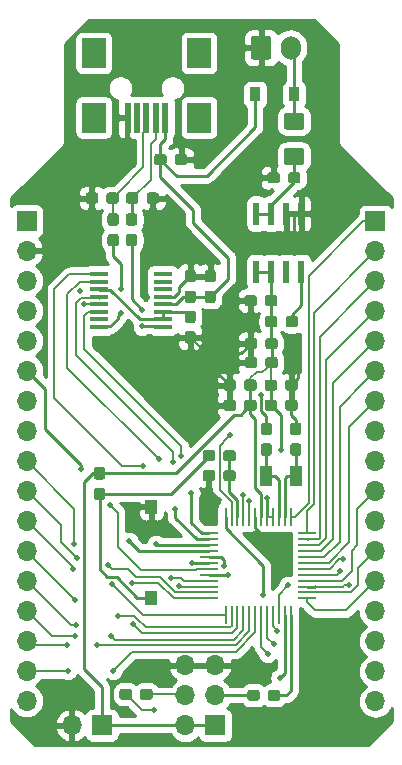
<source format=gbr>
G04 #@! TF.GenerationSoftware,KiCad,Pcbnew,(5.1.4)-1*
G04 #@! TF.CreationDate,2020-03-25T13:11:36-05:00*
G04 #@! TF.ProjectId,ExOneMicrorocessor,45784f6e-654d-4696-9372-6f726f636573,rev?*
G04 #@! TF.SameCoordinates,Original*
G04 #@! TF.FileFunction,Copper,L1,Top*
G04 #@! TF.FilePolarity,Positive*
%FSLAX46Y46*%
G04 Gerber Fmt 4.6, Leading zero omitted, Abs format (unit mm)*
G04 Created by KiCad (PCBNEW (5.1.4)-1) date 2020-03-25 13:11:36*
%MOMM*%
%LPD*%
G04 APERTURE LIST*
%ADD10O,1.700000X1.700000*%
%ADD11R,1.700000X1.700000*%
%ADD12R,1.000000X1.250000*%
%ADD13R,2.000000X2.500000*%
%ADD14R,0.500000X2.500000*%
%ADD15R,0.280000X1.490000*%
%ADD16R,1.490000X0.280000*%
%ADD17R,1.000000X1.800000*%
%ADD18R,0.558800X1.981200*%
%ADD19C,0.100000*%
%ADD20C,0.950000*%
%ADD21O,1.700000X2.000000*%
%ADD22C,1.700000*%
%ADD23R,1.526000X0.435000*%
%ADD24C,1.425000*%
%ADD25R,0.900000X1.200000*%
%ADD26C,0.500000*%
%ADD27C,0.800000*%
%ADD28C,0.250000*%
%ADD29C,0.200000*%
%ADD30C,0.500000*%
%ADD31C,0.203200*%
%ADD32C,0.254000*%
G04 APERTURE END LIST*
D10*
X169875200Y-122910600D03*
X169875200Y-120370600D03*
X169875200Y-117830600D03*
X169875200Y-115290600D03*
X169875200Y-112750600D03*
X169875200Y-110210600D03*
X169875200Y-107670600D03*
X169875200Y-105130600D03*
X169875200Y-102590600D03*
X169875200Y-100050600D03*
X169875200Y-97510600D03*
X169875200Y-94970600D03*
X169875200Y-92430600D03*
X169875200Y-89890600D03*
X169875200Y-87350600D03*
X169875200Y-84810600D03*
D11*
X169875200Y-82270600D03*
D10*
X140360400Y-122885200D03*
X140360400Y-120345200D03*
X140360400Y-117805200D03*
X140360400Y-115265200D03*
X140360400Y-112725200D03*
X140360400Y-110185200D03*
X140360400Y-107645200D03*
X140360400Y-105105200D03*
X140360400Y-102565200D03*
X140360400Y-100025200D03*
X140360400Y-97485200D03*
X140360400Y-94945200D03*
X140360400Y-92405200D03*
X140360400Y-89865200D03*
X140360400Y-87325200D03*
X140360400Y-84785200D03*
D11*
X140360400Y-82245200D03*
D10*
X144195800Y-124942600D03*
D11*
X146735800Y-124942600D03*
D12*
X150926800Y-106437200D03*
X150926800Y-114187200D03*
D13*
X146035200Y-68014900D03*
X154955200Y-68014900D03*
X146035200Y-73494900D03*
X154955200Y-73494900D03*
D14*
X148895200Y-73494900D03*
X149695200Y-73494900D03*
X150495200Y-73494900D03*
X151295200Y-73494900D03*
X152095200Y-73494900D03*
D15*
X162703960Y-115625200D03*
X162203960Y-115625200D03*
X161703960Y-115625200D03*
X161203960Y-115625200D03*
X160703960Y-115625200D03*
X160203960Y-115625200D03*
X159703960Y-115625200D03*
X159203960Y-115625200D03*
X158703960Y-115625200D03*
X158203960Y-115625200D03*
X157703960Y-115625200D03*
X157203960Y-115625200D03*
X157203960Y-107285200D03*
X157703960Y-107285200D03*
X158203960Y-107285200D03*
X158703960Y-107285200D03*
X159203960Y-107285200D03*
X159703960Y-107285200D03*
X160203960Y-107285200D03*
X160703960Y-107285200D03*
X161203960Y-107285200D03*
X161703960Y-107285200D03*
X162203960Y-107285200D03*
X162703960Y-107285200D03*
D16*
X164123960Y-108705200D03*
X164123960Y-109205200D03*
X164123960Y-109705200D03*
X164123960Y-110205200D03*
X164123960Y-110705200D03*
X164123960Y-111205200D03*
X164123960Y-111705200D03*
X164123960Y-112205200D03*
X164123960Y-112705200D03*
X164123960Y-113205200D03*
X164123960Y-113705200D03*
X164123960Y-114205200D03*
X155783960Y-114205200D03*
X155783960Y-113705200D03*
X155783960Y-113205200D03*
X155783960Y-112705200D03*
X155783960Y-112205200D03*
X155783960Y-111705200D03*
X155783960Y-111205200D03*
X155783960Y-110705200D03*
X155783960Y-110205200D03*
X155783960Y-109705200D03*
X155783960Y-109205200D03*
X155783960Y-108705200D03*
D17*
X160639440Y-103835200D03*
X163139440Y-103835200D03*
D18*
X163601400Y-86563200D03*
X162331400Y-86563200D03*
X161061400Y-86563200D03*
X159791400Y-86563200D03*
X159791400Y-81635600D03*
X161061400Y-81635600D03*
X162331400Y-81635600D03*
X163601400Y-81635600D03*
D19*
G36*
X163122179Y-90293044D02*
G01*
X163145234Y-90296463D01*
X163167843Y-90302127D01*
X163189787Y-90309979D01*
X163210857Y-90319944D01*
X163230848Y-90331926D01*
X163249568Y-90345810D01*
X163266838Y-90361462D01*
X163282490Y-90378732D01*
X163296374Y-90397452D01*
X163308356Y-90417443D01*
X163318321Y-90438513D01*
X163326173Y-90460457D01*
X163331837Y-90483066D01*
X163335256Y-90506121D01*
X163336400Y-90529400D01*
X163336400Y-91004400D01*
X163335256Y-91027679D01*
X163331837Y-91050734D01*
X163326173Y-91073343D01*
X163318321Y-91095287D01*
X163308356Y-91116357D01*
X163296374Y-91136348D01*
X163282490Y-91155068D01*
X163266838Y-91172338D01*
X163249568Y-91187990D01*
X163230848Y-91201874D01*
X163210857Y-91213856D01*
X163189787Y-91223821D01*
X163167843Y-91231673D01*
X163145234Y-91237337D01*
X163122179Y-91240756D01*
X163098900Y-91241900D01*
X162523900Y-91241900D01*
X162500621Y-91240756D01*
X162477566Y-91237337D01*
X162454957Y-91231673D01*
X162433013Y-91223821D01*
X162411943Y-91213856D01*
X162391952Y-91201874D01*
X162373232Y-91187990D01*
X162355962Y-91172338D01*
X162340310Y-91155068D01*
X162326426Y-91136348D01*
X162314444Y-91116357D01*
X162304479Y-91095287D01*
X162296627Y-91073343D01*
X162290963Y-91050734D01*
X162287544Y-91027679D01*
X162286400Y-91004400D01*
X162286400Y-90529400D01*
X162287544Y-90506121D01*
X162290963Y-90483066D01*
X162296627Y-90460457D01*
X162304479Y-90438513D01*
X162314444Y-90417443D01*
X162326426Y-90397452D01*
X162340310Y-90378732D01*
X162355962Y-90361462D01*
X162373232Y-90345810D01*
X162391952Y-90331926D01*
X162411943Y-90319944D01*
X162433013Y-90309979D01*
X162454957Y-90302127D01*
X162477566Y-90296463D01*
X162500621Y-90293044D01*
X162523900Y-90291900D01*
X163098900Y-90291900D01*
X163122179Y-90293044D01*
X163122179Y-90293044D01*
G37*
D20*
X162811400Y-90766900D03*
D19*
G36*
X161372179Y-90293044D02*
G01*
X161395234Y-90296463D01*
X161417843Y-90302127D01*
X161439787Y-90309979D01*
X161460857Y-90319944D01*
X161480848Y-90331926D01*
X161499568Y-90345810D01*
X161516838Y-90361462D01*
X161532490Y-90378732D01*
X161546374Y-90397452D01*
X161558356Y-90417443D01*
X161568321Y-90438513D01*
X161576173Y-90460457D01*
X161581837Y-90483066D01*
X161585256Y-90506121D01*
X161586400Y-90529400D01*
X161586400Y-91004400D01*
X161585256Y-91027679D01*
X161581837Y-91050734D01*
X161576173Y-91073343D01*
X161568321Y-91095287D01*
X161558356Y-91116357D01*
X161546374Y-91136348D01*
X161532490Y-91155068D01*
X161516838Y-91172338D01*
X161499568Y-91187990D01*
X161480848Y-91201874D01*
X161460857Y-91213856D01*
X161439787Y-91223821D01*
X161417843Y-91231673D01*
X161395234Y-91237337D01*
X161372179Y-91240756D01*
X161348900Y-91241900D01*
X160773900Y-91241900D01*
X160750621Y-91240756D01*
X160727566Y-91237337D01*
X160704957Y-91231673D01*
X160683013Y-91223821D01*
X160661943Y-91213856D01*
X160641952Y-91201874D01*
X160623232Y-91187990D01*
X160605962Y-91172338D01*
X160590310Y-91155068D01*
X160576426Y-91136348D01*
X160564444Y-91116357D01*
X160554479Y-91095287D01*
X160546627Y-91073343D01*
X160540963Y-91050734D01*
X160537544Y-91027679D01*
X160536400Y-91004400D01*
X160536400Y-90529400D01*
X160537544Y-90506121D01*
X160540963Y-90483066D01*
X160546627Y-90460457D01*
X160554479Y-90438513D01*
X160564444Y-90417443D01*
X160576426Y-90397452D01*
X160590310Y-90378732D01*
X160605962Y-90361462D01*
X160623232Y-90345810D01*
X160641952Y-90331926D01*
X160661943Y-90319944D01*
X160683013Y-90309979D01*
X160704957Y-90302127D01*
X160727566Y-90296463D01*
X160750621Y-90293044D01*
X160773900Y-90291900D01*
X161348900Y-90291900D01*
X161372179Y-90293044D01*
X161372179Y-90293044D01*
G37*
D20*
X161061400Y-90766900D03*
D19*
G36*
X157841579Y-101659544D02*
G01*
X157864634Y-101662963D01*
X157887243Y-101668627D01*
X157909187Y-101676479D01*
X157930257Y-101686444D01*
X157950248Y-101698426D01*
X157968968Y-101712310D01*
X157986238Y-101727962D01*
X158001890Y-101745232D01*
X158015774Y-101763952D01*
X158027756Y-101783943D01*
X158037721Y-101805013D01*
X158045573Y-101826957D01*
X158051237Y-101849566D01*
X158054656Y-101872621D01*
X158055800Y-101895900D01*
X158055800Y-102370900D01*
X158054656Y-102394179D01*
X158051237Y-102417234D01*
X158045573Y-102439843D01*
X158037721Y-102461787D01*
X158027756Y-102482857D01*
X158015774Y-102502848D01*
X158001890Y-102521568D01*
X157986238Y-102538838D01*
X157968968Y-102554490D01*
X157950248Y-102568374D01*
X157930257Y-102580356D01*
X157909187Y-102590321D01*
X157887243Y-102598173D01*
X157864634Y-102603837D01*
X157841579Y-102607256D01*
X157818300Y-102608400D01*
X157243300Y-102608400D01*
X157220021Y-102607256D01*
X157196966Y-102603837D01*
X157174357Y-102598173D01*
X157152413Y-102590321D01*
X157131343Y-102580356D01*
X157111352Y-102568374D01*
X157092632Y-102554490D01*
X157075362Y-102538838D01*
X157059710Y-102521568D01*
X157045826Y-102502848D01*
X157033844Y-102482857D01*
X157023879Y-102461787D01*
X157016027Y-102439843D01*
X157010363Y-102417234D01*
X157006944Y-102394179D01*
X157005800Y-102370900D01*
X157005800Y-101895900D01*
X157006944Y-101872621D01*
X157010363Y-101849566D01*
X157016027Y-101826957D01*
X157023879Y-101805013D01*
X157033844Y-101783943D01*
X157045826Y-101763952D01*
X157059710Y-101745232D01*
X157075362Y-101727962D01*
X157092632Y-101712310D01*
X157111352Y-101698426D01*
X157131343Y-101686444D01*
X157152413Y-101676479D01*
X157174357Y-101668627D01*
X157196966Y-101662963D01*
X157220021Y-101659544D01*
X157243300Y-101658400D01*
X157818300Y-101658400D01*
X157841579Y-101659544D01*
X157841579Y-101659544D01*
G37*
D20*
X157530800Y-102133400D03*
D19*
G36*
X156091579Y-101659544D02*
G01*
X156114634Y-101662963D01*
X156137243Y-101668627D01*
X156159187Y-101676479D01*
X156180257Y-101686444D01*
X156200248Y-101698426D01*
X156218968Y-101712310D01*
X156236238Y-101727962D01*
X156251890Y-101745232D01*
X156265774Y-101763952D01*
X156277756Y-101783943D01*
X156287721Y-101805013D01*
X156295573Y-101826957D01*
X156301237Y-101849566D01*
X156304656Y-101872621D01*
X156305800Y-101895900D01*
X156305800Y-102370900D01*
X156304656Y-102394179D01*
X156301237Y-102417234D01*
X156295573Y-102439843D01*
X156287721Y-102461787D01*
X156277756Y-102482857D01*
X156265774Y-102502848D01*
X156251890Y-102521568D01*
X156236238Y-102538838D01*
X156218968Y-102554490D01*
X156200248Y-102568374D01*
X156180257Y-102580356D01*
X156159187Y-102590321D01*
X156137243Y-102598173D01*
X156114634Y-102603837D01*
X156091579Y-102607256D01*
X156068300Y-102608400D01*
X155493300Y-102608400D01*
X155470021Y-102607256D01*
X155446966Y-102603837D01*
X155424357Y-102598173D01*
X155402413Y-102590321D01*
X155381343Y-102580356D01*
X155361352Y-102568374D01*
X155342632Y-102554490D01*
X155325362Y-102538838D01*
X155309710Y-102521568D01*
X155295826Y-102502848D01*
X155283844Y-102482857D01*
X155273879Y-102461787D01*
X155266027Y-102439843D01*
X155260363Y-102417234D01*
X155256944Y-102394179D01*
X155255800Y-102370900D01*
X155255800Y-101895900D01*
X155256944Y-101872621D01*
X155260363Y-101849566D01*
X155266027Y-101826957D01*
X155273879Y-101805013D01*
X155283844Y-101783943D01*
X155295826Y-101763952D01*
X155309710Y-101745232D01*
X155325362Y-101727962D01*
X155342632Y-101712310D01*
X155361352Y-101698426D01*
X155381343Y-101686444D01*
X155402413Y-101676479D01*
X155424357Y-101668627D01*
X155446966Y-101662963D01*
X155470021Y-101659544D01*
X155493300Y-101658400D01*
X156068300Y-101658400D01*
X156091579Y-101659544D01*
X156091579Y-101659544D01*
G37*
D20*
X155780800Y-102133400D03*
D19*
G36*
X146793379Y-103096744D02*
G01*
X146816434Y-103100163D01*
X146839043Y-103105827D01*
X146860987Y-103113679D01*
X146882057Y-103123644D01*
X146902048Y-103135626D01*
X146920768Y-103149510D01*
X146938038Y-103165162D01*
X146953690Y-103182432D01*
X146967574Y-103201152D01*
X146979556Y-103221143D01*
X146989521Y-103242213D01*
X146997373Y-103264157D01*
X147003037Y-103286766D01*
X147006456Y-103309821D01*
X147007600Y-103333100D01*
X147007600Y-103908100D01*
X147006456Y-103931379D01*
X147003037Y-103954434D01*
X146997373Y-103977043D01*
X146989521Y-103998987D01*
X146979556Y-104020057D01*
X146967574Y-104040048D01*
X146953690Y-104058768D01*
X146938038Y-104076038D01*
X146920768Y-104091690D01*
X146902048Y-104105574D01*
X146882057Y-104117556D01*
X146860987Y-104127521D01*
X146839043Y-104135373D01*
X146816434Y-104141037D01*
X146793379Y-104144456D01*
X146770100Y-104145600D01*
X146295100Y-104145600D01*
X146271821Y-104144456D01*
X146248766Y-104141037D01*
X146226157Y-104135373D01*
X146204213Y-104127521D01*
X146183143Y-104117556D01*
X146163152Y-104105574D01*
X146144432Y-104091690D01*
X146127162Y-104076038D01*
X146111510Y-104058768D01*
X146097626Y-104040048D01*
X146085644Y-104020057D01*
X146075679Y-103998987D01*
X146067827Y-103977043D01*
X146062163Y-103954434D01*
X146058744Y-103931379D01*
X146057600Y-103908100D01*
X146057600Y-103333100D01*
X146058744Y-103309821D01*
X146062163Y-103286766D01*
X146067827Y-103264157D01*
X146075679Y-103242213D01*
X146085644Y-103221143D01*
X146097626Y-103201152D01*
X146111510Y-103182432D01*
X146127162Y-103165162D01*
X146144432Y-103149510D01*
X146163152Y-103135626D01*
X146183143Y-103123644D01*
X146204213Y-103113679D01*
X146226157Y-103105827D01*
X146248766Y-103100163D01*
X146271821Y-103096744D01*
X146295100Y-103095600D01*
X146770100Y-103095600D01*
X146793379Y-103096744D01*
X146793379Y-103096744D01*
G37*
D20*
X146532600Y-103620600D03*
D19*
G36*
X146793379Y-104846744D02*
G01*
X146816434Y-104850163D01*
X146839043Y-104855827D01*
X146860987Y-104863679D01*
X146882057Y-104873644D01*
X146902048Y-104885626D01*
X146920768Y-104899510D01*
X146938038Y-104915162D01*
X146953690Y-104932432D01*
X146967574Y-104951152D01*
X146979556Y-104971143D01*
X146989521Y-104992213D01*
X146997373Y-105014157D01*
X147003037Y-105036766D01*
X147006456Y-105059821D01*
X147007600Y-105083100D01*
X147007600Y-105658100D01*
X147006456Y-105681379D01*
X147003037Y-105704434D01*
X146997373Y-105727043D01*
X146989521Y-105748987D01*
X146979556Y-105770057D01*
X146967574Y-105790048D01*
X146953690Y-105808768D01*
X146938038Y-105826038D01*
X146920768Y-105841690D01*
X146902048Y-105855574D01*
X146882057Y-105867556D01*
X146860987Y-105877521D01*
X146839043Y-105885373D01*
X146816434Y-105891037D01*
X146793379Y-105894456D01*
X146770100Y-105895600D01*
X146295100Y-105895600D01*
X146271821Y-105894456D01*
X146248766Y-105891037D01*
X146226157Y-105885373D01*
X146204213Y-105877521D01*
X146183143Y-105867556D01*
X146163152Y-105855574D01*
X146144432Y-105841690D01*
X146127162Y-105826038D01*
X146111510Y-105808768D01*
X146097626Y-105790048D01*
X146085644Y-105770057D01*
X146075679Y-105748987D01*
X146067827Y-105727043D01*
X146062163Y-105704434D01*
X146058744Y-105681379D01*
X146057600Y-105658100D01*
X146057600Y-105083100D01*
X146058744Y-105059821D01*
X146062163Y-105036766D01*
X146067827Y-105014157D01*
X146075679Y-104992213D01*
X146085644Y-104971143D01*
X146097626Y-104951152D01*
X146111510Y-104932432D01*
X146127162Y-104915162D01*
X146144432Y-104899510D01*
X146163152Y-104885626D01*
X146183143Y-104873644D01*
X146204213Y-104863679D01*
X146226157Y-104855827D01*
X146248766Y-104850163D01*
X146271821Y-104846744D01*
X146295100Y-104845600D01*
X146770100Y-104845600D01*
X146793379Y-104846744D01*
X146793379Y-104846744D01*
G37*
D20*
X146532600Y-105370600D03*
D19*
G36*
X150800699Y-121852544D02*
G01*
X150823754Y-121855963D01*
X150846363Y-121861627D01*
X150868307Y-121869479D01*
X150889377Y-121879444D01*
X150909368Y-121891426D01*
X150928088Y-121905310D01*
X150945358Y-121920962D01*
X150961010Y-121938232D01*
X150974894Y-121956952D01*
X150986876Y-121976943D01*
X150996841Y-121998013D01*
X151004693Y-122019957D01*
X151010357Y-122042566D01*
X151013776Y-122065621D01*
X151014920Y-122088900D01*
X151014920Y-122563900D01*
X151013776Y-122587179D01*
X151010357Y-122610234D01*
X151004693Y-122632843D01*
X150996841Y-122654787D01*
X150986876Y-122675857D01*
X150974894Y-122695848D01*
X150961010Y-122714568D01*
X150945358Y-122731838D01*
X150928088Y-122747490D01*
X150909368Y-122761374D01*
X150889377Y-122773356D01*
X150868307Y-122783321D01*
X150846363Y-122791173D01*
X150823754Y-122796837D01*
X150800699Y-122800256D01*
X150777420Y-122801400D01*
X150202420Y-122801400D01*
X150179141Y-122800256D01*
X150156086Y-122796837D01*
X150133477Y-122791173D01*
X150111533Y-122783321D01*
X150090463Y-122773356D01*
X150070472Y-122761374D01*
X150051752Y-122747490D01*
X150034482Y-122731838D01*
X150018830Y-122714568D01*
X150004946Y-122695848D01*
X149992964Y-122675857D01*
X149982999Y-122654787D01*
X149975147Y-122632843D01*
X149969483Y-122610234D01*
X149966064Y-122587179D01*
X149964920Y-122563900D01*
X149964920Y-122088900D01*
X149966064Y-122065621D01*
X149969483Y-122042566D01*
X149975147Y-122019957D01*
X149982999Y-121998013D01*
X149992964Y-121976943D01*
X150004946Y-121956952D01*
X150018830Y-121938232D01*
X150034482Y-121920962D01*
X150051752Y-121905310D01*
X150070472Y-121891426D01*
X150090463Y-121879444D01*
X150111533Y-121869479D01*
X150133477Y-121861627D01*
X150156086Y-121855963D01*
X150179141Y-121852544D01*
X150202420Y-121851400D01*
X150777420Y-121851400D01*
X150800699Y-121852544D01*
X150800699Y-121852544D01*
G37*
D20*
X150489920Y-122326400D03*
D19*
G36*
X149050699Y-121852544D02*
G01*
X149073754Y-121855963D01*
X149096363Y-121861627D01*
X149118307Y-121869479D01*
X149139377Y-121879444D01*
X149159368Y-121891426D01*
X149178088Y-121905310D01*
X149195358Y-121920962D01*
X149211010Y-121938232D01*
X149224894Y-121956952D01*
X149236876Y-121976943D01*
X149246841Y-121998013D01*
X149254693Y-122019957D01*
X149260357Y-122042566D01*
X149263776Y-122065621D01*
X149264920Y-122088900D01*
X149264920Y-122563900D01*
X149263776Y-122587179D01*
X149260357Y-122610234D01*
X149254693Y-122632843D01*
X149246841Y-122654787D01*
X149236876Y-122675857D01*
X149224894Y-122695848D01*
X149211010Y-122714568D01*
X149195358Y-122731838D01*
X149178088Y-122747490D01*
X149159368Y-122761374D01*
X149139377Y-122773356D01*
X149118307Y-122783321D01*
X149096363Y-122791173D01*
X149073754Y-122796837D01*
X149050699Y-122800256D01*
X149027420Y-122801400D01*
X148452420Y-122801400D01*
X148429141Y-122800256D01*
X148406086Y-122796837D01*
X148383477Y-122791173D01*
X148361533Y-122783321D01*
X148340463Y-122773356D01*
X148320472Y-122761374D01*
X148301752Y-122747490D01*
X148284482Y-122731838D01*
X148268830Y-122714568D01*
X148254946Y-122695848D01*
X148242964Y-122675857D01*
X148232999Y-122654787D01*
X148225147Y-122632843D01*
X148219483Y-122610234D01*
X148216064Y-122587179D01*
X148214920Y-122563900D01*
X148214920Y-122088900D01*
X148216064Y-122065621D01*
X148219483Y-122042566D01*
X148225147Y-122019957D01*
X148232999Y-121998013D01*
X148242964Y-121976943D01*
X148254946Y-121956952D01*
X148268830Y-121938232D01*
X148284482Y-121920962D01*
X148301752Y-121905310D01*
X148320472Y-121891426D01*
X148340463Y-121879444D01*
X148361533Y-121869479D01*
X148383477Y-121861627D01*
X148406086Y-121855963D01*
X148429141Y-121852544D01*
X148452420Y-121851400D01*
X149027420Y-121851400D01*
X149050699Y-121852544D01*
X149050699Y-121852544D01*
G37*
D20*
X148739920Y-122326400D03*
D19*
G36*
X161623579Y-121938904D02*
G01*
X161646634Y-121942323D01*
X161669243Y-121947987D01*
X161691187Y-121955839D01*
X161712257Y-121965804D01*
X161732248Y-121977786D01*
X161750968Y-121991670D01*
X161768238Y-122007322D01*
X161783890Y-122024592D01*
X161797774Y-122043312D01*
X161809756Y-122063303D01*
X161819721Y-122084373D01*
X161827573Y-122106317D01*
X161833237Y-122128926D01*
X161836656Y-122151981D01*
X161837800Y-122175260D01*
X161837800Y-122650260D01*
X161836656Y-122673539D01*
X161833237Y-122696594D01*
X161827573Y-122719203D01*
X161819721Y-122741147D01*
X161809756Y-122762217D01*
X161797774Y-122782208D01*
X161783890Y-122800928D01*
X161768238Y-122818198D01*
X161750968Y-122833850D01*
X161732248Y-122847734D01*
X161712257Y-122859716D01*
X161691187Y-122869681D01*
X161669243Y-122877533D01*
X161646634Y-122883197D01*
X161623579Y-122886616D01*
X161600300Y-122887760D01*
X161025300Y-122887760D01*
X161002021Y-122886616D01*
X160978966Y-122883197D01*
X160956357Y-122877533D01*
X160934413Y-122869681D01*
X160913343Y-122859716D01*
X160893352Y-122847734D01*
X160874632Y-122833850D01*
X160857362Y-122818198D01*
X160841710Y-122800928D01*
X160827826Y-122782208D01*
X160815844Y-122762217D01*
X160805879Y-122741147D01*
X160798027Y-122719203D01*
X160792363Y-122696594D01*
X160788944Y-122673539D01*
X160787800Y-122650260D01*
X160787800Y-122175260D01*
X160788944Y-122151981D01*
X160792363Y-122128926D01*
X160798027Y-122106317D01*
X160805879Y-122084373D01*
X160815844Y-122063303D01*
X160827826Y-122043312D01*
X160841710Y-122024592D01*
X160857362Y-122007322D01*
X160874632Y-121991670D01*
X160893352Y-121977786D01*
X160913343Y-121965804D01*
X160934413Y-121955839D01*
X160956357Y-121947987D01*
X160978966Y-121942323D01*
X161002021Y-121938904D01*
X161025300Y-121937760D01*
X161600300Y-121937760D01*
X161623579Y-121938904D01*
X161623579Y-121938904D01*
G37*
D20*
X161312800Y-122412760D03*
D19*
G36*
X159873579Y-121938904D02*
G01*
X159896634Y-121942323D01*
X159919243Y-121947987D01*
X159941187Y-121955839D01*
X159962257Y-121965804D01*
X159982248Y-121977786D01*
X160000968Y-121991670D01*
X160018238Y-122007322D01*
X160033890Y-122024592D01*
X160047774Y-122043312D01*
X160059756Y-122063303D01*
X160069721Y-122084373D01*
X160077573Y-122106317D01*
X160083237Y-122128926D01*
X160086656Y-122151981D01*
X160087800Y-122175260D01*
X160087800Y-122650260D01*
X160086656Y-122673539D01*
X160083237Y-122696594D01*
X160077573Y-122719203D01*
X160069721Y-122741147D01*
X160059756Y-122762217D01*
X160047774Y-122782208D01*
X160033890Y-122800928D01*
X160018238Y-122818198D01*
X160000968Y-122833850D01*
X159982248Y-122847734D01*
X159962257Y-122859716D01*
X159941187Y-122869681D01*
X159919243Y-122877533D01*
X159896634Y-122883197D01*
X159873579Y-122886616D01*
X159850300Y-122887760D01*
X159275300Y-122887760D01*
X159252021Y-122886616D01*
X159228966Y-122883197D01*
X159206357Y-122877533D01*
X159184413Y-122869681D01*
X159163343Y-122859716D01*
X159143352Y-122847734D01*
X159124632Y-122833850D01*
X159107362Y-122818198D01*
X159091710Y-122800928D01*
X159077826Y-122782208D01*
X159065844Y-122762217D01*
X159055879Y-122741147D01*
X159048027Y-122719203D01*
X159042363Y-122696594D01*
X159038944Y-122673539D01*
X159037800Y-122650260D01*
X159037800Y-122175260D01*
X159038944Y-122151981D01*
X159042363Y-122128926D01*
X159048027Y-122106317D01*
X159055879Y-122084373D01*
X159065844Y-122063303D01*
X159077826Y-122043312D01*
X159091710Y-122024592D01*
X159107362Y-122007322D01*
X159124632Y-121991670D01*
X159143352Y-121977786D01*
X159163343Y-121965804D01*
X159184413Y-121955839D01*
X159206357Y-121947987D01*
X159228966Y-121942323D01*
X159252021Y-121938904D01*
X159275300Y-121937760D01*
X159850300Y-121937760D01*
X159873579Y-121938904D01*
X159873579Y-121938904D01*
G37*
D20*
X159562800Y-122412760D03*
D19*
G36*
X149498479Y-81595644D02*
G01*
X149521534Y-81599063D01*
X149544143Y-81604727D01*
X149566087Y-81612579D01*
X149587157Y-81622544D01*
X149607148Y-81634526D01*
X149625868Y-81648410D01*
X149643138Y-81664062D01*
X149658790Y-81681332D01*
X149672674Y-81700052D01*
X149684656Y-81720043D01*
X149694621Y-81741113D01*
X149702473Y-81763057D01*
X149708137Y-81785666D01*
X149711556Y-81808721D01*
X149712700Y-81832000D01*
X149712700Y-82407000D01*
X149711556Y-82430279D01*
X149708137Y-82453334D01*
X149702473Y-82475943D01*
X149694621Y-82497887D01*
X149684656Y-82518957D01*
X149672674Y-82538948D01*
X149658790Y-82557668D01*
X149643138Y-82574938D01*
X149625868Y-82590590D01*
X149607148Y-82604474D01*
X149587157Y-82616456D01*
X149566087Y-82626421D01*
X149544143Y-82634273D01*
X149521534Y-82639937D01*
X149498479Y-82643356D01*
X149475200Y-82644500D01*
X149000200Y-82644500D01*
X148976921Y-82643356D01*
X148953866Y-82639937D01*
X148931257Y-82634273D01*
X148909313Y-82626421D01*
X148888243Y-82616456D01*
X148868252Y-82604474D01*
X148849532Y-82590590D01*
X148832262Y-82574938D01*
X148816610Y-82557668D01*
X148802726Y-82538948D01*
X148790744Y-82518957D01*
X148780779Y-82497887D01*
X148772927Y-82475943D01*
X148767263Y-82453334D01*
X148763844Y-82430279D01*
X148762700Y-82407000D01*
X148762700Y-81832000D01*
X148763844Y-81808721D01*
X148767263Y-81785666D01*
X148772927Y-81763057D01*
X148780779Y-81741113D01*
X148790744Y-81720043D01*
X148802726Y-81700052D01*
X148816610Y-81681332D01*
X148832262Y-81664062D01*
X148849532Y-81648410D01*
X148868252Y-81634526D01*
X148888243Y-81622544D01*
X148909313Y-81612579D01*
X148931257Y-81604727D01*
X148953866Y-81599063D01*
X148976921Y-81595644D01*
X149000200Y-81594500D01*
X149475200Y-81594500D01*
X149498479Y-81595644D01*
X149498479Y-81595644D01*
G37*
D20*
X149237700Y-82119500D03*
D19*
G36*
X149498479Y-83345644D02*
G01*
X149521534Y-83349063D01*
X149544143Y-83354727D01*
X149566087Y-83362579D01*
X149587157Y-83372544D01*
X149607148Y-83384526D01*
X149625868Y-83398410D01*
X149643138Y-83414062D01*
X149658790Y-83431332D01*
X149672674Y-83450052D01*
X149684656Y-83470043D01*
X149694621Y-83491113D01*
X149702473Y-83513057D01*
X149708137Y-83535666D01*
X149711556Y-83558721D01*
X149712700Y-83582000D01*
X149712700Y-84157000D01*
X149711556Y-84180279D01*
X149708137Y-84203334D01*
X149702473Y-84225943D01*
X149694621Y-84247887D01*
X149684656Y-84268957D01*
X149672674Y-84288948D01*
X149658790Y-84307668D01*
X149643138Y-84324938D01*
X149625868Y-84340590D01*
X149607148Y-84354474D01*
X149587157Y-84366456D01*
X149566087Y-84376421D01*
X149544143Y-84384273D01*
X149521534Y-84389937D01*
X149498479Y-84393356D01*
X149475200Y-84394500D01*
X149000200Y-84394500D01*
X148976921Y-84393356D01*
X148953866Y-84389937D01*
X148931257Y-84384273D01*
X148909313Y-84376421D01*
X148888243Y-84366456D01*
X148868252Y-84354474D01*
X148849532Y-84340590D01*
X148832262Y-84324938D01*
X148816610Y-84307668D01*
X148802726Y-84288948D01*
X148790744Y-84268957D01*
X148780779Y-84247887D01*
X148772927Y-84225943D01*
X148767263Y-84203334D01*
X148763844Y-84180279D01*
X148762700Y-84157000D01*
X148762700Y-83582000D01*
X148763844Y-83558721D01*
X148767263Y-83535666D01*
X148772927Y-83513057D01*
X148780779Y-83491113D01*
X148790744Y-83470043D01*
X148802726Y-83450052D01*
X148816610Y-83431332D01*
X148832262Y-83414062D01*
X148849532Y-83398410D01*
X148868252Y-83384526D01*
X148888243Y-83372544D01*
X148909313Y-83362579D01*
X148931257Y-83354727D01*
X148953866Y-83349063D01*
X148976921Y-83345644D01*
X149000200Y-83344500D01*
X149475200Y-83344500D01*
X149498479Y-83345644D01*
X149498479Y-83345644D01*
G37*
D20*
X149237700Y-83869500D03*
D19*
G36*
X147936379Y-81594344D02*
G01*
X147959434Y-81597763D01*
X147982043Y-81603427D01*
X148003987Y-81611279D01*
X148025057Y-81621244D01*
X148045048Y-81633226D01*
X148063768Y-81647110D01*
X148081038Y-81662762D01*
X148096690Y-81680032D01*
X148110574Y-81698752D01*
X148122556Y-81718743D01*
X148132521Y-81739813D01*
X148140373Y-81761757D01*
X148146037Y-81784366D01*
X148149456Y-81807421D01*
X148150600Y-81830700D01*
X148150600Y-82405700D01*
X148149456Y-82428979D01*
X148146037Y-82452034D01*
X148140373Y-82474643D01*
X148132521Y-82496587D01*
X148122556Y-82517657D01*
X148110574Y-82537648D01*
X148096690Y-82556368D01*
X148081038Y-82573638D01*
X148063768Y-82589290D01*
X148045048Y-82603174D01*
X148025057Y-82615156D01*
X148003987Y-82625121D01*
X147982043Y-82632973D01*
X147959434Y-82638637D01*
X147936379Y-82642056D01*
X147913100Y-82643200D01*
X147438100Y-82643200D01*
X147414821Y-82642056D01*
X147391766Y-82638637D01*
X147369157Y-82632973D01*
X147347213Y-82625121D01*
X147326143Y-82615156D01*
X147306152Y-82603174D01*
X147287432Y-82589290D01*
X147270162Y-82573638D01*
X147254510Y-82556368D01*
X147240626Y-82537648D01*
X147228644Y-82517657D01*
X147218679Y-82496587D01*
X147210827Y-82474643D01*
X147205163Y-82452034D01*
X147201744Y-82428979D01*
X147200600Y-82405700D01*
X147200600Y-81830700D01*
X147201744Y-81807421D01*
X147205163Y-81784366D01*
X147210827Y-81761757D01*
X147218679Y-81739813D01*
X147228644Y-81718743D01*
X147240626Y-81698752D01*
X147254510Y-81680032D01*
X147270162Y-81662762D01*
X147287432Y-81647110D01*
X147306152Y-81633226D01*
X147326143Y-81621244D01*
X147347213Y-81611279D01*
X147369157Y-81603427D01*
X147391766Y-81597763D01*
X147414821Y-81594344D01*
X147438100Y-81593200D01*
X147913100Y-81593200D01*
X147936379Y-81594344D01*
X147936379Y-81594344D01*
G37*
D20*
X147675600Y-82118200D03*
D19*
G36*
X147936379Y-83344344D02*
G01*
X147959434Y-83347763D01*
X147982043Y-83353427D01*
X148003987Y-83361279D01*
X148025057Y-83371244D01*
X148045048Y-83383226D01*
X148063768Y-83397110D01*
X148081038Y-83412762D01*
X148096690Y-83430032D01*
X148110574Y-83448752D01*
X148122556Y-83468743D01*
X148132521Y-83489813D01*
X148140373Y-83511757D01*
X148146037Y-83534366D01*
X148149456Y-83557421D01*
X148150600Y-83580700D01*
X148150600Y-84155700D01*
X148149456Y-84178979D01*
X148146037Y-84202034D01*
X148140373Y-84224643D01*
X148132521Y-84246587D01*
X148122556Y-84267657D01*
X148110574Y-84287648D01*
X148096690Y-84306368D01*
X148081038Y-84323638D01*
X148063768Y-84339290D01*
X148045048Y-84353174D01*
X148025057Y-84365156D01*
X148003987Y-84375121D01*
X147982043Y-84382973D01*
X147959434Y-84388637D01*
X147936379Y-84392056D01*
X147913100Y-84393200D01*
X147438100Y-84393200D01*
X147414821Y-84392056D01*
X147391766Y-84388637D01*
X147369157Y-84382973D01*
X147347213Y-84375121D01*
X147326143Y-84365156D01*
X147306152Y-84353174D01*
X147287432Y-84339290D01*
X147270162Y-84323638D01*
X147254510Y-84306368D01*
X147240626Y-84287648D01*
X147228644Y-84267657D01*
X147218679Y-84246587D01*
X147210827Y-84224643D01*
X147205163Y-84202034D01*
X147201744Y-84178979D01*
X147200600Y-84155700D01*
X147200600Y-83580700D01*
X147201744Y-83557421D01*
X147205163Y-83534366D01*
X147210827Y-83511757D01*
X147218679Y-83489813D01*
X147228644Y-83468743D01*
X147240626Y-83448752D01*
X147254510Y-83430032D01*
X147270162Y-83412762D01*
X147287432Y-83397110D01*
X147306152Y-83383226D01*
X147326143Y-83371244D01*
X147347213Y-83361279D01*
X147369157Y-83353427D01*
X147391766Y-83347763D01*
X147414821Y-83344344D01*
X147438100Y-83343200D01*
X147913100Y-83343200D01*
X147936379Y-83344344D01*
X147936379Y-83344344D01*
G37*
D20*
X147675600Y-83868200D03*
D10*
X153784300Y-119875300D03*
X156324300Y-119875300D03*
X153784300Y-122415300D03*
X156324300Y-122415300D03*
X153784300Y-124955300D03*
D11*
X156324300Y-124955300D03*
D21*
X162699700Y-67589400D03*
D19*
G36*
X160824204Y-66590604D02*
G01*
X160848473Y-66594204D01*
X160872271Y-66600165D01*
X160895371Y-66608430D01*
X160917549Y-66618920D01*
X160938593Y-66631533D01*
X160958298Y-66646147D01*
X160976477Y-66662623D01*
X160992953Y-66680802D01*
X161007567Y-66700507D01*
X161020180Y-66721551D01*
X161030670Y-66743729D01*
X161038935Y-66766829D01*
X161044896Y-66790627D01*
X161048496Y-66814896D01*
X161049700Y-66839400D01*
X161049700Y-68339400D01*
X161048496Y-68363904D01*
X161044896Y-68388173D01*
X161038935Y-68411971D01*
X161030670Y-68435071D01*
X161020180Y-68457249D01*
X161007567Y-68478293D01*
X160992953Y-68497998D01*
X160976477Y-68516177D01*
X160958298Y-68532653D01*
X160938593Y-68547267D01*
X160917549Y-68559880D01*
X160895371Y-68570370D01*
X160872271Y-68578635D01*
X160848473Y-68584596D01*
X160824204Y-68588196D01*
X160799700Y-68589400D01*
X159599700Y-68589400D01*
X159575196Y-68588196D01*
X159550927Y-68584596D01*
X159527129Y-68578635D01*
X159504029Y-68570370D01*
X159481851Y-68559880D01*
X159460807Y-68547267D01*
X159441102Y-68532653D01*
X159422923Y-68516177D01*
X159406447Y-68497998D01*
X159391833Y-68478293D01*
X159379220Y-68457249D01*
X159368730Y-68435071D01*
X159360465Y-68411971D01*
X159354504Y-68388173D01*
X159350904Y-68363904D01*
X159349700Y-68339400D01*
X159349700Y-66839400D01*
X159350904Y-66814896D01*
X159354504Y-66790627D01*
X159360465Y-66766829D01*
X159368730Y-66743729D01*
X159379220Y-66721551D01*
X159391833Y-66700507D01*
X159406447Y-66680802D01*
X159422923Y-66662623D01*
X159441102Y-66646147D01*
X159460807Y-66631533D01*
X159481851Y-66618920D01*
X159504029Y-66608430D01*
X159527129Y-66600165D01*
X159550927Y-66594204D01*
X159575196Y-66590604D01*
X159599700Y-66589400D01*
X160799700Y-66589400D01*
X160824204Y-66590604D01*
X160824204Y-66590604D01*
G37*
D22*
X160199700Y-67589400D03*
D23*
X151886200Y-86754200D03*
X151886200Y-87388200D03*
X151886200Y-88024200D03*
X151886200Y-88658200D03*
X151886200Y-89294200D03*
X151886200Y-89928200D03*
X151886200Y-90564200D03*
X151886200Y-91198200D03*
X146462200Y-91198200D03*
X146462200Y-90564200D03*
X146462200Y-89928200D03*
X146462200Y-89294200D03*
X146462200Y-88658200D03*
X146462200Y-88024200D03*
X146462200Y-87388200D03*
X146462200Y-86754200D03*
D19*
G36*
X163654004Y-73097904D02*
G01*
X163678273Y-73101504D01*
X163702071Y-73107465D01*
X163725171Y-73115730D01*
X163747349Y-73126220D01*
X163768393Y-73138833D01*
X163788098Y-73153447D01*
X163806277Y-73169923D01*
X163822753Y-73188102D01*
X163837367Y-73207807D01*
X163849980Y-73228851D01*
X163860470Y-73251029D01*
X163868735Y-73274129D01*
X163874696Y-73297927D01*
X163878296Y-73322196D01*
X163879500Y-73346700D01*
X163879500Y-74271700D01*
X163878296Y-74296204D01*
X163874696Y-74320473D01*
X163868735Y-74344271D01*
X163860470Y-74367371D01*
X163849980Y-74389549D01*
X163837367Y-74410593D01*
X163822753Y-74430298D01*
X163806277Y-74448477D01*
X163788098Y-74464953D01*
X163768393Y-74479567D01*
X163747349Y-74492180D01*
X163725171Y-74502670D01*
X163702071Y-74510935D01*
X163678273Y-74516896D01*
X163654004Y-74520496D01*
X163629500Y-74521700D01*
X162379500Y-74521700D01*
X162354996Y-74520496D01*
X162330727Y-74516896D01*
X162306929Y-74510935D01*
X162283829Y-74502670D01*
X162261651Y-74492180D01*
X162240607Y-74479567D01*
X162220902Y-74464953D01*
X162202723Y-74448477D01*
X162186247Y-74430298D01*
X162171633Y-74410593D01*
X162159020Y-74389549D01*
X162148530Y-74367371D01*
X162140265Y-74344271D01*
X162134304Y-74320473D01*
X162130704Y-74296204D01*
X162129500Y-74271700D01*
X162129500Y-73346700D01*
X162130704Y-73322196D01*
X162134304Y-73297927D01*
X162140265Y-73274129D01*
X162148530Y-73251029D01*
X162159020Y-73228851D01*
X162171633Y-73207807D01*
X162186247Y-73188102D01*
X162202723Y-73169923D01*
X162220902Y-73153447D01*
X162240607Y-73138833D01*
X162261651Y-73126220D01*
X162283829Y-73115730D01*
X162306929Y-73107465D01*
X162330727Y-73101504D01*
X162354996Y-73097904D01*
X162379500Y-73096700D01*
X163629500Y-73096700D01*
X163654004Y-73097904D01*
X163654004Y-73097904D01*
G37*
D24*
X163004500Y-73809200D03*
D19*
G36*
X163654004Y-76072904D02*
G01*
X163678273Y-76076504D01*
X163702071Y-76082465D01*
X163725171Y-76090730D01*
X163747349Y-76101220D01*
X163768393Y-76113833D01*
X163788098Y-76128447D01*
X163806277Y-76144923D01*
X163822753Y-76163102D01*
X163837367Y-76182807D01*
X163849980Y-76203851D01*
X163860470Y-76226029D01*
X163868735Y-76249129D01*
X163874696Y-76272927D01*
X163878296Y-76297196D01*
X163879500Y-76321700D01*
X163879500Y-77246700D01*
X163878296Y-77271204D01*
X163874696Y-77295473D01*
X163868735Y-77319271D01*
X163860470Y-77342371D01*
X163849980Y-77364549D01*
X163837367Y-77385593D01*
X163822753Y-77405298D01*
X163806277Y-77423477D01*
X163788098Y-77439953D01*
X163768393Y-77454567D01*
X163747349Y-77467180D01*
X163725171Y-77477670D01*
X163702071Y-77485935D01*
X163678273Y-77491896D01*
X163654004Y-77495496D01*
X163629500Y-77496700D01*
X162379500Y-77496700D01*
X162354996Y-77495496D01*
X162330727Y-77491896D01*
X162306929Y-77485935D01*
X162283829Y-77477670D01*
X162261651Y-77467180D01*
X162240607Y-77454567D01*
X162220902Y-77439953D01*
X162202723Y-77423477D01*
X162186247Y-77405298D01*
X162171633Y-77385593D01*
X162159020Y-77364549D01*
X162148530Y-77342371D01*
X162140265Y-77319271D01*
X162134304Y-77295473D01*
X162130704Y-77271204D01*
X162129500Y-77246700D01*
X162129500Y-76321700D01*
X162130704Y-76297196D01*
X162134304Y-76272927D01*
X162140265Y-76249129D01*
X162148530Y-76226029D01*
X162159020Y-76203851D01*
X162171633Y-76182807D01*
X162186247Y-76163102D01*
X162202723Y-76144923D01*
X162220902Y-76128447D01*
X162240607Y-76113833D01*
X162261651Y-76101220D01*
X162283829Y-76090730D01*
X162306929Y-76082465D01*
X162330727Y-76076504D01*
X162354996Y-76072904D01*
X162379500Y-76071700D01*
X163629500Y-76071700D01*
X163654004Y-76072904D01*
X163654004Y-76072904D01*
G37*
D24*
X163004500Y-76784200D03*
D25*
X159704500Y-71526400D03*
X163004500Y-71526400D03*
D19*
G36*
X161408979Y-93772844D02*
G01*
X161432034Y-93776263D01*
X161454643Y-93781927D01*
X161476587Y-93789779D01*
X161497657Y-93799744D01*
X161517648Y-93811726D01*
X161536368Y-93825610D01*
X161553638Y-93841262D01*
X161569290Y-93858532D01*
X161583174Y-93877252D01*
X161595156Y-93897243D01*
X161605121Y-93918313D01*
X161612973Y-93940257D01*
X161618637Y-93962866D01*
X161622056Y-93985921D01*
X161623200Y-94009200D01*
X161623200Y-94484200D01*
X161622056Y-94507479D01*
X161618637Y-94530534D01*
X161612973Y-94553143D01*
X161605121Y-94575087D01*
X161595156Y-94596157D01*
X161583174Y-94616148D01*
X161569290Y-94634868D01*
X161553638Y-94652138D01*
X161536368Y-94667790D01*
X161517648Y-94681674D01*
X161497657Y-94693656D01*
X161476587Y-94703621D01*
X161454643Y-94711473D01*
X161432034Y-94717137D01*
X161408979Y-94720556D01*
X161385700Y-94721700D01*
X160810700Y-94721700D01*
X160787421Y-94720556D01*
X160764366Y-94717137D01*
X160741757Y-94711473D01*
X160719813Y-94703621D01*
X160698743Y-94693656D01*
X160678752Y-94681674D01*
X160660032Y-94667790D01*
X160642762Y-94652138D01*
X160627110Y-94634868D01*
X160613226Y-94616148D01*
X160601244Y-94596157D01*
X160591279Y-94575087D01*
X160583427Y-94553143D01*
X160577763Y-94530534D01*
X160574344Y-94507479D01*
X160573200Y-94484200D01*
X160573200Y-94009200D01*
X160574344Y-93985921D01*
X160577763Y-93962866D01*
X160583427Y-93940257D01*
X160591279Y-93918313D01*
X160601244Y-93897243D01*
X160613226Y-93877252D01*
X160627110Y-93858532D01*
X160642762Y-93841262D01*
X160660032Y-93825610D01*
X160678752Y-93811726D01*
X160698743Y-93799744D01*
X160719813Y-93789779D01*
X160741757Y-93781927D01*
X160764366Y-93776263D01*
X160787421Y-93772844D01*
X160810700Y-93771700D01*
X161385700Y-93771700D01*
X161408979Y-93772844D01*
X161408979Y-93772844D01*
G37*
D20*
X161098200Y-94246700D03*
D19*
G36*
X159658979Y-93772844D02*
G01*
X159682034Y-93776263D01*
X159704643Y-93781927D01*
X159726587Y-93789779D01*
X159747657Y-93799744D01*
X159767648Y-93811726D01*
X159786368Y-93825610D01*
X159803638Y-93841262D01*
X159819290Y-93858532D01*
X159833174Y-93877252D01*
X159845156Y-93897243D01*
X159855121Y-93918313D01*
X159862973Y-93940257D01*
X159868637Y-93962866D01*
X159872056Y-93985921D01*
X159873200Y-94009200D01*
X159873200Y-94484200D01*
X159872056Y-94507479D01*
X159868637Y-94530534D01*
X159862973Y-94553143D01*
X159855121Y-94575087D01*
X159845156Y-94596157D01*
X159833174Y-94616148D01*
X159819290Y-94634868D01*
X159803638Y-94652138D01*
X159786368Y-94667790D01*
X159767648Y-94681674D01*
X159747657Y-94693656D01*
X159726587Y-94703621D01*
X159704643Y-94711473D01*
X159682034Y-94717137D01*
X159658979Y-94720556D01*
X159635700Y-94721700D01*
X159060700Y-94721700D01*
X159037421Y-94720556D01*
X159014366Y-94717137D01*
X158991757Y-94711473D01*
X158969813Y-94703621D01*
X158948743Y-94693656D01*
X158928752Y-94681674D01*
X158910032Y-94667790D01*
X158892762Y-94652138D01*
X158877110Y-94634868D01*
X158863226Y-94616148D01*
X158851244Y-94596157D01*
X158841279Y-94575087D01*
X158833427Y-94553143D01*
X158827763Y-94530534D01*
X158824344Y-94507479D01*
X158823200Y-94484200D01*
X158823200Y-94009200D01*
X158824344Y-93985921D01*
X158827763Y-93962866D01*
X158833427Y-93940257D01*
X158841279Y-93918313D01*
X158851244Y-93897243D01*
X158863226Y-93877252D01*
X158877110Y-93858532D01*
X158892762Y-93841262D01*
X158910032Y-93825610D01*
X158928752Y-93811726D01*
X158948743Y-93799744D01*
X158969813Y-93789779D01*
X158991757Y-93781927D01*
X159014366Y-93776263D01*
X159037421Y-93772844D01*
X159060700Y-93771700D01*
X159635700Y-93771700D01*
X159658979Y-93772844D01*
X159658979Y-93772844D01*
G37*
D20*
X159348200Y-94246700D03*
D19*
G36*
X161397579Y-92159944D02*
G01*
X161420634Y-92163363D01*
X161443243Y-92169027D01*
X161465187Y-92176879D01*
X161486257Y-92186844D01*
X161506248Y-92198826D01*
X161524968Y-92212710D01*
X161542238Y-92228362D01*
X161557890Y-92245632D01*
X161571774Y-92264352D01*
X161583756Y-92284343D01*
X161593721Y-92305413D01*
X161601573Y-92327357D01*
X161607237Y-92349966D01*
X161610656Y-92373021D01*
X161611800Y-92396300D01*
X161611800Y-92871300D01*
X161610656Y-92894579D01*
X161607237Y-92917634D01*
X161601573Y-92940243D01*
X161593721Y-92962187D01*
X161583756Y-92983257D01*
X161571774Y-93003248D01*
X161557890Y-93021968D01*
X161542238Y-93039238D01*
X161524968Y-93054890D01*
X161506248Y-93068774D01*
X161486257Y-93080756D01*
X161465187Y-93090721D01*
X161443243Y-93098573D01*
X161420634Y-93104237D01*
X161397579Y-93107656D01*
X161374300Y-93108800D01*
X160799300Y-93108800D01*
X160776021Y-93107656D01*
X160752966Y-93104237D01*
X160730357Y-93098573D01*
X160708413Y-93090721D01*
X160687343Y-93080756D01*
X160667352Y-93068774D01*
X160648632Y-93054890D01*
X160631362Y-93039238D01*
X160615710Y-93021968D01*
X160601826Y-93003248D01*
X160589844Y-92983257D01*
X160579879Y-92962187D01*
X160572027Y-92940243D01*
X160566363Y-92917634D01*
X160562944Y-92894579D01*
X160561800Y-92871300D01*
X160561800Y-92396300D01*
X160562944Y-92373021D01*
X160566363Y-92349966D01*
X160572027Y-92327357D01*
X160579879Y-92305413D01*
X160589844Y-92284343D01*
X160601826Y-92264352D01*
X160615710Y-92245632D01*
X160631362Y-92228362D01*
X160648632Y-92212710D01*
X160667352Y-92198826D01*
X160687343Y-92186844D01*
X160708413Y-92176879D01*
X160730357Y-92169027D01*
X160752966Y-92163363D01*
X160776021Y-92159944D01*
X160799300Y-92158800D01*
X161374300Y-92158800D01*
X161397579Y-92159944D01*
X161397579Y-92159944D01*
G37*
D20*
X161086800Y-92633800D03*
D19*
G36*
X159647579Y-92159944D02*
G01*
X159670634Y-92163363D01*
X159693243Y-92169027D01*
X159715187Y-92176879D01*
X159736257Y-92186844D01*
X159756248Y-92198826D01*
X159774968Y-92212710D01*
X159792238Y-92228362D01*
X159807890Y-92245632D01*
X159821774Y-92264352D01*
X159833756Y-92284343D01*
X159843721Y-92305413D01*
X159851573Y-92327357D01*
X159857237Y-92349966D01*
X159860656Y-92373021D01*
X159861800Y-92396300D01*
X159861800Y-92871300D01*
X159860656Y-92894579D01*
X159857237Y-92917634D01*
X159851573Y-92940243D01*
X159843721Y-92962187D01*
X159833756Y-92983257D01*
X159821774Y-93003248D01*
X159807890Y-93021968D01*
X159792238Y-93039238D01*
X159774968Y-93054890D01*
X159756248Y-93068774D01*
X159736257Y-93080756D01*
X159715187Y-93090721D01*
X159693243Y-93098573D01*
X159670634Y-93104237D01*
X159647579Y-93107656D01*
X159624300Y-93108800D01*
X159049300Y-93108800D01*
X159026021Y-93107656D01*
X159002966Y-93104237D01*
X158980357Y-93098573D01*
X158958413Y-93090721D01*
X158937343Y-93080756D01*
X158917352Y-93068774D01*
X158898632Y-93054890D01*
X158881362Y-93039238D01*
X158865710Y-93021968D01*
X158851826Y-93003248D01*
X158839844Y-92983257D01*
X158829879Y-92962187D01*
X158822027Y-92940243D01*
X158816363Y-92917634D01*
X158812944Y-92894579D01*
X158811800Y-92871300D01*
X158811800Y-92396300D01*
X158812944Y-92373021D01*
X158816363Y-92349966D01*
X158822027Y-92327357D01*
X158829879Y-92305413D01*
X158839844Y-92284343D01*
X158851826Y-92264352D01*
X158865710Y-92245632D01*
X158881362Y-92228362D01*
X158898632Y-92212710D01*
X158917352Y-92198826D01*
X158937343Y-92186844D01*
X158958413Y-92176879D01*
X158980357Y-92169027D01*
X159002966Y-92163363D01*
X159026021Y-92159944D01*
X159049300Y-92158800D01*
X159624300Y-92158800D01*
X159647579Y-92159944D01*
X159647579Y-92159944D01*
G37*
D20*
X159336800Y-92633800D03*
D19*
G36*
X161370879Y-88515044D02*
G01*
X161393934Y-88518463D01*
X161416543Y-88524127D01*
X161438487Y-88531979D01*
X161459557Y-88541944D01*
X161479548Y-88553926D01*
X161498268Y-88567810D01*
X161515538Y-88583462D01*
X161531190Y-88600732D01*
X161545074Y-88619452D01*
X161557056Y-88639443D01*
X161567021Y-88660513D01*
X161574873Y-88682457D01*
X161580537Y-88705066D01*
X161583956Y-88728121D01*
X161585100Y-88751400D01*
X161585100Y-89226400D01*
X161583956Y-89249679D01*
X161580537Y-89272734D01*
X161574873Y-89295343D01*
X161567021Y-89317287D01*
X161557056Y-89338357D01*
X161545074Y-89358348D01*
X161531190Y-89377068D01*
X161515538Y-89394338D01*
X161498268Y-89409990D01*
X161479548Y-89423874D01*
X161459557Y-89435856D01*
X161438487Y-89445821D01*
X161416543Y-89453673D01*
X161393934Y-89459337D01*
X161370879Y-89462756D01*
X161347600Y-89463900D01*
X160772600Y-89463900D01*
X160749321Y-89462756D01*
X160726266Y-89459337D01*
X160703657Y-89453673D01*
X160681713Y-89445821D01*
X160660643Y-89435856D01*
X160640652Y-89423874D01*
X160621932Y-89409990D01*
X160604662Y-89394338D01*
X160589010Y-89377068D01*
X160575126Y-89358348D01*
X160563144Y-89338357D01*
X160553179Y-89317287D01*
X160545327Y-89295343D01*
X160539663Y-89272734D01*
X160536244Y-89249679D01*
X160535100Y-89226400D01*
X160535100Y-88751400D01*
X160536244Y-88728121D01*
X160539663Y-88705066D01*
X160545327Y-88682457D01*
X160553179Y-88660513D01*
X160563144Y-88639443D01*
X160575126Y-88619452D01*
X160589010Y-88600732D01*
X160604662Y-88583462D01*
X160621932Y-88567810D01*
X160640652Y-88553926D01*
X160660643Y-88541944D01*
X160681713Y-88531979D01*
X160703657Y-88524127D01*
X160726266Y-88518463D01*
X160749321Y-88515044D01*
X160772600Y-88513900D01*
X161347600Y-88513900D01*
X161370879Y-88515044D01*
X161370879Y-88515044D01*
G37*
D20*
X161060100Y-88988900D03*
D19*
G36*
X159620879Y-88515044D02*
G01*
X159643934Y-88518463D01*
X159666543Y-88524127D01*
X159688487Y-88531979D01*
X159709557Y-88541944D01*
X159729548Y-88553926D01*
X159748268Y-88567810D01*
X159765538Y-88583462D01*
X159781190Y-88600732D01*
X159795074Y-88619452D01*
X159807056Y-88639443D01*
X159817021Y-88660513D01*
X159824873Y-88682457D01*
X159830537Y-88705066D01*
X159833956Y-88728121D01*
X159835100Y-88751400D01*
X159835100Y-89226400D01*
X159833956Y-89249679D01*
X159830537Y-89272734D01*
X159824873Y-89295343D01*
X159817021Y-89317287D01*
X159807056Y-89338357D01*
X159795074Y-89358348D01*
X159781190Y-89377068D01*
X159765538Y-89394338D01*
X159748268Y-89409990D01*
X159729548Y-89423874D01*
X159709557Y-89435856D01*
X159688487Y-89445821D01*
X159666543Y-89453673D01*
X159643934Y-89459337D01*
X159620879Y-89462756D01*
X159597600Y-89463900D01*
X159022600Y-89463900D01*
X158999321Y-89462756D01*
X158976266Y-89459337D01*
X158953657Y-89453673D01*
X158931713Y-89445821D01*
X158910643Y-89435856D01*
X158890652Y-89423874D01*
X158871932Y-89409990D01*
X158854662Y-89394338D01*
X158839010Y-89377068D01*
X158825126Y-89358348D01*
X158813144Y-89338357D01*
X158803179Y-89317287D01*
X158795327Y-89295343D01*
X158789663Y-89272734D01*
X158786244Y-89249679D01*
X158785100Y-89226400D01*
X158785100Y-88751400D01*
X158786244Y-88728121D01*
X158789663Y-88705066D01*
X158795327Y-88682457D01*
X158803179Y-88660513D01*
X158813144Y-88639443D01*
X158825126Y-88619452D01*
X158839010Y-88600732D01*
X158854662Y-88583462D01*
X158871932Y-88567810D01*
X158890652Y-88553926D01*
X158910643Y-88541944D01*
X158931713Y-88531979D01*
X158953657Y-88524127D01*
X158976266Y-88518463D01*
X158999321Y-88515044D01*
X159022600Y-88513900D01*
X159597600Y-88513900D01*
X159620879Y-88515044D01*
X159620879Y-88515044D01*
G37*
D20*
X159310100Y-88988900D03*
D19*
G36*
X163327979Y-78126444D02*
G01*
X163351034Y-78129863D01*
X163373643Y-78135527D01*
X163395587Y-78143379D01*
X163416657Y-78153344D01*
X163436648Y-78165326D01*
X163455368Y-78179210D01*
X163472638Y-78194862D01*
X163488290Y-78212132D01*
X163502174Y-78230852D01*
X163514156Y-78250843D01*
X163524121Y-78271913D01*
X163531973Y-78293857D01*
X163537637Y-78316466D01*
X163541056Y-78339521D01*
X163542200Y-78362800D01*
X163542200Y-78837800D01*
X163541056Y-78861079D01*
X163537637Y-78884134D01*
X163531973Y-78906743D01*
X163524121Y-78928687D01*
X163514156Y-78949757D01*
X163502174Y-78969748D01*
X163488290Y-78988468D01*
X163472638Y-79005738D01*
X163455368Y-79021390D01*
X163436648Y-79035274D01*
X163416657Y-79047256D01*
X163395587Y-79057221D01*
X163373643Y-79065073D01*
X163351034Y-79070737D01*
X163327979Y-79074156D01*
X163304700Y-79075300D01*
X162729700Y-79075300D01*
X162706421Y-79074156D01*
X162683366Y-79070737D01*
X162660757Y-79065073D01*
X162638813Y-79057221D01*
X162617743Y-79047256D01*
X162597752Y-79035274D01*
X162579032Y-79021390D01*
X162561762Y-79005738D01*
X162546110Y-78988468D01*
X162532226Y-78969748D01*
X162520244Y-78949757D01*
X162510279Y-78928687D01*
X162502427Y-78906743D01*
X162496763Y-78884134D01*
X162493344Y-78861079D01*
X162492200Y-78837800D01*
X162492200Y-78362800D01*
X162493344Y-78339521D01*
X162496763Y-78316466D01*
X162502427Y-78293857D01*
X162510279Y-78271913D01*
X162520244Y-78250843D01*
X162532226Y-78230852D01*
X162546110Y-78212132D01*
X162561762Y-78194862D01*
X162579032Y-78179210D01*
X162597752Y-78165326D01*
X162617743Y-78153344D01*
X162638813Y-78143379D01*
X162660757Y-78135527D01*
X162683366Y-78129863D01*
X162706421Y-78126444D01*
X162729700Y-78125300D01*
X163304700Y-78125300D01*
X163327979Y-78126444D01*
X163327979Y-78126444D01*
G37*
D20*
X163017200Y-78600300D03*
D19*
G36*
X161577979Y-78126444D02*
G01*
X161601034Y-78129863D01*
X161623643Y-78135527D01*
X161645587Y-78143379D01*
X161666657Y-78153344D01*
X161686648Y-78165326D01*
X161705368Y-78179210D01*
X161722638Y-78194862D01*
X161738290Y-78212132D01*
X161752174Y-78230852D01*
X161764156Y-78250843D01*
X161774121Y-78271913D01*
X161781973Y-78293857D01*
X161787637Y-78316466D01*
X161791056Y-78339521D01*
X161792200Y-78362800D01*
X161792200Y-78837800D01*
X161791056Y-78861079D01*
X161787637Y-78884134D01*
X161781973Y-78906743D01*
X161774121Y-78928687D01*
X161764156Y-78949757D01*
X161752174Y-78969748D01*
X161738290Y-78988468D01*
X161722638Y-79005738D01*
X161705368Y-79021390D01*
X161686648Y-79035274D01*
X161666657Y-79047256D01*
X161645587Y-79057221D01*
X161623643Y-79065073D01*
X161601034Y-79070737D01*
X161577979Y-79074156D01*
X161554700Y-79075300D01*
X160979700Y-79075300D01*
X160956421Y-79074156D01*
X160933366Y-79070737D01*
X160910757Y-79065073D01*
X160888813Y-79057221D01*
X160867743Y-79047256D01*
X160847752Y-79035274D01*
X160829032Y-79021390D01*
X160811762Y-79005738D01*
X160796110Y-78988468D01*
X160782226Y-78969748D01*
X160770244Y-78949757D01*
X160760279Y-78928687D01*
X160752427Y-78906743D01*
X160746763Y-78884134D01*
X160743344Y-78861079D01*
X160742200Y-78837800D01*
X160742200Y-78362800D01*
X160743344Y-78339521D01*
X160746763Y-78316466D01*
X160752427Y-78293857D01*
X160760279Y-78271913D01*
X160770244Y-78250843D01*
X160782226Y-78230852D01*
X160796110Y-78212132D01*
X160811762Y-78194862D01*
X160829032Y-78179210D01*
X160847752Y-78165326D01*
X160867743Y-78153344D01*
X160888813Y-78143379D01*
X160910757Y-78135527D01*
X160933366Y-78129863D01*
X160956421Y-78126444D01*
X160979700Y-78125300D01*
X161554700Y-78125300D01*
X161577979Y-78126444D01*
X161577979Y-78126444D01*
G37*
D20*
X161267200Y-78600300D03*
D19*
G36*
X157841579Y-103335944D02*
G01*
X157864634Y-103339363D01*
X157887243Y-103345027D01*
X157909187Y-103352879D01*
X157930257Y-103362844D01*
X157950248Y-103374826D01*
X157968968Y-103388710D01*
X157986238Y-103404362D01*
X158001890Y-103421632D01*
X158015774Y-103440352D01*
X158027756Y-103460343D01*
X158037721Y-103481413D01*
X158045573Y-103503357D01*
X158051237Y-103525966D01*
X158054656Y-103549021D01*
X158055800Y-103572300D01*
X158055800Y-104047300D01*
X158054656Y-104070579D01*
X158051237Y-104093634D01*
X158045573Y-104116243D01*
X158037721Y-104138187D01*
X158027756Y-104159257D01*
X158015774Y-104179248D01*
X158001890Y-104197968D01*
X157986238Y-104215238D01*
X157968968Y-104230890D01*
X157950248Y-104244774D01*
X157930257Y-104256756D01*
X157909187Y-104266721D01*
X157887243Y-104274573D01*
X157864634Y-104280237D01*
X157841579Y-104283656D01*
X157818300Y-104284800D01*
X157243300Y-104284800D01*
X157220021Y-104283656D01*
X157196966Y-104280237D01*
X157174357Y-104274573D01*
X157152413Y-104266721D01*
X157131343Y-104256756D01*
X157111352Y-104244774D01*
X157092632Y-104230890D01*
X157075362Y-104215238D01*
X157059710Y-104197968D01*
X157045826Y-104179248D01*
X157033844Y-104159257D01*
X157023879Y-104138187D01*
X157016027Y-104116243D01*
X157010363Y-104093634D01*
X157006944Y-104070579D01*
X157005800Y-104047300D01*
X157005800Y-103572300D01*
X157006944Y-103549021D01*
X157010363Y-103525966D01*
X157016027Y-103503357D01*
X157023879Y-103481413D01*
X157033844Y-103460343D01*
X157045826Y-103440352D01*
X157059710Y-103421632D01*
X157075362Y-103404362D01*
X157092632Y-103388710D01*
X157111352Y-103374826D01*
X157131343Y-103362844D01*
X157152413Y-103352879D01*
X157174357Y-103345027D01*
X157196966Y-103339363D01*
X157220021Y-103335944D01*
X157243300Y-103334800D01*
X157818300Y-103334800D01*
X157841579Y-103335944D01*
X157841579Y-103335944D01*
G37*
D20*
X157530800Y-103809800D03*
D19*
G36*
X156091579Y-103335944D02*
G01*
X156114634Y-103339363D01*
X156137243Y-103345027D01*
X156159187Y-103352879D01*
X156180257Y-103362844D01*
X156200248Y-103374826D01*
X156218968Y-103388710D01*
X156236238Y-103404362D01*
X156251890Y-103421632D01*
X156265774Y-103440352D01*
X156277756Y-103460343D01*
X156287721Y-103481413D01*
X156295573Y-103503357D01*
X156301237Y-103525966D01*
X156304656Y-103549021D01*
X156305800Y-103572300D01*
X156305800Y-104047300D01*
X156304656Y-104070579D01*
X156301237Y-104093634D01*
X156295573Y-104116243D01*
X156287721Y-104138187D01*
X156277756Y-104159257D01*
X156265774Y-104179248D01*
X156251890Y-104197968D01*
X156236238Y-104215238D01*
X156218968Y-104230890D01*
X156200248Y-104244774D01*
X156180257Y-104256756D01*
X156159187Y-104266721D01*
X156137243Y-104274573D01*
X156114634Y-104280237D01*
X156091579Y-104283656D01*
X156068300Y-104284800D01*
X155493300Y-104284800D01*
X155470021Y-104283656D01*
X155446966Y-104280237D01*
X155424357Y-104274573D01*
X155402413Y-104266721D01*
X155381343Y-104256756D01*
X155361352Y-104244774D01*
X155342632Y-104230890D01*
X155325362Y-104215238D01*
X155309710Y-104197968D01*
X155295826Y-104179248D01*
X155283844Y-104159257D01*
X155273879Y-104138187D01*
X155266027Y-104116243D01*
X155260363Y-104093634D01*
X155256944Y-104070579D01*
X155255800Y-104047300D01*
X155255800Y-103572300D01*
X155256944Y-103549021D01*
X155260363Y-103525966D01*
X155266027Y-103503357D01*
X155273879Y-103481413D01*
X155283844Y-103460343D01*
X155295826Y-103440352D01*
X155309710Y-103421632D01*
X155325362Y-103404362D01*
X155342632Y-103388710D01*
X155361352Y-103374826D01*
X155381343Y-103362844D01*
X155402413Y-103352879D01*
X155424357Y-103345027D01*
X155446966Y-103339363D01*
X155470021Y-103335944D01*
X155493300Y-103334800D01*
X156068300Y-103334800D01*
X156091579Y-103335944D01*
X156091579Y-103335944D01*
G37*
D20*
X155780800Y-103809800D03*
D19*
G36*
X156153279Y-88146244D02*
G01*
X156176334Y-88149663D01*
X156198943Y-88155327D01*
X156220887Y-88163179D01*
X156241957Y-88173144D01*
X156261948Y-88185126D01*
X156280668Y-88199010D01*
X156297938Y-88214662D01*
X156313590Y-88231932D01*
X156327474Y-88250652D01*
X156339456Y-88270643D01*
X156349421Y-88291713D01*
X156357273Y-88313657D01*
X156362937Y-88336266D01*
X156366356Y-88359321D01*
X156367500Y-88382600D01*
X156367500Y-88957600D01*
X156366356Y-88980879D01*
X156362937Y-89003934D01*
X156357273Y-89026543D01*
X156349421Y-89048487D01*
X156339456Y-89069557D01*
X156327474Y-89089548D01*
X156313590Y-89108268D01*
X156297938Y-89125538D01*
X156280668Y-89141190D01*
X156261948Y-89155074D01*
X156241957Y-89167056D01*
X156220887Y-89177021D01*
X156198943Y-89184873D01*
X156176334Y-89190537D01*
X156153279Y-89193956D01*
X156130000Y-89195100D01*
X155655000Y-89195100D01*
X155631721Y-89193956D01*
X155608666Y-89190537D01*
X155586057Y-89184873D01*
X155564113Y-89177021D01*
X155543043Y-89167056D01*
X155523052Y-89155074D01*
X155504332Y-89141190D01*
X155487062Y-89125538D01*
X155471410Y-89108268D01*
X155457526Y-89089548D01*
X155445544Y-89069557D01*
X155435579Y-89048487D01*
X155427727Y-89026543D01*
X155422063Y-89003934D01*
X155418644Y-88980879D01*
X155417500Y-88957600D01*
X155417500Y-88382600D01*
X155418644Y-88359321D01*
X155422063Y-88336266D01*
X155427727Y-88313657D01*
X155435579Y-88291713D01*
X155445544Y-88270643D01*
X155457526Y-88250652D01*
X155471410Y-88231932D01*
X155487062Y-88214662D01*
X155504332Y-88199010D01*
X155523052Y-88185126D01*
X155543043Y-88173144D01*
X155564113Y-88163179D01*
X155586057Y-88155327D01*
X155608666Y-88149663D01*
X155631721Y-88146244D01*
X155655000Y-88145100D01*
X156130000Y-88145100D01*
X156153279Y-88146244D01*
X156153279Y-88146244D01*
G37*
D20*
X155892500Y-88670100D03*
D19*
G36*
X156153279Y-86396244D02*
G01*
X156176334Y-86399663D01*
X156198943Y-86405327D01*
X156220887Y-86413179D01*
X156241957Y-86423144D01*
X156261948Y-86435126D01*
X156280668Y-86449010D01*
X156297938Y-86464662D01*
X156313590Y-86481932D01*
X156327474Y-86500652D01*
X156339456Y-86520643D01*
X156349421Y-86541713D01*
X156357273Y-86563657D01*
X156362937Y-86586266D01*
X156366356Y-86609321D01*
X156367500Y-86632600D01*
X156367500Y-87207600D01*
X156366356Y-87230879D01*
X156362937Y-87253934D01*
X156357273Y-87276543D01*
X156349421Y-87298487D01*
X156339456Y-87319557D01*
X156327474Y-87339548D01*
X156313590Y-87358268D01*
X156297938Y-87375538D01*
X156280668Y-87391190D01*
X156261948Y-87405074D01*
X156241957Y-87417056D01*
X156220887Y-87427021D01*
X156198943Y-87434873D01*
X156176334Y-87440537D01*
X156153279Y-87443956D01*
X156130000Y-87445100D01*
X155655000Y-87445100D01*
X155631721Y-87443956D01*
X155608666Y-87440537D01*
X155586057Y-87434873D01*
X155564113Y-87427021D01*
X155543043Y-87417056D01*
X155523052Y-87405074D01*
X155504332Y-87391190D01*
X155487062Y-87375538D01*
X155471410Y-87358268D01*
X155457526Y-87339548D01*
X155445544Y-87319557D01*
X155435579Y-87298487D01*
X155427727Y-87276543D01*
X155422063Y-87253934D01*
X155418644Y-87230879D01*
X155417500Y-87207600D01*
X155417500Y-86632600D01*
X155418644Y-86609321D01*
X155422063Y-86586266D01*
X155427727Y-86563657D01*
X155435579Y-86541713D01*
X155445544Y-86520643D01*
X155457526Y-86500652D01*
X155471410Y-86481932D01*
X155487062Y-86464662D01*
X155504332Y-86449010D01*
X155523052Y-86435126D01*
X155543043Y-86423144D01*
X155564113Y-86413179D01*
X155586057Y-86405327D01*
X155608666Y-86399663D01*
X155631721Y-86396244D01*
X155655000Y-86395100D01*
X156130000Y-86395100D01*
X156153279Y-86396244D01*
X156153279Y-86396244D01*
G37*
D20*
X155892500Y-86920100D03*
D19*
G36*
X154464179Y-86394944D02*
G01*
X154487234Y-86398363D01*
X154509843Y-86404027D01*
X154531787Y-86411879D01*
X154552857Y-86421844D01*
X154572848Y-86433826D01*
X154591568Y-86447710D01*
X154608838Y-86463362D01*
X154624490Y-86480632D01*
X154638374Y-86499352D01*
X154650356Y-86519343D01*
X154660321Y-86540413D01*
X154668173Y-86562357D01*
X154673837Y-86584966D01*
X154677256Y-86608021D01*
X154678400Y-86631300D01*
X154678400Y-87206300D01*
X154677256Y-87229579D01*
X154673837Y-87252634D01*
X154668173Y-87275243D01*
X154660321Y-87297187D01*
X154650356Y-87318257D01*
X154638374Y-87338248D01*
X154624490Y-87356968D01*
X154608838Y-87374238D01*
X154591568Y-87389890D01*
X154572848Y-87403774D01*
X154552857Y-87415756D01*
X154531787Y-87425721D01*
X154509843Y-87433573D01*
X154487234Y-87439237D01*
X154464179Y-87442656D01*
X154440900Y-87443800D01*
X153965900Y-87443800D01*
X153942621Y-87442656D01*
X153919566Y-87439237D01*
X153896957Y-87433573D01*
X153875013Y-87425721D01*
X153853943Y-87415756D01*
X153833952Y-87403774D01*
X153815232Y-87389890D01*
X153797962Y-87374238D01*
X153782310Y-87356968D01*
X153768426Y-87338248D01*
X153756444Y-87318257D01*
X153746479Y-87297187D01*
X153738627Y-87275243D01*
X153732963Y-87252634D01*
X153729544Y-87229579D01*
X153728400Y-87206300D01*
X153728400Y-86631300D01*
X153729544Y-86608021D01*
X153732963Y-86584966D01*
X153738627Y-86562357D01*
X153746479Y-86540413D01*
X153756444Y-86519343D01*
X153768426Y-86499352D01*
X153782310Y-86480632D01*
X153797962Y-86463362D01*
X153815232Y-86447710D01*
X153833952Y-86433826D01*
X153853943Y-86421844D01*
X153875013Y-86411879D01*
X153896957Y-86404027D01*
X153919566Y-86398363D01*
X153942621Y-86394944D01*
X153965900Y-86393800D01*
X154440900Y-86393800D01*
X154464179Y-86394944D01*
X154464179Y-86394944D01*
G37*
D20*
X154203400Y-86918800D03*
D19*
G36*
X154464179Y-88144944D02*
G01*
X154487234Y-88148363D01*
X154509843Y-88154027D01*
X154531787Y-88161879D01*
X154552857Y-88171844D01*
X154572848Y-88183826D01*
X154591568Y-88197710D01*
X154608838Y-88213362D01*
X154624490Y-88230632D01*
X154638374Y-88249352D01*
X154650356Y-88269343D01*
X154660321Y-88290413D01*
X154668173Y-88312357D01*
X154673837Y-88334966D01*
X154677256Y-88358021D01*
X154678400Y-88381300D01*
X154678400Y-88956300D01*
X154677256Y-88979579D01*
X154673837Y-89002634D01*
X154668173Y-89025243D01*
X154660321Y-89047187D01*
X154650356Y-89068257D01*
X154638374Y-89088248D01*
X154624490Y-89106968D01*
X154608838Y-89124238D01*
X154591568Y-89139890D01*
X154572848Y-89153774D01*
X154552857Y-89165756D01*
X154531787Y-89175721D01*
X154509843Y-89183573D01*
X154487234Y-89189237D01*
X154464179Y-89192656D01*
X154440900Y-89193800D01*
X153965900Y-89193800D01*
X153942621Y-89192656D01*
X153919566Y-89189237D01*
X153896957Y-89183573D01*
X153875013Y-89175721D01*
X153853943Y-89165756D01*
X153833952Y-89153774D01*
X153815232Y-89139890D01*
X153797962Y-89124238D01*
X153782310Y-89106968D01*
X153768426Y-89088248D01*
X153756444Y-89068257D01*
X153746479Y-89047187D01*
X153738627Y-89025243D01*
X153732963Y-89002634D01*
X153729544Y-88979579D01*
X153728400Y-88956300D01*
X153728400Y-88381300D01*
X153729544Y-88358021D01*
X153732963Y-88334966D01*
X153738627Y-88312357D01*
X153746479Y-88290413D01*
X153756444Y-88269343D01*
X153768426Y-88249352D01*
X153782310Y-88230632D01*
X153797962Y-88213362D01*
X153815232Y-88197710D01*
X153833952Y-88183826D01*
X153853943Y-88171844D01*
X153875013Y-88161879D01*
X153896957Y-88154027D01*
X153919566Y-88148363D01*
X153942621Y-88144944D01*
X153965900Y-88143800D01*
X154440900Y-88143800D01*
X154464179Y-88144944D01*
X154464179Y-88144944D01*
G37*
D20*
X154203400Y-88668800D03*
D19*
G36*
X154464179Y-91586644D02*
G01*
X154487234Y-91590063D01*
X154509843Y-91595727D01*
X154531787Y-91603579D01*
X154552857Y-91613544D01*
X154572848Y-91625526D01*
X154591568Y-91639410D01*
X154608838Y-91655062D01*
X154624490Y-91672332D01*
X154638374Y-91691052D01*
X154650356Y-91711043D01*
X154660321Y-91732113D01*
X154668173Y-91754057D01*
X154673837Y-91776666D01*
X154677256Y-91799721D01*
X154678400Y-91823000D01*
X154678400Y-92398000D01*
X154677256Y-92421279D01*
X154673837Y-92444334D01*
X154668173Y-92466943D01*
X154660321Y-92488887D01*
X154650356Y-92509957D01*
X154638374Y-92529948D01*
X154624490Y-92548668D01*
X154608838Y-92565938D01*
X154591568Y-92581590D01*
X154572848Y-92595474D01*
X154552857Y-92607456D01*
X154531787Y-92617421D01*
X154509843Y-92625273D01*
X154487234Y-92630937D01*
X154464179Y-92634356D01*
X154440900Y-92635500D01*
X153965900Y-92635500D01*
X153942621Y-92634356D01*
X153919566Y-92630937D01*
X153896957Y-92625273D01*
X153875013Y-92617421D01*
X153853943Y-92607456D01*
X153833952Y-92595474D01*
X153815232Y-92581590D01*
X153797962Y-92565938D01*
X153782310Y-92548668D01*
X153768426Y-92529948D01*
X153756444Y-92509957D01*
X153746479Y-92488887D01*
X153738627Y-92466943D01*
X153732963Y-92444334D01*
X153729544Y-92421279D01*
X153728400Y-92398000D01*
X153728400Y-91823000D01*
X153729544Y-91799721D01*
X153732963Y-91776666D01*
X153738627Y-91754057D01*
X153746479Y-91732113D01*
X153756444Y-91711043D01*
X153768426Y-91691052D01*
X153782310Y-91672332D01*
X153797962Y-91655062D01*
X153815232Y-91639410D01*
X153833952Y-91625526D01*
X153853943Y-91613544D01*
X153875013Y-91603579D01*
X153896957Y-91595727D01*
X153919566Y-91590063D01*
X153942621Y-91586644D01*
X153965900Y-91585500D01*
X154440900Y-91585500D01*
X154464179Y-91586644D01*
X154464179Y-91586644D01*
G37*
D20*
X154203400Y-92110500D03*
D19*
G36*
X154464179Y-89836644D02*
G01*
X154487234Y-89840063D01*
X154509843Y-89845727D01*
X154531787Y-89853579D01*
X154552857Y-89863544D01*
X154572848Y-89875526D01*
X154591568Y-89889410D01*
X154608838Y-89905062D01*
X154624490Y-89922332D01*
X154638374Y-89941052D01*
X154650356Y-89961043D01*
X154660321Y-89982113D01*
X154668173Y-90004057D01*
X154673837Y-90026666D01*
X154677256Y-90049721D01*
X154678400Y-90073000D01*
X154678400Y-90648000D01*
X154677256Y-90671279D01*
X154673837Y-90694334D01*
X154668173Y-90716943D01*
X154660321Y-90738887D01*
X154650356Y-90759957D01*
X154638374Y-90779948D01*
X154624490Y-90798668D01*
X154608838Y-90815938D01*
X154591568Y-90831590D01*
X154572848Y-90845474D01*
X154552857Y-90857456D01*
X154531787Y-90867421D01*
X154509843Y-90875273D01*
X154487234Y-90880937D01*
X154464179Y-90884356D01*
X154440900Y-90885500D01*
X153965900Y-90885500D01*
X153942621Y-90884356D01*
X153919566Y-90880937D01*
X153896957Y-90875273D01*
X153875013Y-90867421D01*
X153853943Y-90857456D01*
X153833952Y-90845474D01*
X153815232Y-90831590D01*
X153797962Y-90815938D01*
X153782310Y-90798668D01*
X153768426Y-90779948D01*
X153756444Y-90759957D01*
X153746479Y-90738887D01*
X153738627Y-90716943D01*
X153732963Y-90694334D01*
X153729544Y-90671279D01*
X153728400Y-90648000D01*
X153728400Y-90073000D01*
X153729544Y-90049721D01*
X153732963Y-90026666D01*
X153738627Y-90004057D01*
X153746479Y-89982113D01*
X153756444Y-89961043D01*
X153768426Y-89941052D01*
X153782310Y-89922332D01*
X153797962Y-89905062D01*
X153815232Y-89889410D01*
X153833952Y-89875526D01*
X153853943Y-89863544D01*
X153875013Y-89853579D01*
X153896957Y-89845727D01*
X153919566Y-89840063D01*
X153942621Y-89836644D01*
X153965900Y-89835500D01*
X154440900Y-89835500D01*
X154464179Y-89836644D01*
X154464179Y-89836644D01*
G37*
D20*
X154203400Y-90360500D03*
D19*
G36*
X151349279Y-79840944D02*
G01*
X151372334Y-79844363D01*
X151394943Y-79850027D01*
X151416887Y-79857879D01*
X151437957Y-79867844D01*
X151457948Y-79879826D01*
X151476668Y-79893710D01*
X151493938Y-79909362D01*
X151509590Y-79926632D01*
X151523474Y-79945352D01*
X151535456Y-79965343D01*
X151545421Y-79986413D01*
X151553273Y-80008357D01*
X151558937Y-80030966D01*
X151562356Y-80054021D01*
X151563500Y-80077300D01*
X151563500Y-80552300D01*
X151562356Y-80575579D01*
X151558937Y-80598634D01*
X151553273Y-80621243D01*
X151545421Y-80643187D01*
X151535456Y-80664257D01*
X151523474Y-80684248D01*
X151509590Y-80702968D01*
X151493938Y-80720238D01*
X151476668Y-80735890D01*
X151457948Y-80749774D01*
X151437957Y-80761756D01*
X151416887Y-80771721D01*
X151394943Y-80779573D01*
X151372334Y-80785237D01*
X151349279Y-80788656D01*
X151326000Y-80789800D01*
X150751000Y-80789800D01*
X150727721Y-80788656D01*
X150704666Y-80785237D01*
X150682057Y-80779573D01*
X150660113Y-80771721D01*
X150639043Y-80761756D01*
X150619052Y-80749774D01*
X150600332Y-80735890D01*
X150583062Y-80720238D01*
X150567410Y-80702968D01*
X150553526Y-80684248D01*
X150541544Y-80664257D01*
X150531579Y-80643187D01*
X150523727Y-80621243D01*
X150518063Y-80598634D01*
X150514644Y-80575579D01*
X150513500Y-80552300D01*
X150513500Y-80077300D01*
X150514644Y-80054021D01*
X150518063Y-80030966D01*
X150523727Y-80008357D01*
X150531579Y-79986413D01*
X150541544Y-79965343D01*
X150553526Y-79945352D01*
X150567410Y-79926632D01*
X150583062Y-79909362D01*
X150600332Y-79893710D01*
X150619052Y-79879826D01*
X150639043Y-79867844D01*
X150660113Y-79857879D01*
X150682057Y-79850027D01*
X150704666Y-79844363D01*
X150727721Y-79840944D01*
X150751000Y-79839800D01*
X151326000Y-79839800D01*
X151349279Y-79840944D01*
X151349279Y-79840944D01*
G37*
D20*
X151038500Y-80314800D03*
D19*
G36*
X149599279Y-79840944D02*
G01*
X149622334Y-79844363D01*
X149644943Y-79850027D01*
X149666887Y-79857879D01*
X149687957Y-79867844D01*
X149707948Y-79879826D01*
X149726668Y-79893710D01*
X149743938Y-79909362D01*
X149759590Y-79926632D01*
X149773474Y-79945352D01*
X149785456Y-79965343D01*
X149795421Y-79986413D01*
X149803273Y-80008357D01*
X149808937Y-80030966D01*
X149812356Y-80054021D01*
X149813500Y-80077300D01*
X149813500Y-80552300D01*
X149812356Y-80575579D01*
X149808937Y-80598634D01*
X149803273Y-80621243D01*
X149795421Y-80643187D01*
X149785456Y-80664257D01*
X149773474Y-80684248D01*
X149759590Y-80702968D01*
X149743938Y-80720238D01*
X149726668Y-80735890D01*
X149707948Y-80749774D01*
X149687957Y-80761756D01*
X149666887Y-80771721D01*
X149644943Y-80779573D01*
X149622334Y-80785237D01*
X149599279Y-80788656D01*
X149576000Y-80789800D01*
X149001000Y-80789800D01*
X148977721Y-80788656D01*
X148954666Y-80785237D01*
X148932057Y-80779573D01*
X148910113Y-80771721D01*
X148889043Y-80761756D01*
X148869052Y-80749774D01*
X148850332Y-80735890D01*
X148833062Y-80720238D01*
X148817410Y-80702968D01*
X148803526Y-80684248D01*
X148791544Y-80664257D01*
X148781579Y-80643187D01*
X148773727Y-80621243D01*
X148768063Y-80598634D01*
X148764644Y-80575579D01*
X148763500Y-80552300D01*
X148763500Y-80077300D01*
X148764644Y-80054021D01*
X148768063Y-80030966D01*
X148773727Y-80008357D01*
X148781579Y-79986413D01*
X148791544Y-79965343D01*
X148803526Y-79945352D01*
X148817410Y-79926632D01*
X148833062Y-79909362D01*
X148850332Y-79893710D01*
X148869052Y-79879826D01*
X148889043Y-79867844D01*
X148910113Y-79857879D01*
X148932057Y-79850027D01*
X148954666Y-79844363D01*
X148977721Y-79840944D01*
X149001000Y-79839800D01*
X149576000Y-79839800D01*
X149599279Y-79840944D01*
X149599279Y-79840944D01*
G37*
D20*
X149288500Y-80314800D03*
D19*
G36*
X146195679Y-79840944D02*
G01*
X146218734Y-79844363D01*
X146241343Y-79850027D01*
X146263287Y-79857879D01*
X146284357Y-79867844D01*
X146304348Y-79879826D01*
X146323068Y-79893710D01*
X146340338Y-79909362D01*
X146355990Y-79926632D01*
X146369874Y-79945352D01*
X146381856Y-79965343D01*
X146391821Y-79986413D01*
X146399673Y-80008357D01*
X146405337Y-80030966D01*
X146408756Y-80054021D01*
X146409900Y-80077300D01*
X146409900Y-80552300D01*
X146408756Y-80575579D01*
X146405337Y-80598634D01*
X146399673Y-80621243D01*
X146391821Y-80643187D01*
X146381856Y-80664257D01*
X146369874Y-80684248D01*
X146355990Y-80702968D01*
X146340338Y-80720238D01*
X146323068Y-80735890D01*
X146304348Y-80749774D01*
X146284357Y-80761756D01*
X146263287Y-80771721D01*
X146241343Y-80779573D01*
X146218734Y-80785237D01*
X146195679Y-80788656D01*
X146172400Y-80789800D01*
X145597400Y-80789800D01*
X145574121Y-80788656D01*
X145551066Y-80785237D01*
X145528457Y-80779573D01*
X145506513Y-80771721D01*
X145485443Y-80761756D01*
X145465452Y-80749774D01*
X145446732Y-80735890D01*
X145429462Y-80720238D01*
X145413810Y-80702968D01*
X145399926Y-80684248D01*
X145387944Y-80664257D01*
X145377979Y-80643187D01*
X145370127Y-80621243D01*
X145364463Y-80598634D01*
X145361044Y-80575579D01*
X145359900Y-80552300D01*
X145359900Y-80077300D01*
X145361044Y-80054021D01*
X145364463Y-80030966D01*
X145370127Y-80008357D01*
X145377979Y-79986413D01*
X145387944Y-79965343D01*
X145399926Y-79945352D01*
X145413810Y-79926632D01*
X145429462Y-79909362D01*
X145446732Y-79893710D01*
X145465452Y-79879826D01*
X145485443Y-79867844D01*
X145506513Y-79857879D01*
X145528457Y-79850027D01*
X145551066Y-79844363D01*
X145574121Y-79840944D01*
X145597400Y-79839800D01*
X146172400Y-79839800D01*
X146195679Y-79840944D01*
X146195679Y-79840944D01*
G37*
D20*
X145884900Y-80314800D03*
D19*
G36*
X147945679Y-79840944D02*
G01*
X147968734Y-79844363D01*
X147991343Y-79850027D01*
X148013287Y-79857879D01*
X148034357Y-79867844D01*
X148054348Y-79879826D01*
X148073068Y-79893710D01*
X148090338Y-79909362D01*
X148105990Y-79926632D01*
X148119874Y-79945352D01*
X148131856Y-79965343D01*
X148141821Y-79986413D01*
X148149673Y-80008357D01*
X148155337Y-80030966D01*
X148158756Y-80054021D01*
X148159900Y-80077300D01*
X148159900Y-80552300D01*
X148158756Y-80575579D01*
X148155337Y-80598634D01*
X148149673Y-80621243D01*
X148141821Y-80643187D01*
X148131856Y-80664257D01*
X148119874Y-80684248D01*
X148105990Y-80702968D01*
X148090338Y-80720238D01*
X148073068Y-80735890D01*
X148054348Y-80749774D01*
X148034357Y-80761756D01*
X148013287Y-80771721D01*
X147991343Y-80779573D01*
X147968734Y-80785237D01*
X147945679Y-80788656D01*
X147922400Y-80789800D01*
X147347400Y-80789800D01*
X147324121Y-80788656D01*
X147301066Y-80785237D01*
X147278457Y-80779573D01*
X147256513Y-80771721D01*
X147235443Y-80761756D01*
X147215452Y-80749774D01*
X147196732Y-80735890D01*
X147179462Y-80720238D01*
X147163810Y-80702968D01*
X147149926Y-80684248D01*
X147137944Y-80664257D01*
X147127979Y-80643187D01*
X147120127Y-80621243D01*
X147114463Y-80598634D01*
X147111044Y-80575579D01*
X147109900Y-80552300D01*
X147109900Y-80077300D01*
X147111044Y-80054021D01*
X147114463Y-80030966D01*
X147120127Y-80008357D01*
X147127979Y-79986413D01*
X147137944Y-79965343D01*
X147149926Y-79945352D01*
X147163810Y-79926632D01*
X147179462Y-79909362D01*
X147196732Y-79893710D01*
X147215452Y-79879826D01*
X147235443Y-79867844D01*
X147256513Y-79857879D01*
X147278457Y-79850027D01*
X147301066Y-79844363D01*
X147324121Y-79840944D01*
X147347400Y-79839800D01*
X147922400Y-79839800D01*
X147945679Y-79840944D01*
X147945679Y-79840944D01*
G37*
D20*
X147634900Y-80314800D03*
D19*
G36*
X153739479Y-76577044D02*
G01*
X153762534Y-76580463D01*
X153785143Y-76586127D01*
X153807087Y-76593979D01*
X153828157Y-76603944D01*
X153848148Y-76615926D01*
X153866868Y-76629810D01*
X153884138Y-76645462D01*
X153899790Y-76662732D01*
X153913674Y-76681452D01*
X153925656Y-76701443D01*
X153935621Y-76722513D01*
X153943473Y-76744457D01*
X153949137Y-76767066D01*
X153952556Y-76790121D01*
X153953700Y-76813400D01*
X153953700Y-77288400D01*
X153952556Y-77311679D01*
X153949137Y-77334734D01*
X153943473Y-77357343D01*
X153935621Y-77379287D01*
X153925656Y-77400357D01*
X153913674Y-77420348D01*
X153899790Y-77439068D01*
X153884138Y-77456338D01*
X153866868Y-77471990D01*
X153848148Y-77485874D01*
X153828157Y-77497856D01*
X153807087Y-77507821D01*
X153785143Y-77515673D01*
X153762534Y-77521337D01*
X153739479Y-77524756D01*
X153716200Y-77525900D01*
X153141200Y-77525900D01*
X153117921Y-77524756D01*
X153094866Y-77521337D01*
X153072257Y-77515673D01*
X153050313Y-77507821D01*
X153029243Y-77497856D01*
X153009252Y-77485874D01*
X152990532Y-77471990D01*
X152973262Y-77456338D01*
X152957610Y-77439068D01*
X152943726Y-77420348D01*
X152931744Y-77400357D01*
X152921779Y-77379287D01*
X152913927Y-77357343D01*
X152908263Y-77334734D01*
X152904844Y-77311679D01*
X152903700Y-77288400D01*
X152903700Y-76813400D01*
X152904844Y-76790121D01*
X152908263Y-76767066D01*
X152913927Y-76744457D01*
X152921779Y-76722513D01*
X152931744Y-76701443D01*
X152943726Y-76681452D01*
X152957610Y-76662732D01*
X152973262Y-76645462D01*
X152990532Y-76629810D01*
X153009252Y-76615926D01*
X153029243Y-76603944D01*
X153050313Y-76593979D01*
X153072257Y-76586127D01*
X153094866Y-76580463D01*
X153117921Y-76577044D01*
X153141200Y-76575900D01*
X153716200Y-76575900D01*
X153739479Y-76577044D01*
X153739479Y-76577044D01*
G37*
D20*
X153428700Y-77050900D03*
D19*
G36*
X151989479Y-76577044D02*
G01*
X152012534Y-76580463D01*
X152035143Y-76586127D01*
X152057087Y-76593979D01*
X152078157Y-76603944D01*
X152098148Y-76615926D01*
X152116868Y-76629810D01*
X152134138Y-76645462D01*
X152149790Y-76662732D01*
X152163674Y-76681452D01*
X152175656Y-76701443D01*
X152185621Y-76722513D01*
X152193473Y-76744457D01*
X152199137Y-76767066D01*
X152202556Y-76790121D01*
X152203700Y-76813400D01*
X152203700Y-77288400D01*
X152202556Y-77311679D01*
X152199137Y-77334734D01*
X152193473Y-77357343D01*
X152185621Y-77379287D01*
X152175656Y-77400357D01*
X152163674Y-77420348D01*
X152149790Y-77439068D01*
X152134138Y-77456338D01*
X152116868Y-77471990D01*
X152098148Y-77485874D01*
X152078157Y-77497856D01*
X152057087Y-77507821D01*
X152035143Y-77515673D01*
X152012534Y-77521337D01*
X151989479Y-77524756D01*
X151966200Y-77525900D01*
X151391200Y-77525900D01*
X151367921Y-77524756D01*
X151344866Y-77521337D01*
X151322257Y-77515673D01*
X151300313Y-77507821D01*
X151279243Y-77497856D01*
X151259252Y-77485874D01*
X151240532Y-77471990D01*
X151223262Y-77456338D01*
X151207610Y-77439068D01*
X151193726Y-77420348D01*
X151181744Y-77400357D01*
X151171779Y-77379287D01*
X151163927Y-77357343D01*
X151158263Y-77334734D01*
X151154844Y-77311679D01*
X151153700Y-77288400D01*
X151153700Y-76813400D01*
X151154844Y-76790121D01*
X151158263Y-76767066D01*
X151163927Y-76744457D01*
X151171779Y-76722513D01*
X151181744Y-76701443D01*
X151193726Y-76681452D01*
X151207610Y-76662732D01*
X151223262Y-76645462D01*
X151240532Y-76629810D01*
X151259252Y-76615926D01*
X151279243Y-76603944D01*
X151300313Y-76593979D01*
X151322257Y-76586127D01*
X151344866Y-76580463D01*
X151367921Y-76577044D01*
X151391200Y-76575900D01*
X151966200Y-76575900D01*
X151989479Y-76577044D01*
X151989479Y-76577044D01*
G37*
D20*
X151678700Y-77050900D03*
D19*
G36*
X160900539Y-101086304D02*
G01*
X160923594Y-101089723D01*
X160946203Y-101095387D01*
X160968147Y-101103239D01*
X160989217Y-101113204D01*
X161009208Y-101125186D01*
X161027928Y-101139070D01*
X161045198Y-101154722D01*
X161060850Y-101171992D01*
X161074734Y-101190712D01*
X161086716Y-101210703D01*
X161096681Y-101231773D01*
X161104533Y-101253717D01*
X161110197Y-101276326D01*
X161113616Y-101299381D01*
X161114760Y-101322660D01*
X161114760Y-101897660D01*
X161113616Y-101920939D01*
X161110197Y-101943994D01*
X161104533Y-101966603D01*
X161096681Y-101988547D01*
X161086716Y-102009617D01*
X161074734Y-102029608D01*
X161060850Y-102048328D01*
X161045198Y-102065598D01*
X161027928Y-102081250D01*
X161009208Y-102095134D01*
X160989217Y-102107116D01*
X160968147Y-102117081D01*
X160946203Y-102124933D01*
X160923594Y-102130597D01*
X160900539Y-102134016D01*
X160877260Y-102135160D01*
X160402260Y-102135160D01*
X160378981Y-102134016D01*
X160355926Y-102130597D01*
X160333317Y-102124933D01*
X160311373Y-102117081D01*
X160290303Y-102107116D01*
X160270312Y-102095134D01*
X160251592Y-102081250D01*
X160234322Y-102065598D01*
X160218670Y-102048328D01*
X160204786Y-102029608D01*
X160192804Y-102009617D01*
X160182839Y-101988547D01*
X160174987Y-101966603D01*
X160169323Y-101943994D01*
X160165904Y-101920939D01*
X160164760Y-101897660D01*
X160164760Y-101322660D01*
X160165904Y-101299381D01*
X160169323Y-101276326D01*
X160174987Y-101253717D01*
X160182839Y-101231773D01*
X160192804Y-101210703D01*
X160204786Y-101190712D01*
X160218670Y-101171992D01*
X160234322Y-101154722D01*
X160251592Y-101139070D01*
X160270312Y-101125186D01*
X160290303Y-101113204D01*
X160311373Y-101103239D01*
X160333317Y-101095387D01*
X160355926Y-101089723D01*
X160378981Y-101086304D01*
X160402260Y-101085160D01*
X160877260Y-101085160D01*
X160900539Y-101086304D01*
X160900539Y-101086304D01*
G37*
D20*
X160639760Y-101610160D03*
D19*
G36*
X160900539Y-99336304D02*
G01*
X160923594Y-99339723D01*
X160946203Y-99345387D01*
X160968147Y-99353239D01*
X160989217Y-99363204D01*
X161009208Y-99375186D01*
X161027928Y-99389070D01*
X161045198Y-99404722D01*
X161060850Y-99421992D01*
X161074734Y-99440712D01*
X161086716Y-99460703D01*
X161096681Y-99481773D01*
X161104533Y-99503717D01*
X161110197Y-99526326D01*
X161113616Y-99549381D01*
X161114760Y-99572660D01*
X161114760Y-100147660D01*
X161113616Y-100170939D01*
X161110197Y-100193994D01*
X161104533Y-100216603D01*
X161096681Y-100238547D01*
X161086716Y-100259617D01*
X161074734Y-100279608D01*
X161060850Y-100298328D01*
X161045198Y-100315598D01*
X161027928Y-100331250D01*
X161009208Y-100345134D01*
X160989217Y-100357116D01*
X160968147Y-100367081D01*
X160946203Y-100374933D01*
X160923594Y-100380597D01*
X160900539Y-100384016D01*
X160877260Y-100385160D01*
X160402260Y-100385160D01*
X160378981Y-100384016D01*
X160355926Y-100380597D01*
X160333317Y-100374933D01*
X160311373Y-100367081D01*
X160290303Y-100357116D01*
X160270312Y-100345134D01*
X160251592Y-100331250D01*
X160234322Y-100315598D01*
X160218670Y-100298328D01*
X160204786Y-100279608D01*
X160192804Y-100259617D01*
X160182839Y-100238547D01*
X160174987Y-100216603D01*
X160169323Y-100193994D01*
X160165904Y-100170939D01*
X160164760Y-100147660D01*
X160164760Y-99572660D01*
X160165904Y-99549381D01*
X160169323Y-99526326D01*
X160174987Y-99503717D01*
X160182839Y-99481773D01*
X160192804Y-99460703D01*
X160204786Y-99440712D01*
X160218670Y-99421992D01*
X160234322Y-99404722D01*
X160251592Y-99389070D01*
X160270312Y-99375186D01*
X160290303Y-99363204D01*
X160311373Y-99353239D01*
X160333317Y-99345387D01*
X160355926Y-99339723D01*
X160378981Y-99336304D01*
X160402260Y-99335160D01*
X160877260Y-99335160D01*
X160900539Y-99336304D01*
X160900539Y-99336304D01*
G37*
D20*
X160639760Y-99860160D03*
D19*
G36*
X163399899Y-101081224D02*
G01*
X163422954Y-101084643D01*
X163445563Y-101090307D01*
X163467507Y-101098159D01*
X163488577Y-101108124D01*
X163508568Y-101120106D01*
X163527288Y-101133990D01*
X163544558Y-101149642D01*
X163560210Y-101166912D01*
X163574094Y-101185632D01*
X163586076Y-101205623D01*
X163596041Y-101226693D01*
X163603893Y-101248637D01*
X163609557Y-101271246D01*
X163612976Y-101294301D01*
X163614120Y-101317580D01*
X163614120Y-101892580D01*
X163612976Y-101915859D01*
X163609557Y-101938914D01*
X163603893Y-101961523D01*
X163596041Y-101983467D01*
X163586076Y-102004537D01*
X163574094Y-102024528D01*
X163560210Y-102043248D01*
X163544558Y-102060518D01*
X163527288Y-102076170D01*
X163508568Y-102090054D01*
X163488577Y-102102036D01*
X163467507Y-102112001D01*
X163445563Y-102119853D01*
X163422954Y-102125517D01*
X163399899Y-102128936D01*
X163376620Y-102130080D01*
X162901620Y-102130080D01*
X162878341Y-102128936D01*
X162855286Y-102125517D01*
X162832677Y-102119853D01*
X162810733Y-102112001D01*
X162789663Y-102102036D01*
X162769672Y-102090054D01*
X162750952Y-102076170D01*
X162733682Y-102060518D01*
X162718030Y-102043248D01*
X162704146Y-102024528D01*
X162692164Y-102004537D01*
X162682199Y-101983467D01*
X162674347Y-101961523D01*
X162668683Y-101938914D01*
X162665264Y-101915859D01*
X162664120Y-101892580D01*
X162664120Y-101317580D01*
X162665264Y-101294301D01*
X162668683Y-101271246D01*
X162674347Y-101248637D01*
X162682199Y-101226693D01*
X162692164Y-101205623D01*
X162704146Y-101185632D01*
X162718030Y-101166912D01*
X162733682Y-101149642D01*
X162750952Y-101133990D01*
X162769672Y-101120106D01*
X162789663Y-101108124D01*
X162810733Y-101098159D01*
X162832677Y-101090307D01*
X162855286Y-101084643D01*
X162878341Y-101081224D01*
X162901620Y-101080080D01*
X163376620Y-101080080D01*
X163399899Y-101081224D01*
X163399899Y-101081224D01*
G37*
D20*
X163139120Y-101605080D03*
D19*
G36*
X163399899Y-99331224D02*
G01*
X163422954Y-99334643D01*
X163445563Y-99340307D01*
X163467507Y-99348159D01*
X163488577Y-99358124D01*
X163508568Y-99370106D01*
X163527288Y-99383990D01*
X163544558Y-99399642D01*
X163560210Y-99416912D01*
X163574094Y-99435632D01*
X163586076Y-99455623D01*
X163596041Y-99476693D01*
X163603893Y-99498637D01*
X163609557Y-99521246D01*
X163612976Y-99544301D01*
X163614120Y-99567580D01*
X163614120Y-100142580D01*
X163612976Y-100165859D01*
X163609557Y-100188914D01*
X163603893Y-100211523D01*
X163596041Y-100233467D01*
X163586076Y-100254537D01*
X163574094Y-100274528D01*
X163560210Y-100293248D01*
X163544558Y-100310518D01*
X163527288Y-100326170D01*
X163508568Y-100340054D01*
X163488577Y-100352036D01*
X163467507Y-100362001D01*
X163445563Y-100369853D01*
X163422954Y-100375517D01*
X163399899Y-100378936D01*
X163376620Y-100380080D01*
X162901620Y-100380080D01*
X162878341Y-100378936D01*
X162855286Y-100375517D01*
X162832677Y-100369853D01*
X162810733Y-100362001D01*
X162789663Y-100352036D01*
X162769672Y-100340054D01*
X162750952Y-100326170D01*
X162733682Y-100310518D01*
X162718030Y-100293248D01*
X162704146Y-100274528D01*
X162692164Y-100254537D01*
X162682199Y-100233467D01*
X162674347Y-100211523D01*
X162668683Y-100188914D01*
X162665264Y-100165859D01*
X162664120Y-100142580D01*
X162664120Y-99567580D01*
X162665264Y-99544301D01*
X162668683Y-99521246D01*
X162674347Y-99498637D01*
X162682199Y-99476693D01*
X162692164Y-99455623D01*
X162704146Y-99435632D01*
X162718030Y-99416912D01*
X162733682Y-99399642D01*
X162750952Y-99383990D01*
X162769672Y-99370106D01*
X162789663Y-99358124D01*
X162810733Y-99348159D01*
X162832677Y-99340307D01*
X162855286Y-99334643D01*
X162878341Y-99331224D01*
X162901620Y-99330080D01*
X163376620Y-99330080D01*
X163399899Y-99331224D01*
X163399899Y-99331224D01*
G37*
D20*
X163139120Y-99855080D03*
D19*
G36*
X159609419Y-95670224D02*
G01*
X159632474Y-95673643D01*
X159655083Y-95679307D01*
X159677027Y-95687159D01*
X159698097Y-95697124D01*
X159718088Y-95709106D01*
X159736808Y-95722990D01*
X159754078Y-95738642D01*
X159769730Y-95755912D01*
X159783614Y-95774632D01*
X159795596Y-95794623D01*
X159805561Y-95815693D01*
X159813413Y-95837637D01*
X159819077Y-95860246D01*
X159822496Y-95883301D01*
X159823640Y-95906580D01*
X159823640Y-96381580D01*
X159822496Y-96404859D01*
X159819077Y-96427914D01*
X159813413Y-96450523D01*
X159805561Y-96472467D01*
X159795596Y-96493537D01*
X159783614Y-96513528D01*
X159769730Y-96532248D01*
X159754078Y-96549518D01*
X159736808Y-96565170D01*
X159718088Y-96579054D01*
X159698097Y-96591036D01*
X159677027Y-96601001D01*
X159655083Y-96608853D01*
X159632474Y-96614517D01*
X159609419Y-96617936D01*
X159586140Y-96619080D01*
X159011140Y-96619080D01*
X158987861Y-96617936D01*
X158964806Y-96614517D01*
X158942197Y-96608853D01*
X158920253Y-96601001D01*
X158899183Y-96591036D01*
X158879192Y-96579054D01*
X158860472Y-96565170D01*
X158843202Y-96549518D01*
X158827550Y-96532248D01*
X158813666Y-96513528D01*
X158801684Y-96493537D01*
X158791719Y-96472467D01*
X158783867Y-96450523D01*
X158778203Y-96427914D01*
X158774784Y-96404859D01*
X158773640Y-96381580D01*
X158773640Y-95906580D01*
X158774784Y-95883301D01*
X158778203Y-95860246D01*
X158783867Y-95837637D01*
X158791719Y-95815693D01*
X158801684Y-95794623D01*
X158813666Y-95774632D01*
X158827550Y-95755912D01*
X158843202Y-95738642D01*
X158860472Y-95722990D01*
X158879192Y-95709106D01*
X158899183Y-95697124D01*
X158920253Y-95687159D01*
X158942197Y-95679307D01*
X158964806Y-95673643D01*
X158987861Y-95670224D01*
X159011140Y-95669080D01*
X159586140Y-95669080D01*
X159609419Y-95670224D01*
X159609419Y-95670224D01*
G37*
D20*
X159298640Y-96144080D03*
D19*
G36*
X157859419Y-95670224D02*
G01*
X157882474Y-95673643D01*
X157905083Y-95679307D01*
X157927027Y-95687159D01*
X157948097Y-95697124D01*
X157968088Y-95709106D01*
X157986808Y-95722990D01*
X158004078Y-95738642D01*
X158019730Y-95755912D01*
X158033614Y-95774632D01*
X158045596Y-95794623D01*
X158055561Y-95815693D01*
X158063413Y-95837637D01*
X158069077Y-95860246D01*
X158072496Y-95883301D01*
X158073640Y-95906580D01*
X158073640Y-96381580D01*
X158072496Y-96404859D01*
X158069077Y-96427914D01*
X158063413Y-96450523D01*
X158055561Y-96472467D01*
X158045596Y-96493537D01*
X158033614Y-96513528D01*
X158019730Y-96532248D01*
X158004078Y-96549518D01*
X157986808Y-96565170D01*
X157968088Y-96579054D01*
X157948097Y-96591036D01*
X157927027Y-96601001D01*
X157905083Y-96608853D01*
X157882474Y-96614517D01*
X157859419Y-96617936D01*
X157836140Y-96619080D01*
X157261140Y-96619080D01*
X157237861Y-96617936D01*
X157214806Y-96614517D01*
X157192197Y-96608853D01*
X157170253Y-96601001D01*
X157149183Y-96591036D01*
X157129192Y-96579054D01*
X157110472Y-96565170D01*
X157093202Y-96549518D01*
X157077550Y-96532248D01*
X157063666Y-96513528D01*
X157051684Y-96493537D01*
X157041719Y-96472467D01*
X157033867Y-96450523D01*
X157028203Y-96427914D01*
X157024784Y-96404859D01*
X157023640Y-96381580D01*
X157023640Y-95906580D01*
X157024784Y-95883301D01*
X157028203Y-95860246D01*
X157033867Y-95837637D01*
X157041719Y-95815693D01*
X157051684Y-95794623D01*
X157063666Y-95774632D01*
X157077550Y-95755912D01*
X157093202Y-95738642D01*
X157110472Y-95722990D01*
X157129192Y-95709106D01*
X157149183Y-95697124D01*
X157170253Y-95687159D01*
X157192197Y-95679307D01*
X157214806Y-95673643D01*
X157237861Y-95670224D01*
X157261140Y-95669080D01*
X157836140Y-95669080D01*
X157859419Y-95670224D01*
X157859419Y-95670224D01*
G37*
D20*
X157548640Y-96144080D03*
D19*
G36*
X159604339Y-97382184D02*
G01*
X159627394Y-97385603D01*
X159650003Y-97391267D01*
X159671947Y-97399119D01*
X159693017Y-97409084D01*
X159713008Y-97421066D01*
X159731728Y-97434950D01*
X159748998Y-97450602D01*
X159764650Y-97467872D01*
X159778534Y-97486592D01*
X159790516Y-97506583D01*
X159800481Y-97527653D01*
X159808333Y-97549597D01*
X159813997Y-97572206D01*
X159817416Y-97595261D01*
X159818560Y-97618540D01*
X159818560Y-98093540D01*
X159817416Y-98116819D01*
X159813997Y-98139874D01*
X159808333Y-98162483D01*
X159800481Y-98184427D01*
X159790516Y-98205497D01*
X159778534Y-98225488D01*
X159764650Y-98244208D01*
X159748998Y-98261478D01*
X159731728Y-98277130D01*
X159713008Y-98291014D01*
X159693017Y-98302996D01*
X159671947Y-98312961D01*
X159650003Y-98320813D01*
X159627394Y-98326477D01*
X159604339Y-98329896D01*
X159581060Y-98331040D01*
X159006060Y-98331040D01*
X158982781Y-98329896D01*
X158959726Y-98326477D01*
X158937117Y-98320813D01*
X158915173Y-98312961D01*
X158894103Y-98302996D01*
X158874112Y-98291014D01*
X158855392Y-98277130D01*
X158838122Y-98261478D01*
X158822470Y-98244208D01*
X158808586Y-98225488D01*
X158796604Y-98205497D01*
X158786639Y-98184427D01*
X158778787Y-98162483D01*
X158773123Y-98139874D01*
X158769704Y-98116819D01*
X158768560Y-98093540D01*
X158768560Y-97618540D01*
X158769704Y-97595261D01*
X158773123Y-97572206D01*
X158778787Y-97549597D01*
X158786639Y-97527653D01*
X158796604Y-97506583D01*
X158808586Y-97486592D01*
X158822470Y-97467872D01*
X158838122Y-97450602D01*
X158855392Y-97434950D01*
X158874112Y-97421066D01*
X158894103Y-97409084D01*
X158915173Y-97399119D01*
X158937117Y-97391267D01*
X158959726Y-97385603D01*
X158982781Y-97382184D01*
X159006060Y-97381040D01*
X159581060Y-97381040D01*
X159604339Y-97382184D01*
X159604339Y-97382184D01*
G37*
D20*
X159293560Y-97856040D03*
D19*
G36*
X157854339Y-97382184D02*
G01*
X157877394Y-97385603D01*
X157900003Y-97391267D01*
X157921947Y-97399119D01*
X157943017Y-97409084D01*
X157963008Y-97421066D01*
X157981728Y-97434950D01*
X157998998Y-97450602D01*
X158014650Y-97467872D01*
X158028534Y-97486592D01*
X158040516Y-97506583D01*
X158050481Y-97527653D01*
X158058333Y-97549597D01*
X158063997Y-97572206D01*
X158067416Y-97595261D01*
X158068560Y-97618540D01*
X158068560Y-98093540D01*
X158067416Y-98116819D01*
X158063997Y-98139874D01*
X158058333Y-98162483D01*
X158050481Y-98184427D01*
X158040516Y-98205497D01*
X158028534Y-98225488D01*
X158014650Y-98244208D01*
X157998998Y-98261478D01*
X157981728Y-98277130D01*
X157963008Y-98291014D01*
X157943017Y-98302996D01*
X157921947Y-98312961D01*
X157900003Y-98320813D01*
X157877394Y-98326477D01*
X157854339Y-98329896D01*
X157831060Y-98331040D01*
X157256060Y-98331040D01*
X157232781Y-98329896D01*
X157209726Y-98326477D01*
X157187117Y-98320813D01*
X157165173Y-98312961D01*
X157144103Y-98302996D01*
X157124112Y-98291014D01*
X157105392Y-98277130D01*
X157088122Y-98261478D01*
X157072470Y-98244208D01*
X157058586Y-98225488D01*
X157046604Y-98205497D01*
X157036639Y-98184427D01*
X157028787Y-98162483D01*
X157023123Y-98139874D01*
X157019704Y-98116819D01*
X157018560Y-98093540D01*
X157018560Y-97618540D01*
X157019704Y-97595261D01*
X157023123Y-97572206D01*
X157028787Y-97549597D01*
X157036639Y-97527653D01*
X157046604Y-97506583D01*
X157058586Y-97486592D01*
X157072470Y-97467872D01*
X157088122Y-97450602D01*
X157105392Y-97434950D01*
X157124112Y-97421066D01*
X157144103Y-97409084D01*
X157165173Y-97399119D01*
X157187117Y-97391267D01*
X157209726Y-97385603D01*
X157232781Y-97382184D01*
X157256060Y-97381040D01*
X157831060Y-97381040D01*
X157854339Y-97382184D01*
X157854339Y-97382184D01*
G37*
D20*
X157543560Y-97856040D03*
D19*
G36*
X161334139Y-95680384D02*
G01*
X161357194Y-95683803D01*
X161379803Y-95689467D01*
X161401747Y-95697319D01*
X161422817Y-95707284D01*
X161442808Y-95719266D01*
X161461528Y-95733150D01*
X161478798Y-95748802D01*
X161494450Y-95766072D01*
X161508334Y-95784792D01*
X161520316Y-95804783D01*
X161530281Y-95825853D01*
X161538133Y-95847797D01*
X161543797Y-95870406D01*
X161547216Y-95893461D01*
X161548360Y-95916740D01*
X161548360Y-96391740D01*
X161547216Y-96415019D01*
X161543797Y-96438074D01*
X161538133Y-96460683D01*
X161530281Y-96482627D01*
X161520316Y-96503697D01*
X161508334Y-96523688D01*
X161494450Y-96542408D01*
X161478798Y-96559678D01*
X161461528Y-96575330D01*
X161442808Y-96589214D01*
X161422817Y-96601196D01*
X161401747Y-96611161D01*
X161379803Y-96619013D01*
X161357194Y-96624677D01*
X161334139Y-96628096D01*
X161310860Y-96629240D01*
X160735860Y-96629240D01*
X160712581Y-96628096D01*
X160689526Y-96624677D01*
X160666917Y-96619013D01*
X160644973Y-96611161D01*
X160623903Y-96601196D01*
X160603912Y-96589214D01*
X160585192Y-96575330D01*
X160567922Y-96559678D01*
X160552270Y-96542408D01*
X160538386Y-96523688D01*
X160526404Y-96503697D01*
X160516439Y-96482627D01*
X160508587Y-96460683D01*
X160502923Y-96438074D01*
X160499504Y-96415019D01*
X160498360Y-96391740D01*
X160498360Y-95916740D01*
X160499504Y-95893461D01*
X160502923Y-95870406D01*
X160508587Y-95847797D01*
X160516439Y-95825853D01*
X160526404Y-95804783D01*
X160538386Y-95784792D01*
X160552270Y-95766072D01*
X160567922Y-95748802D01*
X160585192Y-95733150D01*
X160603912Y-95719266D01*
X160623903Y-95707284D01*
X160644973Y-95697319D01*
X160666917Y-95689467D01*
X160689526Y-95683803D01*
X160712581Y-95680384D01*
X160735860Y-95679240D01*
X161310860Y-95679240D01*
X161334139Y-95680384D01*
X161334139Y-95680384D01*
G37*
D20*
X161023360Y-96154240D03*
D19*
G36*
X163084139Y-95680384D02*
G01*
X163107194Y-95683803D01*
X163129803Y-95689467D01*
X163151747Y-95697319D01*
X163172817Y-95707284D01*
X163192808Y-95719266D01*
X163211528Y-95733150D01*
X163228798Y-95748802D01*
X163244450Y-95766072D01*
X163258334Y-95784792D01*
X163270316Y-95804783D01*
X163280281Y-95825853D01*
X163288133Y-95847797D01*
X163293797Y-95870406D01*
X163297216Y-95893461D01*
X163298360Y-95916740D01*
X163298360Y-96391740D01*
X163297216Y-96415019D01*
X163293797Y-96438074D01*
X163288133Y-96460683D01*
X163280281Y-96482627D01*
X163270316Y-96503697D01*
X163258334Y-96523688D01*
X163244450Y-96542408D01*
X163228798Y-96559678D01*
X163211528Y-96575330D01*
X163192808Y-96589214D01*
X163172817Y-96601196D01*
X163151747Y-96611161D01*
X163129803Y-96619013D01*
X163107194Y-96624677D01*
X163084139Y-96628096D01*
X163060860Y-96629240D01*
X162485860Y-96629240D01*
X162462581Y-96628096D01*
X162439526Y-96624677D01*
X162416917Y-96619013D01*
X162394973Y-96611161D01*
X162373903Y-96601196D01*
X162353912Y-96589214D01*
X162335192Y-96575330D01*
X162317922Y-96559678D01*
X162302270Y-96542408D01*
X162288386Y-96523688D01*
X162276404Y-96503697D01*
X162266439Y-96482627D01*
X162258587Y-96460683D01*
X162252923Y-96438074D01*
X162249504Y-96415019D01*
X162248360Y-96391740D01*
X162248360Y-95916740D01*
X162249504Y-95893461D01*
X162252923Y-95870406D01*
X162258587Y-95847797D01*
X162266439Y-95825853D01*
X162276404Y-95804783D01*
X162288386Y-95784792D01*
X162302270Y-95766072D01*
X162317922Y-95748802D01*
X162335192Y-95733150D01*
X162353912Y-95719266D01*
X162373903Y-95707284D01*
X162394973Y-95697319D01*
X162416917Y-95689467D01*
X162439526Y-95683803D01*
X162462581Y-95680384D01*
X162485860Y-95679240D01*
X163060860Y-95679240D01*
X163084139Y-95680384D01*
X163084139Y-95680384D01*
G37*
D20*
X162773360Y-96154240D03*
D19*
G36*
X161336619Y-97377104D02*
G01*
X161359674Y-97380523D01*
X161382283Y-97386187D01*
X161404227Y-97394039D01*
X161425297Y-97404004D01*
X161445288Y-97415986D01*
X161464008Y-97429870D01*
X161481278Y-97445522D01*
X161496930Y-97462792D01*
X161510814Y-97481512D01*
X161522796Y-97501503D01*
X161532761Y-97522573D01*
X161540613Y-97544517D01*
X161546277Y-97567126D01*
X161549696Y-97590181D01*
X161550840Y-97613460D01*
X161550840Y-98088460D01*
X161549696Y-98111739D01*
X161546277Y-98134794D01*
X161540613Y-98157403D01*
X161532761Y-98179347D01*
X161522796Y-98200417D01*
X161510814Y-98220408D01*
X161496930Y-98239128D01*
X161481278Y-98256398D01*
X161464008Y-98272050D01*
X161445288Y-98285934D01*
X161425297Y-98297916D01*
X161404227Y-98307881D01*
X161382283Y-98315733D01*
X161359674Y-98321397D01*
X161336619Y-98324816D01*
X161313340Y-98325960D01*
X160738340Y-98325960D01*
X160715061Y-98324816D01*
X160692006Y-98321397D01*
X160669397Y-98315733D01*
X160647453Y-98307881D01*
X160626383Y-98297916D01*
X160606392Y-98285934D01*
X160587672Y-98272050D01*
X160570402Y-98256398D01*
X160554750Y-98239128D01*
X160540866Y-98220408D01*
X160528884Y-98200417D01*
X160518919Y-98179347D01*
X160511067Y-98157403D01*
X160505403Y-98134794D01*
X160501984Y-98111739D01*
X160500840Y-98088460D01*
X160500840Y-97613460D01*
X160501984Y-97590181D01*
X160505403Y-97567126D01*
X160511067Y-97544517D01*
X160518919Y-97522573D01*
X160528884Y-97501503D01*
X160540866Y-97481512D01*
X160554750Y-97462792D01*
X160570402Y-97445522D01*
X160587672Y-97429870D01*
X160606392Y-97415986D01*
X160626383Y-97404004D01*
X160647453Y-97394039D01*
X160669397Y-97386187D01*
X160692006Y-97380523D01*
X160715061Y-97377104D01*
X160738340Y-97375960D01*
X161313340Y-97375960D01*
X161336619Y-97377104D01*
X161336619Y-97377104D01*
G37*
D20*
X161025840Y-97850960D03*
D19*
G36*
X163086619Y-97377104D02*
G01*
X163109674Y-97380523D01*
X163132283Y-97386187D01*
X163154227Y-97394039D01*
X163175297Y-97404004D01*
X163195288Y-97415986D01*
X163214008Y-97429870D01*
X163231278Y-97445522D01*
X163246930Y-97462792D01*
X163260814Y-97481512D01*
X163272796Y-97501503D01*
X163282761Y-97522573D01*
X163290613Y-97544517D01*
X163296277Y-97567126D01*
X163299696Y-97590181D01*
X163300840Y-97613460D01*
X163300840Y-98088460D01*
X163299696Y-98111739D01*
X163296277Y-98134794D01*
X163290613Y-98157403D01*
X163282761Y-98179347D01*
X163272796Y-98200417D01*
X163260814Y-98220408D01*
X163246930Y-98239128D01*
X163231278Y-98256398D01*
X163214008Y-98272050D01*
X163195288Y-98285934D01*
X163175297Y-98297916D01*
X163154227Y-98307881D01*
X163132283Y-98315733D01*
X163109674Y-98321397D01*
X163086619Y-98324816D01*
X163063340Y-98325960D01*
X162488340Y-98325960D01*
X162465061Y-98324816D01*
X162442006Y-98321397D01*
X162419397Y-98315733D01*
X162397453Y-98307881D01*
X162376383Y-98297916D01*
X162356392Y-98285934D01*
X162337672Y-98272050D01*
X162320402Y-98256398D01*
X162304750Y-98239128D01*
X162290866Y-98220408D01*
X162278884Y-98200417D01*
X162268919Y-98179347D01*
X162261067Y-98157403D01*
X162255403Y-98134794D01*
X162251984Y-98111739D01*
X162250840Y-98088460D01*
X162250840Y-97613460D01*
X162251984Y-97590181D01*
X162255403Y-97567126D01*
X162261067Y-97544517D01*
X162268919Y-97522573D01*
X162278884Y-97501503D01*
X162290866Y-97481512D01*
X162304750Y-97462792D01*
X162320402Y-97445522D01*
X162337672Y-97429870D01*
X162356392Y-97415986D01*
X162376383Y-97404004D01*
X162397453Y-97394039D01*
X162419397Y-97386187D01*
X162442006Y-97380523D01*
X162465061Y-97377104D01*
X162488340Y-97375960D01*
X163063340Y-97375960D01*
X163086619Y-97377104D01*
X163086619Y-97377104D01*
G37*
D20*
X162775840Y-97850960D03*
D26*
X144881600Y-88163400D03*
X160700720Y-105750360D03*
X161894520Y-101625400D03*
D27*
X156667200Y-94640400D03*
X152984200Y-94640400D03*
X154762200Y-96418400D03*
X153873200Y-95529400D03*
X155397200Y-92989400D03*
X156032200Y-93751400D03*
D26*
X145237200Y-89306400D03*
D27*
X155016200Y-85242400D03*
X151079200Y-81432400D03*
X145872200Y-81432400D03*
X153492200Y-75717400D03*
X148920200Y-75463400D03*
X161239200Y-77241400D03*
X163017200Y-83845400D03*
X159334200Y-90703400D03*
X157556200Y-93433900D03*
D26*
X160159700Y-96989900D03*
D27*
X161417000Y-109347000D03*
X150901400Y-108026200D03*
X155829000Y-107467400D03*
D26*
X156667200Y-105841800D03*
D27*
X163195000Y-92887800D03*
D26*
X159207200Y-105994200D03*
X158699200Y-105486200D03*
X161772600Y-120929400D03*
X151155400Y-123672600D03*
X162483800Y-113106200D03*
X161582100Y-116941600D03*
X161264600Y-118110000D03*
X160769300Y-118884700D03*
X147675600Y-120357900D03*
X143840200Y-120357900D03*
X146304000Y-118148100D03*
X143802100Y-118122700D03*
X147535900Y-117386100D03*
X144424400Y-117373400D03*
X149390100Y-116408200D03*
X144513300Y-116446300D03*
X148056600Y-115684300D03*
X144437100Y-114363500D03*
X147612100Y-112991900D03*
X144246600Y-111734600D03*
X160362900Y-113880900D03*
X157581600Y-100406200D03*
X167182800Y-110896400D03*
X166928800Y-111887000D03*
X167640000Y-113080800D03*
X149275800Y-112877600D03*
X144602200Y-110782100D03*
X147256500Y-111417100D03*
X144399000Y-109639100D03*
X153250900Y-113118900D03*
X152577800Y-112445800D03*
X153456640Y-102184200D03*
X157403800Y-112217200D03*
X147421600Y-106311700D03*
X144919700Y-103276400D03*
X154393900Y-111213900D03*
X151561800Y-102438200D03*
X157073600Y-111429800D03*
X149047200Y-109372400D03*
X151307800Y-109601000D03*
X150241000Y-102971600D03*
X152908000Y-106629200D03*
X152745440Y-102671880D03*
X154279600Y-105308400D03*
X150126700Y-89763600D03*
X150126700Y-91186000D03*
X148310600Y-88023700D03*
X148310600Y-90017600D03*
D28*
X159791400Y-86563200D02*
X161061400Y-86563200D01*
X161061400Y-88987600D02*
X161060100Y-88988900D01*
X161061400Y-86563200D02*
X161061400Y-88987600D01*
X161060100Y-90765600D02*
X161061400Y-90766900D01*
X161060100Y-88988900D02*
X161060100Y-90765600D01*
X161061400Y-92608400D02*
X161086800Y-92633800D01*
X161061400Y-90766900D02*
X161061400Y-92608400D01*
X161098200Y-92645200D02*
X161086800Y-92633800D01*
X161098200Y-94246700D02*
X161098200Y-92645200D01*
X159293560Y-96149160D02*
X159298640Y-96144080D01*
X159293560Y-97856040D02*
X159293560Y-96149160D01*
X161025840Y-96156720D02*
X161023360Y-96154240D01*
X161025840Y-97850960D02*
X161025840Y-96156720D01*
X160703960Y-105753600D02*
X160700720Y-105750360D01*
X160703960Y-107285200D02*
X160703960Y-105753600D01*
X161894520Y-98719640D02*
X161025840Y-97850960D01*
X161894520Y-101625400D02*
X161894520Y-98719640D01*
X159293560Y-98607880D02*
X159293560Y-97856040D01*
X159684720Y-98999040D02*
X159293560Y-98607880D01*
X159684720Y-104865482D02*
X159684720Y-98999040D01*
X160203960Y-107285200D02*
X160203960Y-105384722D01*
X160203960Y-105384722D02*
X159684720Y-104865482D01*
D29*
X161203960Y-107285200D02*
X160703960Y-107285200D01*
X161023360Y-94321540D02*
X161098200Y-94246700D01*
X161023360Y-96154240D02*
X161023360Y-94321540D01*
X160599128Y-94745772D02*
X161098200Y-94246700D01*
X160323190Y-95021710D02*
X160599128Y-94745772D01*
X159846010Y-95021710D02*
X160323190Y-95021710D01*
X159298640Y-95569080D02*
X159846010Y-95021710D01*
X159298640Y-96144080D02*
X159298640Y-95569080D01*
D28*
X158794488Y-98355112D02*
X159293560Y-97856040D01*
X158493550Y-98656050D02*
X158794488Y-98355112D01*
X157937640Y-98656050D02*
X158493550Y-98656050D01*
X152973090Y-103620600D02*
X157937640Y-98656050D01*
X146532600Y-103620600D02*
X152973090Y-103620600D01*
X145177999Y-113663999D02*
X145177999Y-120176429D01*
X145186400Y-108444402D02*
X145186400Y-113655598D01*
X146532600Y-103620600D02*
X145957600Y-103620600D01*
X145186400Y-113655598D02*
X145177999Y-113663999D01*
X145957600Y-103620600D02*
X145186400Y-104391800D01*
X145186400Y-104391800D02*
X145186400Y-107155598D01*
X145186400Y-107155598D02*
X145177999Y-107163999D01*
X145177999Y-107163999D02*
X145177999Y-108436001D01*
X145177999Y-108436001D02*
X145186400Y-108444402D01*
X153784300Y-124955300D02*
X156324300Y-124955300D01*
X146735800Y-121734230D02*
X146735800Y-124942600D01*
X145177999Y-120176429D02*
X146735800Y-121734230D01*
X152582219Y-124955300D02*
X153784300Y-124955300D01*
X146735800Y-124942600D02*
X152569519Y-124942600D01*
X152569519Y-124942600D02*
X152582219Y-124955300D01*
D29*
X146450000Y-89306400D02*
X146462200Y-89294200D01*
X145237200Y-89306400D02*
X146450000Y-89306400D01*
D30*
X153746200Y-94640400D02*
X155397200Y-92989400D01*
X152984200Y-94640400D02*
X153746200Y-94640400D01*
X154254200Y-95529400D02*
X156032200Y-93751400D01*
X153873200Y-95529400D02*
X154254200Y-95529400D01*
X154889200Y-96418400D02*
X156667200Y-94640400D01*
X154762200Y-96418400D02*
X154889200Y-96418400D01*
D28*
X162860800Y-81635600D02*
X162331400Y-81635600D01*
X163017200Y-81792000D02*
X162860800Y-81635600D01*
X163017200Y-83845400D02*
X163017200Y-81792000D01*
X163072000Y-81635600D02*
X163601400Y-81635600D01*
X163017200Y-81690400D02*
X163072000Y-81635600D01*
X163017200Y-83845400D02*
X163017200Y-81690400D01*
X161267200Y-77269400D02*
X161239200Y-77241400D01*
X161267200Y-78600300D02*
X161267200Y-77269400D01*
X153428700Y-75780900D02*
X153492200Y-75717400D01*
X153428700Y-77050900D02*
X153428700Y-75780900D01*
X148920200Y-73519900D02*
X148895200Y-73494900D01*
X148920200Y-75463400D02*
X148920200Y-73519900D01*
X151038500Y-81391700D02*
X151079200Y-81432400D01*
X151038500Y-80314800D02*
X151038500Y-81391700D01*
X145872200Y-80327500D02*
X145884900Y-80314800D01*
X145872200Y-81432400D02*
X145872200Y-80327500D01*
X152817702Y-88658200D02*
X153238200Y-88237702D01*
X151886200Y-88658200D02*
X152817702Y-88658200D01*
X153238200Y-87884000D02*
X154203400Y-86918800D01*
X153238200Y-88237702D02*
X153238200Y-87884000D01*
X154203400Y-86055200D02*
X155016200Y-85242400D01*
X154203400Y-86918800D02*
X154203400Y-86055200D01*
X155892500Y-86118700D02*
X155016200Y-85242400D01*
X155892500Y-86920100D02*
X155892500Y-86118700D01*
X158369000Y-94246700D02*
X157556200Y-93433900D01*
X159348200Y-94246700D02*
X158369000Y-94246700D01*
X158536700Y-93433900D02*
X159336800Y-92633800D01*
X157556200Y-93433900D02*
X158536700Y-93433900D01*
X159310100Y-90679300D02*
X159334200Y-90703400D01*
X159310100Y-88988900D02*
X159310100Y-90679300D01*
X156667200Y-95262640D02*
X157548640Y-96144080D01*
X156667200Y-94640400D02*
X156667200Y-95262640D01*
X156199840Y-97856040D02*
X154762200Y-96418400D01*
X157543560Y-97856040D02*
X156199840Y-97856040D01*
X160159700Y-97343453D02*
X160159700Y-96989900D01*
X160159700Y-98305330D02*
X160159700Y-97343453D01*
X160639760Y-98785390D02*
X160159700Y-98305330D01*
X160639760Y-99860160D02*
X160639760Y-98785390D01*
X161366200Y-109397800D02*
X161417000Y-109347000D01*
X160846558Y-109397800D02*
X161366200Y-109397800D01*
X159703960Y-107285200D02*
X159703960Y-108255202D01*
X159703960Y-108255202D02*
X160846558Y-109397800D01*
X162775840Y-96156720D02*
X162773360Y-96154240D01*
X162775840Y-97850960D02*
X162775840Y-96156720D01*
X163347400Y-95580200D02*
X162773360Y-96154240D01*
X163347400Y-95580200D02*
X163347400Y-94310200D01*
X162775840Y-97850960D02*
X162775840Y-98717040D01*
X163139120Y-99080320D02*
X163139120Y-99855080D01*
X162775840Y-98717040D02*
X163139120Y-99080320D01*
D29*
X155082300Y-92989400D02*
X154203400Y-92110500D01*
X155397200Y-92989400D02*
X155082300Y-92989400D01*
D28*
X150901400Y-106462600D02*
X150926800Y-106437200D01*
X150901400Y-108026200D02*
X150901400Y-106462600D01*
X155460700Y-107467400D02*
X155460700Y-107467400D01*
X155780800Y-107419200D02*
X155829000Y-107467400D01*
X155780800Y-103809800D02*
X155780800Y-107419200D01*
X155780800Y-103809800D02*
X155780800Y-104853800D01*
X155780800Y-104955400D02*
X155780800Y-104853800D01*
X156667200Y-105841800D02*
X155780800Y-104955400D01*
X163195000Y-94157800D02*
X163195000Y-92887800D01*
X163347400Y-94310200D02*
X163195000Y-94157800D01*
X162389440Y-103835200D02*
X163139440Y-103835200D01*
X162203960Y-104020680D02*
X162389440Y-103835200D01*
X162203960Y-107285200D02*
X162203960Y-104020680D01*
X163139440Y-101605400D02*
X163139120Y-101605080D01*
X163139440Y-103835200D02*
X163139440Y-101605400D01*
X161389440Y-103835200D02*
X160639440Y-103835200D01*
X161703960Y-104149720D02*
X161389440Y-103835200D01*
X161703960Y-107285200D02*
X161703960Y-104149720D01*
X160639440Y-101610480D02*
X160639760Y-101610160D01*
X160639440Y-103835200D02*
X160639440Y-101610480D01*
D31*
X159207200Y-107281960D02*
X159203960Y-107285200D01*
X159207200Y-105994200D02*
X159207200Y-107281960D01*
X158655599Y-105529801D02*
X158699200Y-105486200D01*
X158655599Y-106258969D02*
X158655599Y-105529801D01*
X158703960Y-106307330D02*
X158655599Y-106258969D01*
X158703960Y-107285200D02*
X158703960Y-106307330D01*
D28*
X154204700Y-88670100D02*
X154203400Y-88668800D01*
X155892500Y-88670100D02*
X154204700Y-88670100D01*
X152899200Y-89294200D02*
X151886200Y-89294200D01*
X153003000Y-89294200D02*
X152899200Y-89294200D01*
X153628400Y-88668800D02*
X153003000Y-89294200D01*
X154203400Y-88668800D02*
X153628400Y-88668800D01*
X157416500Y-87146100D02*
X155892500Y-88670100D01*
X157416500Y-85372290D02*
X157416500Y-87146100D01*
X154430555Y-82386345D02*
X157416500Y-85372290D01*
X154430555Y-82386345D02*
X154430555Y-81291255D01*
X151678700Y-78539400D02*
X151678700Y-77050900D01*
X154430555Y-81291255D02*
X151678700Y-78539400D01*
X152095200Y-73494900D02*
X152095200Y-75336400D01*
X151678700Y-75752900D02*
X151678700Y-77050900D01*
X152095200Y-75336400D02*
X151678700Y-75752900D01*
X151678700Y-77050900D02*
X153047700Y-78419900D01*
X153047700Y-78419900D02*
X155615700Y-78419900D01*
X159704500Y-74331100D02*
X159704500Y-71526400D01*
X155615700Y-78419900D02*
X159704500Y-74331100D01*
D31*
X148133972Y-79815728D02*
X147634900Y-80314800D01*
X150246801Y-77702899D02*
X148133972Y-79815728D01*
X150246801Y-74797199D02*
X150246801Y-77702899D01*
X150495200Y-74548800D02*
X150246801Y-74797199D01*
X150495200Y-73494900D02*
X150495200Y-74548800D01*
X147634900Y-82077500D02*
X147675600Y-82118200D01*
X147634900Y-80314800D02*
X147634900Y-82077500D01*
D28*
X149288500Y-82068700D02*
X149237700Y-82119500D01*
X149288500Y-80314800D02*
X149288500Y-82068700D01*
D31*
X150852090Y-78751210D02*
X150852090Y-75766710D01*
X149288500Y-80314800D02*
X150852090Y-78751210D01*
X151295200Y-75323600D02*
X151295200Y-73494900D01*
X150852090Y-75766710D02*
X151295200Y-75323600D01*
D28*
X157530800Y-104384800D02*
X157530800Y-103809800D01*
X157530800Y-105168802D02*
X157530800Y-104384800D01*
X158203960Y-105841962D02*
X157530800Y-105168802D01*
X158203960Y-107285200D02*
X158203960Y-105841962D01*
X157530800Y-103809800D02*
X157530800Y-102133400D01*
X161074100Y-81622900D02*
X161061400Y-81635600D01*
X163017200Y-78968600D02*
X163017200Y-78600300D01*
X161061400Y-80924400D02*
X163017200Y-78968600D01*
X161061400Y-81635600D02*
X161061400Y-80924400D01*
X163017200Y-76796900D02*
X163004500Y-76784200D01*
X163017200Y-78600300D02*
X163017200Y-76796900D01*
X159791400Y-81635600D02*
X161061400Y-81635600D01*
X163004500Y-67652900D02*
X162991800Y-67640200D01*
X163004500Y-73809200D02*
X163004500Y-71526400D01*
X163004500Y-67894200D02*
X162699700Y-67589400D01*
X163004500Y-71526400D02*
X163004500Y-67894200D01*
X161312800Y-122412760D02*
X162346640Y-122412760D01*
X162703960Y-122055440D02*
X162703960Y-115625200D01*
X162346640Y-122412760D02*
X162703960Y-122055440D01*
X162203960Y-120498040D02*
X161772600Y-120929400D01*
X162203960Y-115625200D02*
X162203960Y-120498040D01*
D31*
X150086120Y-123672600D02*
X148739920Y-122326400D01*
X151155400Y-123672600D02*
X150086120Y-123672600D01*
D29*
X161703960Y-113886040D02*
X162483800Y-113106200D01*
X161703960Y-115625200D02*
X161703960Y-113886040D01*
X161203960Y-116563460D02*
X161582100Y-116941600D01*
X161203960Y-115625200D02*
X161203960Y-116563460D01*
X160703960Y-117549360D02*
X161264600Y-118110000D01*
X160703960Y-115625200D02*
X160703960Y-117549360D01*
X160203960Y-118319360D02*
X160769300Y-118884700D01*
X160203960Y-115625200D02*
X160203960Y-118319360D01*
X147675600Y-120357900D02*
X147675600Y-120357900D01*
D31*
X140373100Y-120357900D02*
X140360400Y-120345200D01*
X143840200Y-120357900D02*
X140373100Y-120357900D01*
X147925599Y-120107901D02*
X147675600Y-120357900D01*
X149309801Y-118723699D02*
X147925599Y-120107901D01*
X158043863Y-118723699D02*
X149309801Y-118723699D01*
X159703960Y-117063602D02*
X158043863Y-118723699D01*
X159703960Y-115625200D02*
X159703960Y-117063602D01*
D29*
X146304000Y-118148100D02*
X146304000Y-118148100D01*
D31*
X140677900Y-118122700D02*
X140360400Y-117805200D01*
X143802100Y-118122700D02*
X140677900Y-118122700D01*
X159203960Y-115625200D02*
X159203960Y-116993378D01*
X159203960Y-116993378D02*
X158049238Y-118148100D01*
X146304000Y-118148100D02*
X158049238Y-118148100D01*
X142468600Y-117373400D02*
X140360400Y-115265200D01*
X144424400Y-117373400D02*
X142468600Y-117373400D01*
X158703960Y-115625200D02*
X158703960Y-116923154D01*
X158703960Y-116923154D02*
X157898114Y-117729000D01*
X147878800Y-117729000D02*
X147535900Y-117386100D01*
X157898114Y-117729000D02*
X147878800Y-117729000D01*
D29*
X144081500Y-116446300D02*
X140360400Y-112725200D01*
X144513300Y-116446300D02*
X144081500Y-116446300D01*
D31*
X158203960Y-116709402D02*
X157743162Y-117170200D01*
X158203960Y-115625200D02*
X158203960Y-116709402D01*
X150152100Y-117170200D02*
X149390100Y-116408200D01*
X157743162Y-117170200D02*
X150152100Y-117170200D01*
D29*
X149480202Y-115684300D02*
X148056600Y-115684300D01*
X140360400Y-110286800D02*
X140360400Y-110185200D01*
X144437100Y-114363500D02*
X140360400Y-110286800D01*
D31*
X150470071Y-116671801D02*
X149654869Y-115856599D01*
X157585241Y-116671801D02*
X150470071Y-116671801D01*
X157703960Y-115625200D02*
X157703960Y-116553082D01*
X157703960Y-116553082D02*
X157585241Y-116671801D01*
X149652501Y-115856599D02*
X149480202Y-115684300D01*
X149654869Y-115856599D02*
X149652501Y-115856599D01*
D29*
X150245400Y-115625200D02*
X147612100Y-112991900D01*
X157203960Y-115625200D02*
X150245400Y-115625200D01*
X140360400Y-107848400D02*
X140360400Y-107645200D01*
D31*
X144246600Y-111531400D02*
X144246600Y-111734600D01*
X140360400Y-107645200D02*
X144246600Y-111531400D01*
D28*
X160362900Y-111439140D02*
X160362900Y-113880900D01*
X157203960Y-107285200D02*
X157203960Y-108280200D01*
X157203960Y-108280200D02*
X160362900Y-111439140D01*
D31*
X157331601Y-100656199D02*
X157581600Y-100406200D01*
X156704190Y-101283610D02*
X157331601Y-100656199D01*
X156704190Y-105062420D02*
X156704190Y-101283610D01*
X157703960Y-106062190D02*
X156704190Y-105062420D01*
X157703960Y-107285200D02*
X157703960Y-106062190D01*
D29*
X163043960Y-107285200D02*
X164223700Y-106105460D01*
X162703960Y-107285200D02*
X163043960Y-107285200D01*
X164223700Y-106105460D02*
X164223700Y-88366600D01*
X168825200Y-82270600D02*
X169875200Y-82270600D01*
D31*
X164223700Y-86872100D02*
X168825200Y-82270600D01*
X164223700Y-88366600D02*
X164223700Y-86872100D01*
X164123960Y-106773162D02*
X164668200Y-106228922D01*
X164123960Y-108705200D02*
X164123960Y-106773162D01*
X164668200Y-90017600D02*
X169875200Y-84810600D01*
X164668200Y-106228922D02*
X164668200Y-90017600D01*
D28*
X164158959Y-109170201D02*
X164123960Y-109205200D01*
D31*
X164123960Y-109205200D02*
X165072160Y-109205200D01*
X169025201Y-88200599D02*
X169875200Y-87350600D01*
X165170561Y-92055239D02*
X169025201Y-88200599D01*
X165170561Y-109106799D02*
X165170561Y-92055239D01*
X165072160Y-109205200D02*
X165170561Y-109106799D01*
X164123960Y-109705200D02*
X165142384Y-109705200D01*
X166243000Y-93522800D02*
X169875200Y-89890600D01*
X165142384Y-109705200D02*
X165735000Y-109112584D01*
X165735000Y-94030800D02*
X166243000Y-93522800D01*
X165735000Y-109112584D02*
X165735000Y-94030800D01*
X166827200Y-95478600D02*
X169875200Y-92430600D01*
X166319200Y-95986600D02*
X166827200Y-95478600D01*
X166319200Y-109194600D02*
X166319200Y-95986600D01*
X164123960Y-110205200D02*
X165308600Y-110205200D01*
X165308600Y-110205200D02*
X166319200Y-109194600D01*
X164123960Y-110705200D02*
X165570600Y-110705200D01*
X169025201Y-95820599D02*
X169875200Y-94970600D01*
X165570600Y-110705200D02*
X166878000Y-109397800D01*
X166878000Y-97967800D02*
X169025201Y-95820599D01*
X166878000Y-109397800D02*
X166878000Y-97967800D01*
D29*
X165916800Y-111205200D02*
X164123960Y-111205200D01*
D31*
X165916800Y-111193630D02*
X167690800Y-109419630D01*
X167690800Y-99695000D02*
X169875200Y-97510600D01*
X167690800Y-109419630D02*
X167690800Y-99695000D01*
X167182800Y-110896400D02*
X166829247Y-110896400D01*
X166020447Y-111705200D02*
X164123960Y-111705200D01*
X166829247Y-110896400D02*
X166020447Y-111705200D01*
X166610600Y-112205200D02*
X166928800Y-111887000D01*
X164123960Y-112205200D02*
X166610600Y-112205200D01*
X167053970Y-112705200D02*
X167868600Y-111890570D01*
X164123960Y-112705200D02*
X167053970Y-112705200D01*
X168351200Y-106654600D02*
X169875200Y-105130600D01*
X168351200Y-109677200D02*
X168351200Y-106654600D01*
X167868600Y-110159800D02*
X168351200Y-109677200D01*
X167868600Y-111890570D02*
X167868600Y-110159800D01*
D28*
X164123960Y-113205200D02*
X164747000Y-113205200D01*
X164747000Y-113205200D02*
X164781999Y-113170201D01*
D31*
X167124195Y-113205200D02*
X167248595Y-113080800D01*
X164123960Y-113205200D02*
X167124195Y-113205200D01*
X167248595Y-113080800D02*
X167640000Y-113080800D01*
X167640000Y-113080800D02*
X167640000Y-113080800D01*
X164123960Y-113705200D02*
X167853800Y-113705200D01*
X167853800Y-113705200D02*
X168452800Y-113106200D01*
X168452800Y-111633000D02*
X169875200Y-110210600D01*
X168452800Y-113106200D02*
X168452800Y-111633000D01*
X164123960Y-114548400D02*
X164764560Y-115189000D01*
X164123960Y-114205200D02*
X164123960Y-114548400D01*
X167436800Y-115189000D02*
X169875200Y-112750600D01*
X164764560Y-115189000D02*
X167436800Y-115189000D01*
D29*
X152832202Y-114205200D02*
X151504602Y-112877600D01*
X155783960Y-114205200D02*
X152832202Y-114205200D01*
X151504602Y-112877600D02*
X149275800Y-112877600D01*
D31*
X140360400Y-105105200D02*
X143256000Y-108000800D01*
X143256000Y-109435900D02*
X144602200Y-110782100D01*
X143256000Y-108000800D02*
X143256000Y-109435900D01*
D29*
X152948200Y-113705200D02*
X155783960Y-113705200D01*
X151638000Y-112395000D02*
X152948200Y-113705200D01*
X149607202Y-112395000D02*
X151638000Y-112395000D01*
X148946802Y-111734600D02*
X149607202Y-112395000D01*
X147256500Y-111417100D02*
X147574000Y-111734600D01*
X147574000Y-111734600D02*
X148946802Y-111734600D01*
D31*
X144399000Y-106603800D02*
X140360400Y-102565200D01*
X144399000Y-109639100D02*
X144399000Y-106603800D01*
D29*
X153337200Y-113205200D02*
X153250900Y-113118900D01*
X155783960Y-113205200D02*
X153337200Y-113205200D01*
X152931353Y-112445800D02*
X152577800Y-112445800D01*
X153391802Y-112445800D02*
X152931353Y-112445800D01*
X153651202Y-112705200D02*
X153391802Y-112445800D01*
X155783960Y-112705200D02*
X153651202Y-112705200D01*
D28*
X157391800Y-112205200D02*
X157403800Y-112217200D01*
X155783960Y-112205200D02*
X157391800Y-112205200D01*
D31*
X145574818Y-89928200D02*
X145237200Y-90265818D01*
X146462200Y-89928200D02*
X145574818Y-89928200D01*
X145237200Y-90265818D02*
X145237200Y-93116400D01*
X153456640Y-101335840D02*
X145237200Y-93116400D01*
X153456640Y-102184200D02*
X153456640Y-101335840D01*
D29*
X154716602Y-111705200D02*
X155783960Y-111705200D01*
X154657901Y-111763901D02*
X154716602Y-111705200D01*
X150003601Y-111763901D02*
X154657901Y-111763901D01*
X148069300Y-109829600D02*
X150003601Y-111763901D01*
X147421600Y-106311700D02*
X148069300Y-106959400D01*
X148069300Y-106959400D02*
X148069300Y-109829600D01*
D28*
X141884400Y-96469200D02*
X140360400Y-94945200D01*
X141884400Y-99847400D02*
X141884400Y-96469200D01*
X144919700Y-102882700D02*
X141884400Y-99847400D01*
X144919700Y-103276400D02*
X144919700Y-102882700D01*
X154402600Y-111205200D02*
X154393900Y-111213900D01*
X155783960Y-111205200D02*
X154402600Y-111205200D01*
X155770560Y-110718600D02*
X155783960Y-110705200D01*
X156778960Y-110705200D02*
X155783960Y-110705200D01*
X157073600Y-110999840D02*
X156778960Y-110705200D01*
X157073600Y-111429800D02*
X157073600Y-110999840D01*
D31*
X144840430Y-87388200D02*
X143814800Y-88413830D01*
X146462200Y-87388200D02*
X144840430Y-87388200D01*
X143814800Y-94691200D02*
X151561800Y-102438200D01*
X143814800Y-88413830D02*
X143814800Y-94691200D01*
D28*
X149880000Y-110205200D02*
X149047200Y-109372400D01*
X155783960Y-110205200D02*
X149880000Y-110205200D01*
X151412000Y-109705200D02*
X151307800Y-109601000D01*
X155783960Y-109705200D02*
X151412000Y-109705200D01*
X154788960Y-109205200D02*
X155783960Y-109205200D01*
X154743960Y-109205200D02*
X154788960Y-109205200D01*
X152908000Y-107369240D02*
X154743960Y-109205200D01*
X152908000Y-106629200D02*
X152908000Y-107369240D01*
D31*
X145496000Y-86754200D02*
X146462200Y-86754200D01*
X143979400Y-86754200D02*
X145496000Y-86754200D01*
X142697200Y-88036400D02*
X143979400Y-86754200D01*
X142697200Y-97205800D02*
X142697200Y-88036400D01*
X150241000Y-102971600D02*
X148463000Y-102971600D01*
X148463000Y-102971600D02*
X142697200Y-97205800D01*
D28*
X146462200Y-88658200D02*
X146462200Y-88751699D01*
X155178960Y-108705200D02*
X155783960Y-108705200D01*
X154279600Y-107805840D02*
X155178960Y-108705200D01*
X154279600Y-105308400D02*
X154279600Y-107805840D01*
D31*
X146291800Y-88658200D02*
X146462200Y-88658200D01*
X152745440Y-101818440D02*
X144526000Y-93599000D01*
X152745440Y-102671880D02*
X152745440Y-101818440D01*
X144526000Y-93599000D02*
X144526000Y-89201230D01*
X144526000Y-89201230D02*
X144972431Y-88754799D01*
X144972431Y-88754799D02*
X146195201Y-88754799D01*
X146195201Y-88754799D02*
X146291800Y-88658200D01*
D28*
X151794701Y-91106701D02*
X151886200Y-91198200D01*
X149237700Y-83869500D02*
X149237700Y-88874600D01*
X149237700Y-88874600D02*
X150126700Y-89763600D01*
X151874000Y-91186000D02*
X151886200Y-91198200D01*
X150126700Y-91186000D02*
X151874000Y-91186000D01*
X147675600Y-83868200D02*
X147675600Y-85229700D01*
X147675600Y-85229700D02*
X148310600Y-85864700D01*
X148310600Y-85864700D02*
X148310600Y-87210900D01*
X148310600Y-87210900D02*
X148310600Y-88023700D01*
X146474400Y-91186000D02*
X146462200Y-91198200D01*
X147405902Y-91186000D02*
X146474400Y-91186000D01*
X148060601Y-90531301D02*
X147405902Y-91186000D01*
X148310600Y-90017600D02*
X148060601Y-90267599D01*
X148060601Y-90267599D02*
X148060601Y-90531301D01*
X150492460Y-122415300D02*
X150489920Y-122417840D01*
D31*
X153695400Y-122326400D02*
X153784300Y-122415300D01*
X150489920Y-122326400D02*
X153695400Y-122326400D01*
D28*
X156326840Y-122412760D02*
X156324300Y-122415300D01*
X159562800Y-122412760D02*
X156326840Y-122412760D01*
X152543600Y-105370600D02*
X146532600Y-105370600D01*
X155780800Y-102133400D02*
X152543600Y-105370600D01*
X150176800Y-114187200D02*
X150926800Y-114187200D01*
X149734398Y-114187200D02*
X150176800Y-114187200D01*
X147964097Y-112416899D02*
X149734398Y-114187200D01*
X147189499Y-112416899D02*
X147964097Y-112416899D01*
X146532600Y-111760000D02*
X147189499Y-112416899D01*
X146532600Y-105370600D02*
X146532600Y-111760000D01*
X163601400Y-87803800D02*
X163601400Y-86563200D01*
X163601400Y-89401900D02*
X163601400Y-87803800D01*
X162811400Y-90191900D02*
X163601400Y-89401900D01*
X162811400Y-90766900D02*
X162811400Y-90191900D01*
X151952972Y-89861428D02*
X151886200Y-89928200D01*
X153771100Y-89928200D02*
X154203400Y-90360500D01*
X151886200Y-89928200D02*
X153771100Y-89928200D01*
X151886200Y-90564200D02*
X151244800Y-90564200D01*
X146499800Y-88061800D02*
X146462200Y-88024200D01*
X147431302Y-88061800D02*
X146499800Y-88061800D01*
X151886200Y-90564200D02*
X149933702Y-90564200D01*
X149933702Y-90564200D02*
X147431302Y-88061800D01*
X151886200Y-90564200D02*
X151886200Y-89928200D01*
D32*
G36*
X163600586Y-115071775D02*
G01*
X163628692Y-115094841D01*
X164218119Y-115684269D01*
X164241185Y-115712375D01*
X164353347Y-115804424D01*
X164481311Y-115872822D01*
X164620161Y-115914942D01*
X164728374Y-115925600D01*
X164728383Y-115925600D01*
X164764559Y-115929163D01*
X164800735Y-115925600D01*
X167400617Y-115925600D01*
X167436800Y-115929164D01*
X167472983Y-115925600D01*
X167472986Y-115925600D01*
X167581199Y-115914942D01*
X167720049Y-115872822D01*
X167848013Y-115804424D01*
X167960175Y-115712375D01*
X167983246Y-115684263D01*
X168383682Y-115283827D01*
X168383015Y-115290600D01*
X168411687Y-115581711D01*
X168496601Y-115861634D01*
X168634494Y-116119614D01*
X168820066Y-116345734D01*
X169046186Y-116531306D01*
X169100991Y-116560600D01*
X169046186Y-116589894D01*
X168820066Y-116775466D01*
X168634494Y-117001586D01*
X168496601Y-117259566D01*
X168411687Y-117539489D01*
X168383015Y-117830600D01*
X168411687Y-118121711D01*
X168496601Y-118401634D01*
X168634494Y-118659614D01*
X168820066Y-118885734D01*
X169046186Y-119071306D01*
X169100991Y-119100600D01*
X169046186Y-119129894D01*
X168820066Y-119315466D01*
X168634494Y-119541586D01*
X168496601Y-119799566D01*
X168411687Y-120079489D01*
X168383015Y-120370600D01*
X168411687Y-120661711D01*
X168496601Y-120941634D01*
X168634494Y-121199614D01*
X168820066Y-121425734D01*
X169046186Y-121611306D01*
X169100991Y-121640600D01*
X169046186Y-121669894D01*
X168820066Y-121855466D01*
X168634494Y-122081586D01*
X168496601Y-122339566D01*
X168411687Y-122619489D01*
X168383015Y-122910600D01*
X168411687Y-123201711D01*
X168496601Y-123481634D01*
X168634494Y-123739614D01*
X168820066Y-123965734D01*
X169046186Y-124151306D01*
X169304166Y-124289199D01*
X169584089Y-124374113D01*
X169802250Y-124395600D01*
X169948150Y-124395600D01*
X170166311Y-124374113D01*
X170446234Y-124289199D01*
X170704214Y-124151306D01*
X170930334Y-123965734D01*
X171115906Y-123739614D01*
X171247200Y-123493980D01*
X171247200Y-124618419D01*
X169220820Y-126644800D01*
X141065581Y-126644800D01*
X139720272Y-125299491D01*
X142754319Y-125299491D01*
X142851643Y-125573852D01*
X143000622Y-125823955D01*
X143195531Y-126040188D01*
X143428880Y-126214241D01*
X143691701Y-126339425D01*
X143838910Y-126384076D01*
X144068800Y-126262755D01*
X144068800Y-125069600D01*
X142874986Y-125069600D01*
X142754319Y-125299491D01*
X139720272Y-125299491D01*
X139039200Y-124618420D01*
X139039200Y-124585709D01*
X142754319Y-124585709D01*
X142874986Y-124815600D01*
X144068800Y-124815600D01*
X144068800Y-123622445D01*
X143838910Y-123501124D01*
X143691701Y-123545775D01*
X143428880Y-123670959D01*
X143195531Y-123845012D01*
X143000622Y-124061245D01*
X142851643Y-124311348D01*
X142754319Y-124585709D01*
X139039200Y-124585709D01*
X139039200Y-123563620D01*
X139119694Y-123714214D01*
X139305266Y-123940334D01*
X139531386Y-124125906D01*
X139789366Y-124263799D01*
X140069289Y-124348713D01*
X140287450Y-124370200D01*
X140433350Y-124370200D01*
X140651511Y-124348713D01*
X140931434Y-124263799D01*
X141189414Y-124125906D01*
X141415534Y-123940334D01*
X141601106Y-123714214D01*
X141738999Y-123456234D01*
X141823913Y-123176311D01*
X141852585Y-122885200D01*
X141823913Y-122594089D01*
X141738999Y-122314166D01*
X141601106Y-122056186D01*
X141415534Y-121830066D01*
X141189414Y-121644494D01*
X141134609Y-121615200D01*
X141189414Y-121585906D01*
X141415534Y-121400334D01*
X141601106Y-121174214D01*
X141643714Y-121094500D01*
X143349642Y-121094500D01*
X143420995Y-121142177D01*
X143582055Y-121208890D01*
X143753035Y-121242900D01*
X143927365Y-121242900D01*
X144098345Y-121208890D01*
X144259405Y-121142177D01*
X144404355Y-121045324D01*
X144527624Y-120922055D01*
X144624477Y-120777105D01*
X144646664Y-120723541D01*
X144666997Y-120740228D01*
X145975800Y-122049032D01*
X145975801Y-123454528D01*
X145885800Y-123454528D01*
X145761318Y-123466788D01*
X145641620Y-123503098D01*
X145531306Y-123562063D01*
X145434615Y-123641415D01*
X145355263Y-123738106D01*
X145296298Y-123848420D01*
X145271834Y-123929066D01*
X145196069Y-123845012D01*
X144962720Y-123670959D01*
X144699899Y-123545775D01*
X144552690Y-123501124D01*
X144322800Y-123622445D01*
X144322800Y-124815600D01*
X144342800Y-124815600D01*
X144342800Y-125069600D01*
X144322800Y-125069600D01*
X144322800Y-126262755D01*
X144552690Y-126384076D01*
X144699899Y-126339425D01*
X144962720Y-126214241D01*
X145196069Y-126040188D01*
X145271834Y-125956134D01*
X145296298Y-126036780D01*
X145355263Y-126147094D01*
X145434615Y-126243785D01*
X145531306Y-126323137D01*
X145641620Y-126382102D01*
X145761318Y-126418412D01*
X145885800Y-126430672D01*
X147585800Y-126430672D01*
X147710282Y-126418412D01*
X147829980Y-126382102D01*
X147940294Y-126323137D01*
X148036985Y-126243785D01*
X148116337Y-126147094D01*
X148175302Y-126036780D01*
X148211612Y-125917082D01*
X148223872Y-125792600D01*
X148223872Y-125702600D01*
X152427619Y-125702600D01*
X152433233Y-125704303D01*
X152504584Y-125711331D01*
X152543594Y-125784314D01*
X152729166Y-126010434D01*
X152955286Y-126196006D01*
X153213266Y-126333899D01*
X153493189Y-126418813D01*
X153711350Y-126440300D01*
X153857250Y-126440300D01*
X154075411Y-126418813D01*
X154355334Y-126333899D01*
X154613314Y-126196006D01*
X154839434Y-126010434D01*
X154863907Y-125980613D01*
X154884798Y-126049480D01*
X154943763Y-126159794D01*
X155023115Y-126256485D01*
X155119806Y-126335837D01*
X155230120Y-126394802D01*
X155349818Y-126431112D01*
X155474300Y-126443372D01*
X157174300Y-126443372D01*
X157298782Y-126431112D01*
X157418480Y-126394802D01*
X157528794Y-126335837D01*
X157625485Y-126256485D01*
X157704837Y-126159794D01*
X157763802Y-126049480D01*
X157800112Y-125929782D01*
X157812372Y-125805300D01*
X157812372Y-124105300D01*
X157800112Y-123980818D01*
X157763802Y-123861120D01*
X157704837Y-123750806D01*
X157625485Y-123654115D01*
X157528794Y-123574763D01*
X157418480Y-123515798D01*
X157349613Y-123494907D01*
X157379434Y-123470434D01*
X157565006Y-123244314D01*
X157603252Y-123172760D01*
X158576880Y-123172760D01*
X158656177Y-123269383D01*
X158788858Y-123378272D01*
X158940233Y-123459183D01*
X159104484Y-123509008D01*
X159275300Y-123525832D01*
X159850300Y-123525832D01*
X160021116Y-123509008D01*
X160185367Y-123459183D01*
X160336742Y-123378272D01*
X160437800Y-123295335D01*
X160538858Y-123378272D01*
X160690233Y-123459183D01*
X160854484Y-123509008D01*
X161025300Y-123525832D01*
X161600300Y-123525832D01*
X161771116Y-123509008D01*
X161935367Y-123459183D01*
X162086742Y-123378272D01*
X162219423Y-123269383D01*
X162298720Y-123172760D01*
X162309318Y-123172760D01*
X162346640Y-123176436D01*
X162383962Y-123172760D01*
X162383973Y-123172760D01*
X162495626Y-123161763D01*
X162638887Y-123118306D01*
X162770916Y-123047734D01*
X162886641Y-122952761D01*
X162910444Y-122923757D01*
X163214958Y-122619243D01*
X163243961Y-122595441D01*
X163338934Y-122479716D01*
X163409506Y-122347687D01*
X163452963Y-122204426D01*
X163463960Y-122092773D01*
X163463960Y-122092765D01*
X163467636Y-122055440D01*
X163463960Y-122018115D01*
X163463960Y-116513842D01*
X163469772Y-116494682D01*
X163482032Y-116370200D01*
X163482032Y-114983272D01*
X163527953Y-114983272D01*
X163600586Y-115071775D01*
X163600586Y-115071775D01*
G37*
X163600586Y-115071775D02*
X163628692Y-115094841D01*
X164218119Y-115684269D01*
X164241185Y-115712375D01*
X164353347Y-115804424D01*
X164481311Y-115872822D01*
X164620161Y-115914942D01*
X164728374Y-115925600D01*
X164728383Y-115925600D01*
X164764559Y-115929163D01*
X164800735Y-115925600D01*
X167400617Y-115925600D01*
X167436800Y-115929164D01*
X167472983Y-115925600D01*
X167472986Y-115925600D01*
X167581199Y-115914942D01*
X167720049Y-115872822D01*
X167848013Y-115804424D01*
X167960175Y-115712375D01*
X167983246Y-115684263D01*
X168383682Y-115283827D01*
X168383015Y-115290600D01*
X168411687Y-115581711D01*
X168496601Y-115861634D01*
X168634494Y-116119614D01*
X168820066Y-116345734D01*
X169046186Y-116531306D01*
X169100991Y-116560600D01*
X169046186Y-116589894D01*
X168820066Y-116775466D01*
X168634494Y-117001586D01*
X168496601Y-117259566D01*
X168411687Y-117539489D01*
X168383015Y-117830600D01*
X168411687Y-118121711D01*
X168496601Y-118401634D01*
X168634494Y-118659614D01*
X168820066Y-118885734D01*
X169046186Y-119071306D01*
X169100991Y-119100600D01*
X169046186Y-119129894D01*
X168820066Y-119315466D01*
X168634494Y-119541586D01*
X168496601Y-119799566D01*
X168411687Y-120079489D01*
X168383015Y-120370600D01*
X168411687Y-120661711D01*
X168496601Y-120941634D01*
X168634494Y-121199614D01*
X168820066Y-121425734D01*
X169046186Y-121611306D01*
X169100991Y-121640600D01*
X169046186Y-121669894D01*
X168820066Y-121855466D01*
X168634494Y-122081586D01*
X168496601Y-122339566D01*
X168411687Y-122619489D01*
X168383015Y-122910600D01*
X168411687Y-123201711D01*
X168496601Y-123481634D01*
X168634494Y-123739614D01*
X168820066Y-123965734D01*
X169046186Y-124151306D01*
X169304166Y-124289199D01*
X169584089Y-124374113D01*
X169802250Y-124395600D01*
X169948150Y-124395600D01*
X170166311Y-124374113D01*
X170446234Y-124289199D01*
X170704214Y-124151306D01*
X170930334Y-123965734D01*
X171115906Y-123739614D01*
X171247200Y-123493980D01*
X171247200Y-124618419D01*
X169220820Y-126644800D01*
X141065581Y-126644800D01*
X139720272Y-125299491D01*
X142754319Y-125299491D01*
X142851643Y-125573852D01*
X143000622Y-125823955D01*
X143195531Y-126040188D01*
X143428880Y-126214241D01*
X143691701Y-126339425D01*
X143838910Y-126384076D01*
X144068800Y-126262755D01*
X144068800Y-125069600D01*
X142874986Y-125069600D01*
X142754319Y-125299491D01*
X139720272Y-125299491D01*
X139039200Y-124618420D01*
X139039200Y-124585709D01*
X142754319Y-124585709D01*
X142874986Y-124815600D01*
X144068800Y-124815600D01*
X144068800Y-123622445D01*
X143838910Y-123501124D01*
X143691701Y-123545775D01*
X143428880Y-123670959D01*
X143195531Y-123845012D01*
X143000622Y-124061245D01*
X142851643Y-124311348D01*
X142754319Y-124585709D01*
X139039200Y-124585709D01*
X139039200Y-123563620D01*
X139119694Y-123714214D01*
X139305266Y-123940334D01*
X139531386Y-124125906D01*
X139789366Y-124263799D01*
X140069289Y-124348713D01*
X140287450Y-124370200D01*
X140433350Y-124370200D01*
X140651511Y-124348713D01*
X140931434Y-124263799D01*
X141189414Y-124125906D01*
X141415534Y-123940334D01*
X141601106Y-123714214D01*
X141738999Y-123456234D01*
X141823913Y-123176311D01*
X141852585Y-122885200D01*
X141823913Y-122594089D01*
X141738999Y-122314166D01*
X141601106Y-122056186D01*
X141415534Y-121830066D01*
X141189414Y-121644494D01*
X141134609Y-121615200D01*
X141189414Y-121585906D01*
X141415534Y-121400334D01*
X141601106Y-121174214D01*
X141643714Y-121094500D01*
X143349642Y-121094500D01*
X143420995Y-121142177D01*
X143582055Y-121208890D01*
X143753035Y-121242900D01*
X143927365Y-121242900D01*
X144098345Y-121208890D01*
X144259405Y-121142177D01*
X144404355Y-121045324D01*
X144527624Y-120922055D01*
X144624477Y-120777105D01*
X144646664Y-120723541D01*
X144666997Y-120740228D01*
X145975800Y-122049032D01*
X145975801Y-123454528D01*
X145885800Y-123454528D01*
X145761318Y-123466788D01*
X145641620Y-123503098D01*
X145531306Y-123562063D01*
X145434615Y-123641415D01*
X145355263Y-123738106D01*
X145296298Y-123848420D01*
X145271834Y-123929066D01*
X145196069Y-123845012D01*
X144962720Y-123670959D01*
X144699899Y-123545775D01*
X144552690Y-123501124D01*
X144322800Y-123622445D01*
X144322800Y-124815600D01*
X144342800Y-124815600D01*
X144342800Y-125069600D01*
X144322800Y-125069600D01*
X144322800Y-126262755D01*
X144552690Y-126384076D01*
X144699899Y-126339425D01*
X144962720Y-126214241D01*
X145196069Y-126040188D01*
X145271834Y-125956134D01*
X145296298Y-126036780D01*
X145355263Y-126147094D01*
X145434615Y-126243785D01*
X145531306Y-126323137D01*
X145641620Y-126382102D01*
X145761318Y-126418412D01*
X145885800Y-126430672D01*
X147585800Y-126430672D01*
X147710282Y-126418412D01*
X147829980Y-126382102D01*
X147940294Y-126323137D01*
X148036985Y-126243785D01*
X148116337Y-126147094D01*
X148175302Y-126036780D01*
X148211612Y-125917082D01*
X148223872Y-125792600D01*
X148223872Y-125702600D01*
X152427619Y-125702600D01*
X152433233Y-125704303D01*
X152504584Y-125711331D01*
X152543594Y-125784314D01*
X152729166Y-126010434D01*
X152955286Y-126196006D01*
X153213266Y-126333899D01*
X153493189Y-126418813D01*
X153711350Y-126440300D01*
X153857250Y-126440300D01*
X154075411Y-126418813D01*
X154355334Y-126333899D01*
X154613314Y-126196006D01*
X154839434Y-126010434D01*
X154863907Y-125980613D01*
X154884798Y-126049480D01*
X154943763Y-126159794D01*
X155023115Y-126256485D01*
X155119806Y-126335837D01*
X155230120Y-126394802D01*
X155349818Y-126431112D01*
X155474300Y-126443372D01*
X157174300Y-126443372D01*
X157298782Y-126431112D01*
X157418480Y-126394802D01*
X157528794Y-126335837D01*
X157625485Y-126256485D01*
X157704837Y-126159794D01*
X157763802Y-126049480D01*
X157800112Y-125929782D01*
X157812372Y-125805300D01*
X157812372Y-124105300D01*
X157800112Y-123980818D01*
X157763802Y-123861120D01*
X157704837Y-123750806D01*
X157625485Y-123654115D01*
X157528794Y-123574763D01*
X157418480Y-123515798D01*
X157349613Y-123494907D01*
X157379434Y-123470434D01*
X157565006Y-123244314D01*
X157603252Y-123172760D01*
X158576880Y-123172760D01*
X158656177Y-123269383D01*
X158788858Y-123378272D01*
X158940233Y-123459183D01*
X159104484Y-123509008D01*
X159275300Y-123525832D01*
X159850300Y-123525832D01*
X160021116Y-123509008D01*
X160185367Y-123459183D01*
X160336742Y-123378272D01*
X160437800Y-123295335D01*
X160538858Y-123378272D01*
X160690233Y-123459183D01*
X160854484Y-123509008D01*
X161025300Y-123525832D01*
X161600300Y-123525832D01*
X161771116Y-123509008D01*
X161935367Y-123459183D01*
X162086742Y-123378272D01*
X162219423Y-123269383D01*
X162298720Y-123172760D01*
X162309318Y-123172760D01*
X162346640Y-123176436D01*
X162383962Y-123172760D01*
X162383973Y-123172760D01*
X162495626Y-123161763D01*
X162638887Y-123118306D01*
X162770916Y-123047734D01*
X162886641Y-122952761D01*
X162910444Y-122923757D01*
X163214958Y-122619243D01*
X163243961Y-122595441D01*
X163338934Y-122479716D01*
X163409506Y-122347687D01*
X163452963Y-122204426D01*
X163463960Y-122092773D01*
X163463960Y-122092765D01*
X163467636Y-122055440D01*
X163463960Y-122018115D01*
X163463960Y-116513842D01*
X163469772Y-116494682D01*
X163482032Y-116370200D01*
X163482032Y-114983272D01*
X163527953Y-114983272D01*
X163600586Y-115071775D01*
G36*
X159479595Y-118463445D02*
G01*
X159514740Y-118579300D01*
X159521624Y-118601993D01*
X159589874Y-118729680D01*
X159681723Y-118841598D01*
X159709768Y-118864614D01*
X159901006Y-119055853D01*
X159918310Y-119142845D01*
X159985023Y-119303905D01*
X160081876Y-119448855D01*
X160205145Y-119572124D01*
X160350095Y-119668977D01*
X160511155Y-119735690D01*
X160682135Y-119769700D01*
X160856465Y-119769700D01*
X161027445Y-119735690D01*
X161188505Y-119668977D01*
X161333455Y-119572124D01*
X161443961Y-119461618D01*
X161443961Y-120107610D01*
X161353395Y-120145123D01*
X161208445Y-120241976D01*
X161085176Y-120365245D01*
X160988323Y-120510195D01*
X160921610Y-120671255D01*
X160887600Y-120842235D01*
X160887600Y-121016565D01*
X160921610Y-121187545D01*
X160970305Y-121305105D01*
X160854484Y-121316512D01*
X160690233Y-121366337D01*
X160538858Y-121447248D01*
X160437800Y-121530185D01*
X160336742Y-121447248D01*
X160185367Y-121366337D01*
X160021116Y-121316512D01*
X159850300Y-121299688D01*
X159275300Y-121299688D01*
X159104484Y-121316512D01*
X158940233Y-121366337D01*
X158788858Y-121447248D01*
X158656177Y-121556137D01*
X158576880Y-121652760D01*
X157600537Y-121652760D01*
X157565006Y-121586286D01*
X157379434Y-121360166D01*
X157153314Y-121174594D01*
X157088777Y-121140099D01*
X157205655Y-121070478D01*
X157421888Y-120875569D01*
X157595941Y-120642220D01*
X157721125Y-120379399D01*
X157765776Y-120232190D01*
X157644455Y-120002300D01*
X156451300Y-120002300D01*
X156451300Y-120022300D01*
X156197300Y-120022300D01*
X156197300Y-120002300D01*
X153911300Y-120002300D01*
X153911300Y-120022300D01*
X153657300Y-120022300D01*
X153657300Y-120002300D01*
X152464145Y-120002300D01*
X152342824Y-120232190D01*
X152387475Y-120379399D01*
X152512659Y-120642220D01*
X152686712Y-120875569D01*
X152902945Y-121070478D01*
X153019823Y-121140099D01*
X152955286Y-121174594D01*
X152729166Y-121360166D01*
X152543594Y-121586286D01*
X152541716Y-121589800D01*
X151495044Y-121589800D01*
X151396543Y-121469777D01*
X151263862Y-121360888D01*
X151112487Y-121279977D01*
X150948236Y-121230152D01*
X150777420Y-121213328D01*
X150202420Y-121213328D01*
X150031604Y-121230152D01*
X149867353Y-121279977D01*
X149715978Y-121360888D01*
X149614920Y-121443825D01*
X149513862Y-121360888D01*
X149362487Y-121279977D01*
X149198236Y-121230152D01*
X149027420Y-121213328D01*
X148452420Y-121213328D01*
X148281604Y-121230152D01*
X148117353Y-121279977D01*
X147965978Y-121360888D01*
X147833297Y-121469777D01*
X147724408Y-121602458D01*
X147643497Y-121753833D01*
X147593672Y-121918084D01*
X147576848Y-122088900D01*
X147576848Y-122563900D01*
X147593672Y-122734716D01*
X147643497Y-122898967D01*
X147724408Y-123050342D01*
X147833297Y-123183023D01*
X147965978Y-123291912D01*
X148117353Y-123372823D01*
X148281604Y-123422648D01*
X148452420Y-123439472D01*
X148811283Y-123439472D01*
X149539679Y-124167869D01*
X149551768Y-124182600D01*
X148223872Y-124182600D01*
X148223872Y-124092600D01*
X148211612Y-123968118D01*
X148175302Y-123848420D01*
X148116337Y-123738106D01*
X148036985Y-123641415D01*
X147940294Y-123562063D01*
X147829980Y-123503098D01*
X147710282Y-123466788D01*
X147585800Y-123454528D01*
X147495800Y-123454528D01*
X147495800Y-121771552D01*
X147499476Y-121734229D01*
X147495800Y-121696906D01*
X147495800Y-121696897D01*
X147484803Y-121585244D01*
X147441346Y-121441983D01*
X147370774Y-121309954D01*
X147275801Y-121194229D01*
X147246804Y-121170432D01*
X147142338Y-121065966D01*
X147256395Y-121142177D01*
X147417455Y-121208890D01*
X147588435Y-121242900D01*
X147762765Y-121242900D01*
X147933745Y-121208890D01*
X148094805Y-121142177D01*
X148239755Y-121045324D01*
X148363024Y-120922055D01*
X148459877Y-120777105D01*
X148526590Y-120616045D01*
X148543332Y-120531877D01*
X149614911Y-119460299D01*
X152360450Y-119460299D01*
X152342824Y-119518410D01*
X152464145Y-119748300D01*
X153657300Y-119748300D01*
X153657300Y-119728300D01*
X153911300Y-119728300D01*
X153911300Y-119748300D01*
X156197300Y-119748300D01*
X156197300Y-119728300D01*
X156451300Y-119728300D01*
X156451300Y-119748300D01*
X157644455Y-119748300D01*
X157765776Y-119518410D01*
X157748150Y-119460299D01*
X158007680Y-119460299D01*
X158043863Y-119463863D01*
X158080046Y-119460299D01*
X158080049Y-119460299D01*
X158188262Y-119449641D01*
X158327112Y-119407521D01*
X158455076Y-119339123D01*
X158567238Y-119247074D01*
X158590308Y-119218963D01*
X159467601Y-118341670D01*
X159479595Y-118463445D01*
X159479595Y-118463445D01*
G37*
X159479595Y-118463445D02*
X159514740Y-118579300D01*
X159521624Y-118601993D01*
X159589874Y-118729680D01*
X159681723Y-118841598D01*
X159709768Y-118864614D01*
X159901006Y-119055853D01*
X159918310Y-119142845D01*
X159985023Y-119303905D01*
X160081876Y-119448855D01*
X160205145Y-119572124D01*
X160350095Y-119668977D01*
X160511155Y-119735690D01*
X160682135Y-119769700D01*
X160856465Y-119769700D01*
X161027445Y-119735690D01*
X161188505Y-119668977D01*
X161333455Y-119572124D01*
X161443961Y-119461618D01*
X161443961Y-120107610D01*
X161353395Y-120145123D01*
X161208445Y-120241976D01*
X161085176Y-120365245D01*
X160988323Y-120510195D01*
X160921610Y-120671255D01*
X160887600Y-120842235D01*
X160887600Y-121016565D01*
X160921610Y-121187545D01*
X160970305Y-121305105D01*
X160854484Y-121316512D01*
X160690233Y-121366337D01*
X160538858Y-121447248D01*
X160437800Y-121530185D01*
X160336742Y-121447248D01*
X160185367Y-121366337D01*
X160021116Y-121316512D01*
X159850300Y-121299688D01*
X159275300Y-121299688D01*
X159104484Y-121316512D01*
X158940233Y-121366337D01*
X158788858Y-121447248D01*
X158656177Y-121556137D01*
X158576880Y-121652760D01*
X157600537Y-121652760D01*
X157565006Y-121586286D01*
X157379434Y-121360166D01*
X157153314Y-121174594D01*
X157088777Y-121140099D01*
X157205655Y-121070478D01*
X157421888Y-120875569D01*
X157595941Y-120642220D01*
X157721125Y-120379399D01*
X157765776Y-120232190D01*
X157644455Y-120002300D01*
X156451300Y-120002300D01*
X156451300Y-120022300D01*
X156197300Y-120022300D01*
X156197300Y-120002300D01*
X153911300Y-120002300D01*
X153911300Y-120022300D01*
X153657300Y-120022300D01*
X153657300Y-120002300D01*
X152464145Y-120002300D01*
X152342824Y-120232190D01*
X152387475Y-120379399D01*
X152512659Y-120642220D01*
X152686712Y-120875569D01*
X152902945Y-121070478D01*
X153019823Y-121140099D01*
X152955286Y-121174594D01*
X152729166Y-121360166D01*
X152543594Y-121586286D01*
X152541716Y-121589800D01*
X151495044Y-121589800D01*
X151396543Y-121469777D01*
X151263862Y-121360888D01*
X151112487Y-121279977D01*
X150948236Y-121230152D01*
X150777420Y-121213328D01*
X150202420Y-121213328D01*
X150031604Y-121230152D01*
X149867353Y-121279977D01*
X149715978Y-121360888D01*
X149614920Y-121443825D01*
X149513862Y-121360888D01*
X149362487Y-121279977D01*
X149198236Y-121230152D01*
X149027420Y-121213328D01*
X148452420Y-121213328D01*
X148281604Y-121230152D01*
X148117353Y-121279977D01*
X147965978Y-121360888D01*
X147833297Y-121469777D01*
X147724408Y-121602458D01*
X147643497Y-121753833D01*
X147593672Y-121918084D01*
X147576848Y-122088900D01*
X147576848Y-122563900D01*
X147593672Y-122734716D01*
X147643497Y-122898967D01*
X147724408Y-123050342D01*
X147833297Y-123183023D01*
X147965978Y-123291912D01*
X148117353Y-123372823D01*
X148281604Y-123422648D01*
X148452420Y-123439472D01*
X148811283Y-123439472D01*
X149539679Y-124167869D01*
X149551768Y-124182600D01*
X148223872Y-124182600D01*
X148223872Y-124092600D01*
X148211612Y-123968118D01*
X148175302Y-123848420D01*
X148116337Y-123738106D01*
X148036985Y-123641415D01*
X147940294Y-123562063D01*
X147829980Y-123503098D01*
X147710282Y-123466788D01*
X147585800Y-123454528D01*
X147495800Y-123454528D01*
X147495800Y-121771552D01*
X147499476Y-121734229D01*
X147495800Y-121696906D01*
X147495800Y-121696897D01*
X147484803Y-121585244D01*
X147441346Y-121441983D01*
X147370774Y-121309954D01*
X147275801Y-121194229D01*
X147246804Y-121170432D01*
X147142338Y-121065966D01*
X147256395Y-121142177D01*
X147417455Y-121208890D01*
X147588435Y-121242900D01*
X147762765Y-121242900D01*
X147933745Y-121208890D01*
X148094805Y-121142177D01*
X148239755Y-121045324D01*
X148363024Y-120922055D01*
X148459877Y-120777105D01*
X148526590Y-120616045D01*
X148543332Y-120531877D01*
X149614911Y-119460299D01*
X152360450Y-119460299D01*
X152342824Y-119518410D01*
X152464145Y-119748300D01*
X153657300Y-119748300D01*
X153657300Y-119728300D01*
X153911300Y-119728300D01*
X153911300Y-119748300D01*
X156197300Y-119748300D01*
X156197300Y-119728300D01*
X156451300Y-119728300D01*
X156451300Y-119748300D01*
X157644455Y-119748300D01*
X157765776Y-119518410D01*
X157748150Y-119460299D01*
X158007680Y-119460299D01*
X158043863Y-119463863D01*
X158080046Y-119460299D01*
X158080049Y-119460299D01*
X158188262Y-119449641D01*
X158327112Y-119407521D01*
X158455076Y-119339123D01*
X158567238Y-119247074D01*
X158590308Y-119218963D01*
X159467601Y-118341670D01*
X159479595Y-118463445D01*
G36*
X159709466Y-108560737D02*
G01*
X159819780Y-108619702D01*
X159834754Y-108624244D01*
X159875710Y-108665200D01*
X159950286Y-108657077D01*
X160063960Y-108668272D01*
X160343960Y-108668272D01*
X160453960Y-108657438D01*
X160563960Y-108668272D01*
X160843960Y-108668272D01*
X160953960Y-108657438D01*
X161063960Y-108668272D01*
X161343960Y-108668272D01*
X161453960Y-108657438D01*
X161563960Y-108668272D01*
X161843960Y-108668272D01*
X161953960Y-108657438D01*
X162063960Y-108668272D01*
X162343960Y-108668272D01*
X162453960Y-108657438D01*
X162563960Y-108668272D01*
X162740888Y-108668272D01*
X162740888Y-108845200D01*
X162751722Y-108955200D01*
X162740888Y-109065200D01*
X162740888Y-109345200D01*
X162751722Y-109455200D01*
X162740888Y-109565200D01*
X162740888Y-109845200D01*
X162751722Y-109955200D01*
X162740888Y-110065200D01*
X162740888Y-110345200D01*
X162751722Y-110455200D01*
X162740888Y-110565200D01*
X162740888Y-110845200D01*
X162751722Y-110955200D01*
X162740888Y-111065200D01*
X162740888Y-111345200D01*
X162751722Y-111455200D01*
X162740888Y-111565200D01*
X162740888Y-111845200D01*
X162751722Y-111955200D01*
X162740888Y-112065200D01*
X162740888Y-112255000D01*
X162570965Y-112221200D01*
X162396635Y-112221200D01*
X162225655Y-112255210D01*
X162064595Y-112321923D01*
X161919645Y-112418776D01*
X161796376Y-112542045D01*
X161699523Y-112686995D01*
X161632810Y-112848055D01*
X161615506Y-112935047D01*
X161209768Y-113340786D01*
X161181723Y-113363802D01*
X161126626Y-113430938D01*
X161122900Y-113425362D01*
X161122900Y-111476465D01*
X161126576Y-111439140D01*
X161122900Y-111401815D01*
X161122900Y-111401807D01*
X161111903Y-111290154D01*
X161068446Y-111146893D01*
X160997874Y-111014864D01*
X160902901Y-110899139D01*
X160873904Y-110875342D01*
X158666833Y-108668272D01*
X158843960Y-108668272D01*
X158953960Y-108657438D01*
X159063960Y-108668272D01*
X159343960Y-108668272D01*
X159457634Y-108657077D01*
X159532210Y-108665200D01*
X159573166Y-108624244D01*
X159588140Y-108619702D01*
X159698454Y-108560737D01*
X159703960Y-108556218D01*
X159709466Y-108560737D01*
X159709466Y-108560737D01*
G37*
X159709466Y-108560737D02*
X159819780Y-108619702D01*
X159834754Y-108624244D01*
X159875710Y-108665200D01*
X159950286Y-108657077D01*
X160063960Y-108668272D01*
X160343960Y-108668272D01*
X160453960Y-108657438D01*
X160563960Y-108668272D01*
X160843960Y-108668272D01*
X160953960Y-108657438D01*
X161063960Y-108668272D01*
X161343960Y-108668272D01*
X161453960Y-108657438D01*
X161563960Y-108668272D01*
X161843960Y-108668272D01*
X161953960Y-108657438D01*
X162063960Y-108668272D01*
X162343960Y-108668272D01*
X162453960Y-108657438D01*
X162563960Y-108668272D01*
X162740888Y-108668272D01*
X162740888Y-108845200D01*
X162751722Y-108955200D01*
X162740888Y-109065200D01*
X162740888Y-109345200D01*
X162751722Y-109455200D01*
X162740888Y-109565200D01*
X162740888Y-109845200D01*
X162751722Y-109955200D01*
X162740888Y-110065200D01*
X162740888Y-110345200D01*
X162751722Y-110455200D01*
X162740888Y-110565200D01*
X162740888Y-110845200D01*
X162751722Y-110955200D01*
X162740888Y-111065200D01*
X162740888Y-111345200D01*
X162751722Y-111455200D01*
X162740888Y-111565200D01*
X162740888Y-111845200D01*
X162751722Y-111955200D01*
X162740888Y-112065200D01*
X162740888Y-112255000D01*
X162570965Y-112221200D01*
X162396635Y-112221200D01*
X162225655Y-112255210D01*
X162064595Y-112321923D01*
X161919645Y-112418776D01*
X161796376Y-112542045D01*
X161699523Y-112686995D01*
X161632810Y-112848055D01*
X161615506Y-112935047D01*
X161209768Y-113340786D01*
X161181723Y-113363802D01*
X161126626Y-113430938D01*
X161122900Y-113425362D01*
X161122900Y-111476465D01*
X161126576Y-111439140D01*
X161122900Y-111401815D01*
X161122900Y-111401807D01*
X161111903Y-111290154D01*
X161068446Y-111146893D01*
X160997874Y-111014864D01*
X160902901Y-110899139D01*
X160873904Y-110875342D01*
X158666833Y-108668272D01*
X158843960Y-108668272D01*
X158953960Y-108657438D01*
X159063960Y-108668272D01*
X159343960Y-108668272D01*
X159457634Y-108657077D01*
X159532210Y-108665200D01*
X159573166Y-108624244D01*
X159588140Y-108619702D01*
X159698454Y-108560737D01*
X159703960Y-108556218D01*
X159709466Y-108560737D01*
G36*
X149791800Y-106151450D02*
G01*
X149950550Y-106310200D01*
X150799800Y-106310200D01*
X150799800Y-106290200D01*
X151053800Y-106290200D01*
X151053800Y-106310200D01*
X151073800Y-106310200D01*
X151073800Y-106564200D01*
X151053800Y-106564200D01*
X151053800Y-107538450D01*
X151212550Y-107697200D01*
X151426800Y-107700272D01*
X151551282Y-107688012D01*
X151670980Y-107651702D01*
X151781294Y-107592737D01*
X151877985Y-107513385D01*
X151957337Y-107416694D01*
X152016302Y-107306380D01*
X152052612Y-107186682D01*
X152064872Y-107062200D01*
X152063429Y-106902842D01*
X152123723Y-107048405D01*
X152148000Y-107084738D01*
X152148000Y-107331918D01*
X152144324Y-107369240D01*
X152148000Y-107406562D01*
X152148000Y-107406573D01*
X152158997Y-107518226D01*
X152180645Y-107589588D01*
X152202454Y-107661486D01*
X152273026Y-107793516D01*
X152335422Y-107869545D01*
X152368000Y-107909241D01*
X152396998Y-107933039D01*
X153409158Y-108945200D01*
X151903579Y-108945200D01*
X151871955Y-108913576D01*
X151727005Y-108816723D01*
X151565945Y-108750010D01*
X151394965Y-108716000D01*
X151220635Y-108716000D01*
X151049655Y-108750010D01*
X150888595Y-108816723D01*
X150743645Y-108913576D01*
X150620376Y-109036845D01*
X150523523Y-109181795D01*
X150456810Y-109342855D01*
X150436452Y-109445200D01*
X150194802Y-109445200D01*
X149906715Y-109157114D01*
X149898190Y-109114255D01*
X149831477Y-108953195D01*
X149734624Y-108808245D01*
X149611355Y-108684976D01*
X149466405Y-108588123D01*
X149305345Y-108521410D01*
X149134365Y-108487400D01*
X148960035Y-108487400D01*
X148804300Y-108518378D01*
X148804300Y-107062200D01*
X149788728Y-107062200D01*
X149800988Y-107186682D01*
X149837298Y-107306380D01*
X149896263Y-107416694D01*
X149975615Y-107513385D01*
X150072306Y-107592737D01*
X150182620Y-107651702D01*
X150302318Y-107688012D01*
X150426800Y-107700272D01*
X150641050Y-107697200D01*
X150799800Y-107538450D01*
X150799800Y-106564200D01*
X149950550Y-106564200D01*
X149791800Y-106722950D01*
X149788728Y-107062200D01*
X148804300Y-107062200D01*
X148804300Y-106995496D01*
X148807855Y-106959399D01*
X148804300Y-106923302D01*
X148804300Y-106923295D01*
X148793665Y-106815315D01*
X148785966Y-106789933D01*
X148774548Y-106752296D01*
X148751637Y-106676767D01*
X148683387Y-106549080D01*
X148660771Y-106521523D01*
X148614553Y-106465206D01*
X148614550Y-106465203D01*
X148591537Y-106437162D01*
X148563497Y-106414150D01*
X148289894Y-106140547D01*
X148287915Y-106130600D01*
X149791611Y-106130600D01*
X149791800Y-106151450D01*
X149791800Y-106151450D01*
G37*
X149791800Y-106151450D02*
X149950550Y-106310200D01*
X150799800Y-106310200D01*
X150799800Y-106290200D01*
X151053800Y-106290200D01*
X151053800Y-106310200D01*
X151073800Y-106310200D01*
X151073800Y-106564200D01*
X151053800Y-106564200D01*
X151053800Y-107538450D01*
X151212550Y-107697200D01*
X151426800Y-107700272D01*
X151551282Y-107688012D01*
X151670980Y-107651702D01*
X151781294Y-107592737D01*
X151877985Y-107513385D01*
X151957337Y-107416694D01*
X152016302Y-107306380D01*
X152052612Y-107186682D01*
X152064872Y-107062200D01*
X152063429Y-106902842D01*
X152123723Y-107048405D01*
X152148000Y-107084738D01*
X152148000Y-107331918D01*
X152144324Y-107369240D01*
X152148000Y-107406562D01*
X152148000Y-107406573D01*
X152158997Y-107518226D01*
X152180645Y-107589588D01*
X152202454Y-107661486D01*
X152273026Y-107793516D01*
X152335422Y-107869545D01*
X152368000Y-107909241D01*
X152396998Y-107933039D01*
X153409158Y-108945200D01*
X151903579Y-108945200D01*
X151871955Y-108913576D01*
X151727005Y-108816723D01*
X151565945Y-108750010D01*
X151394965Y-108716000D01*
X151220635Y-108716000D01*
X151049655Y-108750010D01*
X150888595Y-108816723D01*
X150743645Y-108913576D01*
X150620376Y-109036845D01*
X150523523Y-109181795D01*
X150456810Y-109342855D01*
X150436452Y-109445200D01*
X150194802Y-109445200D01*
X149906715Y-109157114D01*
X149898190Y-109114255D01*
X149831477Y-108953195D01*
X149734624Y-108808245D01*
X149611355Y-108684976D01*
X149466405Y-108588123D01*
X149305345Y-108521410D01*
X149134365Y-108487400D01*
X148960035Y-108487400D01*
X148804300Y-108518378D01*
X148804300Y-107062200D01*
X149788728Y-107062200D01*
X149800988Y-107186682D01*
X149837298Y-107306380D01*
X149896263Y-107416694D01*
X149975615Y-107513385D01*
X150072306Y-107592737D01*
X150182620Y-107651702D01*
X150302318Y-107688012D01*
X150426800Y-107700272D01*
X150641050Y-107697200D01*
X150799800Y-107538450D01*
X150799800Y-106564200D01*
X149950550Y-106564200D01*
X149791800Y-106722950D01*
X149788728Y-107062200D01*
X148804300Y-107062200D01*
X148804300Y-106995496D01*
X148807855Y-106959399D01*
X148804300Y-106923302D01*
X148804300Y-106923295D01*
X148793665Y-106815315D01*
X148785966Y-106789933D01*
X148774548Y-106752296D01*
X148751637Y-106676767D01*
X148683387Y-106549080D01*
X148660771Y-106521523D01*
X148614553Y-106465206D01*
X148614550Y-106465203D01*
X148591537Y-106437162D01*
X148563497Y-106414150D01*
X148289894Y-106140547D01*
X148287915Y-106130600D01*
X149791611Y-106130600D01*
X149791800Y-106151450D01*
G36*
X155907800Y-103682800D02*
G01*
X155927800Y-103682800D01*
X155927800Y-103936800D01*
X155907800Y-103936800D01*
X155907800Y-104761050D01*
X155967590Y-104820840D01*
X155967590Y-105026237D01*
X155964026Y-105062420D01*
X155967590Y-105098603D01*
X155967590Y-105098605D01*
X155978248Y-105206818D01*
X156020368Y-105345668D01*
X156081859Y-105460710D01*
X156088766Y-105473632D01*
X156144722Y-105541814D01*
X156180815Y-105585794D01*
X156208922Y-105608861D01*
X156654683Y-106054622D01*
X156612775Y-106089015D01*
X156533423Y-106185706D01*
X156474458Y-106296020D01*
X156438148Y-106415718D01*
X156425888Y-106540200D01*
X156425888Y-107927128D01*
X155475690Y-107927128D01*
X155039600Y-107491039D01*
X155039600Y-105763938D01*
X155063877Y-105727605D01*
X155130590Y-105566545D01*
X155164600Y-105395565D01*
X155164600Y-105221235D01*
X155130590Y-105050255D01*
X155064331Y-104890292D01*
X155131318Y-104910612D01*
X155255800Y-104922872D01*
X155495050Y-104919800D01*
X155653800Y-104761050D01*
X155653800Y-103936800D01*
X155633800Y-103936800D01*
X155633800Y-103682800D01*
X155653800Y-103682800D01*
X155653800Y-103662800D01*
X155907800Y-103662800D01*
X155907800Y-103682800D01*
X155907800Y-103682800D01*
G37*
X155907800Y-103682800D02*
X155927800Y-103682800D01*
X155927800Y-103936800D01*
X155907800Y-103936800D01*
X155907800Y-104761050D01*
X155967590Y-104820840D01*
X155967590Y-105026237D01*
X155964026Y-105062420D01*
X155967590Y-105098603D01*
X155967590Y-105098605D01*
X155978248Y-105206818D01*
X156020368Y-105345668D01*
X156081859Y-105460710D01*
X156088766Y-105473632D01*
X156144722Y-105541814D01*
X156180815Y-105585794D01*
X156208922Y-105608861D01*
X156654683Y-106054622D01*
X156612775Y-106089015D01*
X156533423Y-106185706D01*
X156474458Y-106296020D01*
X156438148Y-106415718D01*
X156425888Y-106540200D01*
X156425888Y-107927128D01*
X155475690Y-107927128D01*
X155039600Y-107491039D01*
X155039600Y-105763938D01*
X155063877Y-105727605D01*
X155130590Y-105566545D01*
X155164600Y-105395565D01*
X155164600Y-105221235D01*
X155130590Y-105050255D01*
X155064331Y-104890292D01*
X155131318Y-104910612D01*
X155255800Y-104922872D01*
X155495050Y-104919800D01*
X155653800Y-104761050D01*
X155653800Y-103936800D01*
X155633800Y-103936800D01*
X155633800Y-103682800D01*
X155653800Y-103682800D01*
X155653800Y-103662800D01*
X155907800Y-103662800D01*
X155907800Y-103682800D01*
G36*
X166675200Y-67253181D02*
G01*
X166675201Y-75456381D01*
X166672008Y-75488800D01*
X166675201Y-75521219D01*
X166684751Y-75618183D01*
X166686004Y-75622312D01*
X166722490Y-75742592D01*
X166783775Y-75857250D01*
X166845586Y-75932566D01*
X166845588Y-75932568D01*
X166866253Y-75957748D01*
X166891432Y-75978412D01*
X171247201Y-80334182D01*
X171247201Y-81055705D01*
X171176385Y-80969415D01*
X171079694Y-80890063D01*
X170969380Y-80831098D01*
X170849682Y-80794788D01*
X170725200Y-80782528D01*
X169025200Y-80782528D01*
X168900718Y-80794788D01*
X168781020Y-80831098D01*
X168670706Y-80890063D01*
X168574015Y-80969415D01*
X168494663Y-81066106D01*
X168435698Y-81176420D01*
X168399388Y-81296118D01*
X168387128Y-81420600D01*
X168387128Y-81677219D01*
X168329932Y-81724158D01*
X168318387Y-81735703D01*
X168302962Y-81748362D01*
X168290303Y-81763787D01*
X164515520Y-85538570D01*
X164506612Y-85448118D01*
X164470302Y-85328420D01*
X164411337Y-85218106D01*
X164331985Y-85121415D01*
X164235294Y-85042063D01*
X164124980Y-84983098D01*
X164005282Y-84946788D01*
X163880800Y-84934528D01*
X163322000Y-84934528D01*
X163197518Y-84946788D01*
X163077820Y-84983098D01*
X162967506Y-85042063D01*
X162966400Y-85042971D01*
X162965294Y-85042063D01*
X162854980Y-84983098D01*
X162735282Y-84946788D01*
X162610800Y-84934528D01*
X162052000Y-84934528D01*
X161927518Y-84946788D01*
X161807820Y-84983098D01*
X161697506Y-85042063D01*
X161696400Y-85042971D01*
X161695294Y-85042063D01*
X161584980Y-84983098D01*
X161465282Y-84946788D01*
X161340800Y-84934528D01*
X160782000Y-84934528D01*
X160657518Y-84946788D01*
X160537820Y-84983098D01*
X160427506Y-85042063D01*
X160426400Y-85042971D01*
X160425294Y-85042063D01*
X160314980Y-84983098D01*
X160195282Y-84946788D01*
X160070800Y-84934528D01*
X159512000Y-84934528D01*
X159387518Y-84946788D01*
X159267820Y-84983098D01*
X159157506Y-85042063D01*
X159060815Y-85121415D01*
X158981463Y-85218106D01*
X158922498Y-85328420D01*
X158886188Y-85448118D01*
X158873928Y-85572600D01*
X158873928Y-87553800D01*
X158886188Y-87678282D01*
X158922498Y-87797980D01*
X158965346Y-87878142D01*
X158785100Y-87875828D01*
X158660618Y-87888088D01*
X158540920Y-87924398D01*
X158430606Y-87983363D01*
X158333915Y-88062715D01*
X158254563Y-88159406D01*
X158195598Y-88269720D01*
X158159288Y-88389418D01*
X158147028Y-88513900D01*
X158150100Y-88703150D01*
X158308850Y-88861900D01*
X159183100Y-88861900D01*
X159183100Y-88841900D01*
X159437100Y-88841900D01*
X159437100Y-88861900D01*
X159457100Y-88861900D01*
X159457100Y-89115900D01*
X159437100Y-89115900D01*
X159437100Y-89940150D01*
X159595850Y-90098900D01*
X159835100Y-90101972D01*
X159959582Y-90089712D01*
X160032763Y-90067513D01*
X159964977Y-90194333D01*
X159915152Y-90358584D01*
X159898328Y-90529400D01*
X159898328Y-91004400D01*
X159915152Y-91175216D01*
X159964977Y-91339467D01*
X160045888Y-91490842D01*
X160113632Y-91573388D01*
X160105980Y-91569298D01*
X159986282Y-91532988D01*
X159861800Y-91520728D01*
X159622550Y-91523800D01*
X159463800Y-91682550D01*
X159463800Y-92506800D01*
X159483800Y-92506800D01*
X159483800Y-92760800D01*
X159463800Y-92760800D01*
X159463800Y-93585050D01*
X159475200Y-93596450D01*
X159475200Y-94119700D01*
X159495200Y-94119700D01*
X159495200Y-94373700D01*
X159475200Y-94373700D01*
X159475200Y-94386505D01*
X159461739Y-94393700D01*
X159221200Y-94393700D01*
X159221200Y-94373700D01*
X158346950Y-94373700D01*
X158188200Y-94532450D01*
X158185128Y-94721700D01*
X158197388Y-94846182D01*
X158233698Y-94965880D01*
X158289953Y-95071125D01*
X158198122Y-95043268D01*
X158073640Y-95031008D01*
X157834390Y-95034080D01*
X157675640Y-95192830D01*
X157675640Y-96017080D01*
X157695640Y-96017080D01*
X157695640Y-96271080D01*
X157675640Y-96271080D01*
X157675640Y-96899710D01*
X157670560Y-96904790D01*
X157670560Y-97729040D01*
X157690560Y-97729040D01*
X157690560Y-97936803D01*
X157660360Y-97945964D01*
X157645393Y-97950504D01*
X157547106Y-98003040D01*
X157416560Y-98003040D01*
X157416560Y-97983040D01*
X156542310Y-97983040D01*
X156383560Y-98141790D01*
X156380488Y-98331040D01*
X156392748Y-98455522D01*
X156429058Y-98575220D01*
X156488023Y-98685534D01*
X156567375Y-98782225D01*
X156660356Y-98858532D01*
X154195571Y-101323318D01*
X154182582Y-101191441D01*
X154148837Y-101080200D01*
X154140462Y-101052591D01*
X154072064Y-100924627D01*
X154014278Y-100854214D01*
X154003082Y-100840572D01*
X154003081Y-100840571D01*
X153980015Y-100812465D01*
X153951909Y-100789399D01*
X150543550Y-97381040D01*
X156380488Y-97381040D01*
X156383560Y-97570290D01*
X156542310Y-97729040D01*
X157416560Y-97729040D01*
X157416560Y-97100410D01*
X157421640Y-97095330D01*
X157421640Y-96271080D01*
X156547390Y-96271080D01*
X156388640Y-96429830D01*
X156385568Y-96619080D01*
X156397828Y-96743562D01*
X156434138Y-96863260D01*
X156493103Y-96973574D01*
X156512299Y-96996965D01*
X156488023Y-97026546D01*
X156429058Y-97136860D01*
X156392748Y-97256558D01*
X156380488Y-97381040D01*
X150543550Y-97381040D01*
X148831590Y-95669080D01*
X156385568Y-95669080D01*
X156388640Y-95858330D01*
X156547390Y-96017080D01*
X157421640Y-96017080D01*
X157421640Y-95192830D01*
X157262890Y-95034080D01*
X157023640Y-95031008D01*
X156899158Y-95043268D01*
X156779460Y-95079578D01*
X156669146Y-95138543D01*
X156572455Y-95217895D01*
X156493103Y-95314586D01*
X156434138Y-95424900D01*
X156397828Y-95544598D01*
X156385568Y-95669080D01*
X148831590Y-95669080D01*
X145973800Y-92811291D01*
X145973800Y-92635500D01*
X153090328Y-92635500D01*
X153102588Y-92759982D01*
X153138898Y-92879680D01*
X153197863Y-92989994D01*
X153277215Y-93086685D01*
X153373906Y-93166037D01*
X153484220Y-93225002D01*
X153603918Y-93261312D01*
X153728400Y-93273572D01*
X153917650Y-93270500D01*
X154076400Y-93111750D01*
X154076400Y-92237500D01*
X154330400Y-92237500D01*
X154330400Y-93111750D01*
X154489150Y-93270500D01*
X154678400Y-93273572D01*
X154802882Y-93261312D01*
X154922580Y-93225002D01*
X155032894Y-93166037D01*
X155102637Y-93108800D01*
X158173728Y-93108800D01*
X158185988Y-93233282D01*
X158222298Y-93352980D01*
X158274646Y-93450914D01*
X158233698Y-93527520D01*
X158197388Y-93647218D01*
X158185128Y-93771700D01*
X158188200Y-93960950D01*
X158346950Y-94119700D01*
X159221200Y-94119700D01*
X159221200Y-93295450D01*
X159209800Y-93284050D01*
X159209800Y-92760800D01*
X158335550Y-92760800D01*
X158176800Y-92919550D01*
X158173728Y-93108800D01*
X155102637Y-93108800D01*
X155129585Y-93086685D01*
X155208937Y-92989994D01*
X155267902Y-92879680D01*
X155304212Y-92759982D01*
X155316472Y-92635500D01*
X155313400Y-92396250D01*
X155154650Y-92237500D01*
X154330400Y-92237500D01*
X154076400Y-92237500D01*
X153252150Y-92237500D01*
X153093400Y-92396250D01*
X153090328Y-92635500D01*
X145973800Y-92635500D01*
X145973800Y-92158800D01*
X158173728Y-92158800D01*
X158176800Y-92348050D01*
X158335550Y-92506800D01*
X159209800Y-92506800D01*
X159209800Y-91682550D01*
X159051050Y-91523800D01*
X158811800Y-91520728D01*
X158687318Y-91532988D01*
X158567620Y-91569298D01*
X158457306Y-91628263D01*
X158360615Y-91707615D01*
X158281263Y-91804306D01*
X158222298Y-91914620D01*
X158185988Y-92034318D01*
X158173728Y-92158800D01*
X145973800Y-92158800D01*
X145973800Y-92053772D01*
X147225200Y-92053772D01*
X147349682Y-92041512D01*
X147469380Y-92005202D01*
X147579694Y-91946237D01*
X147615954Y-91916479D01*
X147698149Y-91891546D01*
X147830178Y-91820974D01*
X147945903Y-91726001D01*
X147969705Y-91696998D01*
X148571603Y-91095101D01*
X148600602Y-91071302D01*
X148695575Y-90955577D01*
X148766147Y-90823548D01*
X148783630Y-90765912D01*
X148874755Y-90705024D01*
X148937240Y-90642539D01*
X149266891Y-90972191D01*
X149241700Y-91098835D01*
X149241700Y-91273165D01*
X149275710Y-91444145D01*
X149342423Y-91605205D01*
X149439276Y-91750155D01*
X149562545Y-91873424D01*
X149707495Y-91970277D01*
X149868555Y-92036990D01*
X150039535Y-92071000D01*
X150213865Y-92071000D01*
X150384845Y-92036990D01*
X150545905Y-91970277D01*
X150582238Y-91946000D01*
X150768417Y-91946000D01*
X150768706Y-91946237D01*
X150879020Y-92005202D01*
X150998718Y-92041512D01*
X151123200Y-92053772D01*
X152649200Y-92053772D01*
X152773682Y-92041512D01*
X152893380Y-92005202D01*
X153003694Y-91946237D01*
X153100385Y-91866885D01*
X153116229Y-91847579D01*
X153252150Y-91983500D01*
X154076400Y-91983500D01*
X154076400Y-91963500D01*
X154330400Y-91963500D01*
X154330400Y-91983500D01*
X155154650Y-91983500D01*
X155313400Y-91824750D01*
X155316472Y-91585500D01*
X155304212Y-91461018D01*
X155267902Y-91341320D01*
X155208937Y-91231006D01*
X155149301Y-91158339D01*
X155168912Y-91134442D01*
X155249823Y-90983067D01*
X155299648Y-90818816D01*
X155316472Y-90648000D01*
X155316472Y-90073000D01*
X155299648Y-89902184D01*
X155249823Y-89737933D01*
X155243175Y-89725495D01*
X155319933Y-89766523D01*
X155484184Y-89816348D01*
X155655000Y-89833172D01*
X156130000Y-89833172D01*
X156300816Y-89816348D01*
X156465067Y-89766523D01*
X156616442Y-89685612D01*
X156749123Y-89576723D01*
X156841714Y-89463900D01*
X158147028Y-89463900D01*
X158159288Y-89588382D01*
X158195598Y-89708080D01*
X158254563Y-89818394D01*
X158333915Y-89915085D01*
X158430606Y-89994437D01*
X158540920Y-90053402D01*
X158660618Y-90089712D01*
X158785100Y-90101972D01*
X159024350Y-90098900D01*
X159183100Y-89940150D01*
X159183100Y-89115900D01*
X158308850Y-89115900D01*
X158150100Y-89274650D01*
X158147028Y-89463900D01*
X156841714Y-89463900D01*
X156858012Y-89444042D01*
X156938923Y-89292667D01*
X156988748Y-89128416D01*
X157005572Y-88957600D01*
X157005572Y-88631830D01*
X157927508Y-87709895D01*
X157956501Y-87686101D01*
X157980295Y-87657108D01*
X157980299Y-87657104D01*
X158051473Y-87570377D01*
X158055673Y-87562520D01*
X158122046Y-87438347D01*
X158165503Y-87295086D01*
X158176500Y-87183433D01*
X158176500Y-87183424D01*
X158180176Y-87146101D01*
X158176500Y-87108778D01*
X158176500Y-85409613D01*
X158180176Y-85372290D01*
X158176500Y-85334967D01*
X158176500Y-85334957D01*
X158165503Y-85223304D01*
X158122046Y-85080043D01*
X158051475Y-84948015D01*
X158051474Y-84948013D01*
X157980299Y-84861287D01*
X157956501Y-84832289D01*
X157927504Y-84808492D01*
X155190555Y-82071544D01*
X155190555Y-81328580D01*
X155194231Y-81291255D01*
X155190555Y-81253930D01*
X155190555Y-81253922D01*
X155179558Y-81142269D01*
X155136101Y-80999008D01*
X155065529Y-80866979D01*
X154970556Y-80751254D01*
X154941558Y-80727456D01*
X154859102Y-80645000D01*
X158873928Y-80645000D01*
X158873928Y-82626200D01*
X158886188Y-82750682D01*
X158922498Y-82870380D01*
X158981463Y-82980694D01*
X159060815Y-83077385D01*
X159157506Y-83156737D01*
X159267820Y-83215702D01*
X159387518Y-83252012D01*
X159512000Y-83264272D01*
X160070800Y-83264272D01*
X160195282Y-83252012D01*
X160314980Y-83215702D01*
X160425294Y-83156737D01*
X160426400Y-83155829D01*
X160427506Y-83156737D01*
X160537820Y-83215702D01*
X160657518Y-83252012D01*
X160782000Y-83264272D01*
X161340800Y-83264272D01*
X161465282Y-83252012D01*
X161584980Y-83215702D01*
X161695294Y-83156737D01*
X161696295Y-83155915D01*
X161806390Y-83215107D01*
X161926000Y-83251708D01*
X162045650Y-83261200D01*
X162204400Y-83102450D01*
X162204400Y-81762600D01*
X162458400Y-81762600D01*
X162458400Y-83102450D01*
X162617150Y-83261200D01*
X162736800Y-83251708D01*
X162856410Y-83215107D01*
X162966400Y-83155972D01*
X163076390Y-83215107D01*
X163196000Y-83251708D01*
X163315650Y-83261200D01*
X163474400Y-83102450D01*
X163474400Y-81762600D01*
X163728400Y-81762600D01*
X163728400Y-83102450D01*
X163887150Y-83261200D01*
X164006800Y-83251708D01*
X164126410Y-83215107D01*
X164236580Y-83155875D01*
X164333079Y-83076289D01*
X164412196Y-82979405D01*
X164470893Y-82868948D01*
X164506912Y-82749162D01*
X164518870Y-82624651D01*
X164515800Y-81921350D01*
X164357050Y-81762600D01*
X163728400Y-81762600D01*
X163474400Y-81762600D01*
X162458400Y-81762600D01*
X162204400Y-81762600D01*
X162184400Y-81762600D01*
X162184400Y-81508600D01*
X162204400Y-81508600D01*
X162204400Y-81488600D01*
X162458400Y-81488600D01*
X162458400Y-81508600D01*
X163474400Y-81508600D01*
X163474400Y-80168750D01*
X163728400Y-80168750D01*
X163728400Y-81508600D01*
X164357050Y-81508600D01*
X164515800Y-81349850D01*
X164518870Y-80646549D01*
X164506912Y-80522038D01*
X164470893Y-80402252D01*
X164412196Y-80291795D01*
X164333079Y-80194911D01*
X164236580Y-80115325D01*
X164126410Y-80056093D01*
X164006800Y-80019492D01*
X163887150Y-80010000D01*
X163728400Y-80168750D01*
X163474400Y-80168750D01*
X163315650Y-80010000D01*
X163196000Y-80019492D01*
X163076390Y-80056093D01*
X162966400Y-80115228D01*
X162952725Y-80107876D01*
X163351876Y-79708726D01*
X163475516Y-79696548D01*
X163639767Y-79646723D01*
X163791142Y-79565812D01*
X163923823Y-79456923D01*
X164032712Y-79324242D01*
X164113623Y-79172867D01*
X164163448Y-79008616D01*
X164180272Y-78837800D01*
X164180272Y-78362800D01*
X164163448Y-78191984D01*
X164113623Y-78027733D01*
X164097960Y-77998429D01*
X164122886Y-77985105D01*
X164257462Y-77874662D01*
X164367905Y-77740086D01*
X164449972Y-77586550D01*
X164500508Y-77419954D01*
X164517572Y-77246700D01*
X164517572Y-76321700D01*
X164500508Y-76148446D01*
X164449972Y-75981850D01*
X164367905Y-75828314D01*
X164257462Y-75693738D01*
X164122886Y-75583295D01*
X163969350Y-75501228D01*
X163802754Y-75450692D01*
X163629500Y-75433628D01*
X162379500Y-75433628D01*
X162206246Y-75450692D01*
X162039650Y-75501228D01*
X161886114Y-75583295D01*
X161751538Y-75693738D01*
X161641095Y-75828314D01*
X161559028Y-75981850D01*
X161508492Y-76148446D01*
X161491428Y-76321700D01*
X161491428Y-77246700D01*
X161508492Y-77419954D01*
X161535212Y-77508038D01*
X161394200Y-77649050D01*
X161394200Y-78473300D01*
X161414200Y-78473300D01*
X161414200Y-78727300D01*
X161394200Y-78727300D01*
X161394200Y-78747300D01*
X161140200Y-78747300D01*
X161140200Y-78727300D01*
X160265950Y-78727300D01*
X160107200Y-78886050D01*
X160104128Y-79075300D01*
X160116388Y-79199782D01*
X160152698Y-79319480D01*
X160211663Y-79429794D01*
X160291015Y-79526485D01*
X160387706Y-79605837D01*
X160498020Y-79664802D01*
X160617718Y-79701112D01*
X160742200Y-79713372D01*
X160981450Y-79710300D01*
X161140198Y-79551552D01*
X161140198Y-79710300D01*
X161200699Y-79710300D01*
X160904071Y-80006928D01*
X160782000Y-80006928D01*
X160657518Y-80019188D01*
X160537820Y-80055498D01*
X160427506Y-80114463D01*
X160426400Y-80115371D01*
X160425294Y-80114463D01*
X160314980Y-80055498D01*
X160195282Y-80019188D01*
X160070800Y-80006928D01*
X159512000Y-80006928D01*
X159387518Y-80019188D01*
X159267820Y-80055498D01*
X159157506Y-80114463D01*
X159060815Y-80193815D01*
X158981463Y-80290506D01*
X158922498Y-80400820D01*
X158886188Y-80520518D01*
X158873928Y-80645000D01*
X154859102Y-80645000D01*
X153394001Y-79179900D01*
X155578378Y-79179900D01*
X155615700Y-79183576D01*
X155653022Y-79179900D01*
X155653033Y-79179900D01*
X155764686Y-79168903D01*
X155907947Y-79125446D01*
X156039976Y-79054874D01*
X156155701Y-78959901D01*
X156179504Y-78930897D01*
X156985101Y-78125300D01*
X160104128Y-78125300D01*
X160107200Y-78314550D01*
X160265950Y-78473300D01*
X161140200Y-78473300D01*
X161140200Y-77649050D01*
X160981450Y-77490300D01*
X160742200Y-77487228D01*
X160617718Y-77499488D01*
X160498020Y-77535798D01*
X160387706Y-77594763D01*
X160291015Y-77674115D01*
X160211663Y-77770806D01*
X160152698Y-77881120D01*
X160116388Y-78000818D01*
X160104128Y-78125300D01*
X156985101Y-78125300D01*
X160215509Y-74894894D01*
X160244501Y-74871101D01*
X160268295Y-74842108D01*
X160268299Y-74842104D01*
X160339473Y-74755377D01*
X160339474Y-74755376D01*
X160410046Y-74623347D01*
X160453503Y-74480086D01*
X160464500Y-74368433D01*
X160464500Y-74368424D01*
X160468176Y-74331101D01*
X160464500Y-74293778D01*
X160464500Y-72680720D01*
X160508994Y-72656937D01*
X160605685Y-72577585D01*
X160685037Y-72480894D01*
X160744002Y-72370580D01*
X160780312Y-72250882D01*
X160792572Y-72126400D01*
X160792572Y-70926400D01*
X160780312Y-70801918D01*
X160744002Y-70682220D01*
X160685037Y-70571906D01*
X160605685Y-70475215D01*
X160508994Y-70395863D01*
X160398680Y-70336898D01*
X160278982Y-70300588D01*
X160154500Y-70288328D01*
X159254500Y-70288328D01*
X159130018Y-70300588D01*
X159010320Y-70336898D01*
X158900006Y-70395863D01*
X158803315Y-70475215D01*
X158723963Y-70571906D01*
X158664998Y-70682220D01*
X158628688Y-70801918D01*
X158616428Y-70926400D01*
X158616428Y-72126400D01*
X158628688Y-72250882D01*
X158664998Y-72370580D01*
X158723963Y-72480894D01*
X158803315Y-72577585D01*
X158900006Y-72656937D01*
X158944501Y-72680720D01*
X158944500Y-74016297D01*
X155300899Y-77659900D01*
X154576625Y-77659900D01*
X154579512Y-77650382D01*
X154591772Y-77525900D01*
X154588700Y-77336650D01*
X154429950Y-77177900D01*
X153555700Y-77177900D01*
X153555700Y-77197900D01*
X153301700Y-77197900D01*
X153301700Y-77177900D01*
X153281700Y-77177900D01*
X153281700Y-76923900D01*
X153301700Y-76923900D01*
X153301700Y-76099650D01*
X153555700Y-76099650D01*
X153555700Y-76923900D01*
X154429950Y-76923900D01*
X154588700Y-76765150D01*
X154591772Y-76575900D01*
X154579512Y-76451418D01*
X154543202Y-76331720D01*
X154484237Y-76221406D01*
X154404885Y-76124715D01*
X154308194Y-76045363D01*
X154197880Y-75986398D01*
X154078182Y-75950088D01*
X153953700Y-75937828D01*
X153714450Y-75940900D01*
X153555700Y-76099650D01*
X153301700Y-76099650D01*
X153142950Y-75940900D01*
X152903700Y-75937828D01*
X152779218Y-75950088D01*
X152659520Y-75986398D01*
X152549206Y-76045363D01*
X152476539Y-76104999D01*
X152452642Y-76085388D01*
X152438700Y-76077936D01*
X152438700Y-76067701D01*
X152606197Y-75900204D01*
X152635201Y-75876401D01*
X152730174Y-75760676D01*
X152800746Y-75628647D01*
X152844203Y-75485386D01*
X152855200Y-75373733D01*
X152855200Y-75373723D01*
X152858876Y-75336400D01*
X152855200Y-75299077D01*
X152855200Y-75124418D01*
X152875737Y-75099394D01*
X152934702Y-74989080D01*
X152971012Y-74869382D01*
X152983272Y-74744900D01*
X152983272Y-72244900D01*
X153317128Y-72244900D01*
X153317128Y-74744900D01*
X153329388Y-74869382D01*
X153365698Y-74989080D01*
X153424663Y-75099394D01*
X153504015Y-75196085D01*
X153600706Y-75275437D01*
X153711020Y-75334402D01*
X153830718Y-75370712D01*
X153955200Y-75382972D01*
X155955200Y-75382972D01*
X156079682Y-75370712D01*
X156199380Y-75334402D01*
X156309694Y-75275437D01*
X156406385Y-75196085D01*
X156485737Y-75099394D01*
X156544702Y-74989080D01*
X156581012Y-74869382D01*
X156593272Y-74744900D01*
X156593272Y-72244900D01*
X156581012Y-72120418D01*
X156544702Y-72000720D01*
X156485737Y-71890406D01*
X156406385Y-71793715D01*
X156309694Y-71714363D01*
X156199380Y-71655398D01*
X156079682Y-71619088D01*
X155955200Y-71606828D01*
X153955200Y-71606828D01*
X153830718Y-71619088D01*
X153711020Y-71655398D01*
X153600706Y-71714363D01*
X153504015Y-71793715D01*
X153424663Y-71890406D01*
X153365698Y-72000720D01*
X153329388Y-72120418D01*
X153317128Y-72244900D01*
X152983272Y-72244900D01*
X152971012Y-72120418D01*
X152946945Y-72041081D01*
X153011683Y-72028204D01*
X153209140Y-71946415D01*
X153386847Y-71827675D01*
X153537975Y-71676547D01*
X153656715Y-71498840D01*
X153738504Y-71301383D01*
X153780200Y-71091763D01*
X153780200Y-70878037D01*
X153738504Y-70668417D01*
X153656715Y-70470960D01*
X153537975Y-70293253D01*
X153386847Y-70142125D01*
X153209140Y-70023385D01*
X153011683Y-69941596D01*
X152802063Y-69899900D01*
X152588337Y-69899900D01*
X152378717Y-69941596D01*
X152181260Y-70023385D01*
X152003553Y-70142125D01*
X151852425Y-70293253D01*
X151733685Y-70470960D01*
X151651896Y-70668417D01*
X151610200Y-70878037D01*
X151610200Y-71091763D01*
X151651896Y-71301383D01*
X151733685Y-71498840D01*
X151808271Y-71610465D01*
X151720718Y-71619088D01*
X151695200Y-71626829D01*
X151669682Y-71619088D01*
X151545200Y-71606828D01*
X151045200Y-71606828D01*
X150920718Y-71619088D01*
X150895200Y-71626829D01*
X150869682Y-71619088D01*
X150745200Y-71606828D01*
X150245200Y-71606828D01*
X150120718Y-71619088D01*
X150095200Y-71626829D01*
X150069682Y-71619088D01*
X149945200Y-71606828D01*
X149445200Y-71606828D01*
X149320718Y-71619088D01*
X149295871Y-71626625D01*
X149276013Y-71620381D01*
X149182140Y-71610449D01*
X149256715Y-71498840D01*
X149338504Y-71301383D01*
X149380200Y-71091763D01*
X149380200Y-70878037D01*
X149338504Y-70668417D01*
X149256715Y-70470960D01*
X149137975Y-70293253D01*
X148986847Y-70142125D01*
X148809140Y-70023385D01*
X148611683Y-69941596D01*
X148402063Y-69899900D01*
X148188337Y-69899900D01*
X147978717Y-69941596D01*
X147781260Y-70023385D01*
X147603553Y-70142125D01*
X147452425Y-70293253D01*
X147333685Y-70470960D01*
X147251896Y-70668417D01*
X147210200Y-70878037D01*
X147210200Y-71091763D01*
X147251896Y-71301383D01*
X147333685Y-71498840D01*
X147452425Y-71676547D01*
X147603553Y-71827675D01*
X147781260Y-71946415D01*
X147978717Y-72028204D01*
X148043220Y-72041034D01*
X148018160Y-72126762D01*
X148007161Y-72251362D01*
X148010200Y-73209150D01*
X148168950Y-73367900D01*
X148772200Y-73367900D01*
X148772200Y-73347900D01*
X148807128Y-73347900D01*
X148807128Y-74744900D01*
X148819388Y-74869382D01*
X148855698Y-74989080D01*
X148914663Y-75099394D01*
X148994015Y-75196085D01*
X149018200Y-75215933D01*
X149018200Y-75221150D01*
X149176950Y-75379900D01*
X149276013Y-75369419D01*
X149295871Y-75363175D01*
X149320718Y-75370712D01*
X149445200Y-75382972D01*
X149510201Y-75382972D01*
X149510202Y-77397789D01*
X147706263Y-79201728D01*
X147347400Y-79201728D01*
X147176584Y-79218552D01*
X147012333Y-79268377D01*
X146860958Y-79349288D01*
X146837061Y-79368899D01*
X146764394Y-79309263D01*
X146654080Y-79250298D01*
X146534382Y-79213988D01*
X146409900Y-79201728D01*
X146170650Y-79204800D01*
X146011900Y-79363550D01*
X146011900Y-80187800D01*
X146031900Y-80187800D01*
X146031900Y-80441800D01*
X146011900Y-80441800D01*
X146011900Y-81266050D01*
X146170650Y-81424800D01*
X146409900Y-81427872D01*
X146534382Y-81415612D01*
X146654080Y-81379302D01*
X146706267Y-81351407D01*
X146629177Y-81495633D01*
X146579352Y-81659884D01*
X146562528Y-81830700D01*
X146562528Y-82405700D01*
X146579352Y-82576516D01*
X146629177Y-82740767D01*
X146710088Y-82892142D01*
X146793025Y-82993200D01*
X146710088Y-83094258D01*
X146629177Y-83245633D01*
X146579352Y-83409884D01*
X146562528Y-83580700D01*
X146562528Y-84155700D01*
X146579352Y-84326516D01*
X146629177Y-84490767D01*
X146710088Y-84642142D01*
X146818977Y-84774823D01*
X146915601Y-84854120D01*
X146915601Y-85192368D01*
X146911924Y-85229700D01*
X146915601Y-85267033D01*
X146926598Y-85378686D01*
X146939780Y-85422142D01*
X146970054Y-85521946D01*
X147040626Y-85653976D01*
X147111801Y-85740702D01*
X147135600Y-85769701D01*
X147164598Y-85793499D01*
X147274591Y-85903492D01*
X147225200Y-85898628D01*
X145699200Y-85898628D01*
X145574718Y-85910888D01*
X145455020Y-85947198D01*
X145344706Y-86006163D01*
X145330770Y-86017600D01*
X144015586Y-86017600D01*
X143979400Y-86014036D01*
X143943214Y-86017600D01*
X143835001Y-86028258D01*
X143696151Y-86070378D01*
X143568187Y-86138776D01*
X143456025Y-86230825D01*
X143432959Y-86258931D01*
X142201932Y-87489959D01*
X142173826Y-87513025D01*
X142150760Y-87541131D01*
X142150758Y-87541133D01*
X142081776Y-87625188D01*
X142013378Y-87753153D01*
X141998370Y-87802628D01*
X141971259Y-87892001D01*
X141970850Y-87896158D01*
X141957036Y-88036400D01*
X141960601Y-88072593D01*
X141960600Y-95470598D01*
X141801197Y-95311195D01*
X141823913Y-95236311D01*
X141852585Y-94945200D01*
X141823913Y-94654089D01*
X141738999Y-94374166D01*
X141601106Y-94116186D01*
X141415534Y-93890066D01*
X141189414Y-93704494D01*
X141134609Y-93675200D01*
X141189414Y-93645906D01*
X141415534Y-93460334D01*
X141601106Y-93234214D01*
X141738999Y-92976234D01*
X141823913Y-92696311D01*
X141852585Y-92405200D01*
X141823913Y-92114089D01*
X141738999Y-91834166D01*
X141601106Y-91576186D01*
X141415534Y-91350066D01*
X141189414Y-91164494D01*
X141134609Y-91135200D01*
X141189414Y-91105906D01*
X141415534Y-90920334D01*
X141601106Y-90694214D01*
X141738999Y-90436234D01*
X141823913Y-90156311D01*
X141852585Y-89865200D01*
X141823913Y-89574089D01*
X141738999Y-89294166D01*
X141601106Y-89036186D01*
X141415534Y-88810066D01*
X141189414Y-88624494D01*
X141134609Y-88595200D01*
X141189414Y-88565906D01*
X141415534Y-88380334D01*
X141601106Y-88154214D01*
X141738999Y-87896234D01*
X141823913Y-87616311D01*
X141852585Y-87325200D01*
X141823913Y-87034089D01*
X141738999Y-86754166D01*
X141601106Y-86496186D01*
X141415534Y-86270066D01*
X141189414Y-86084494D01*
X141124877Y-86049999D01*
X141241755Y-85980378D01*
X141457988Y-85785469D01*
X141632041Y-85552120D01*
X141757225Y-85289299D01*
X141801876Y-85142090D01*
X141680555Y-84912200D01*
X140487400Y-84912200D01*
X140487400Y-84932200D01*
X140233400Y-84932200D01*
X140233400Y-84912200D01*
X140213400Y-84912200D01*
X140213400Y-84658200D01*
X140233400Y-84658200D01*
X140233400Y-84638200D01*
X140487400Y-84638200D01*
X140487400Y-84658200D01*
X141680555Y-84658200D01*
X141801876Y-84428310D01*
X141757225Y-84281101D01*
X141632041Y-84018280D01*
X141457988Y-83784931D01*
X141373934Y-83709166D01*
X141454580Y-83684702D01*
X141564894Y-83625737D01*
X141661585Y-83546385D01*
X141740937Y-83449694D01*
X141799902Y-83339380D01*
X141836212Y-83219682D01*
X141848472Y-83095200D01*
X141848472Y-81395200D01*
X141836212Y-81270718D01*
X141799902Y-81151020D01*
X141740937Y-81040706D01*
X141661585Y-80944015D01*
X141564894Y-80864663D01*
X141454580Y-80805698D01*
X141402172Y-80789800D01*
X144721828Y-80789800D01*
X144734088Y-80914282D01*
X144770398Y-81033980D01*
X144829363Y-81144294D01*
X144908715Y-81240985D01*
X145005406Y-81320337D01*
X145115720Y-81379302D01*
X145235418Y-81415612D01*
X145359900Y-81427872D01*
X145599150Y-81424800D01*
X145757900Y-81266050D01*
X145757900Y-80441800D01*
X144883650Y-80441800D01*
X144724900Y-80600550D01*
X144721828Y-80789800D01*
X141402172Y-80789800D01*
X141334882Y-80769388D01*
X141210400Y-80757128D01*
X139510400Y-80757128D01*
X139385918Y-80769388D01*
X139266220Y-80805698D01*
X139155906Y-80864663D01*
X139059215Y-80944015D01*
X139039200Y-80968403D01*
X139039200Y-80334180D01*
X139533580Y-79839800D01*
X144721828Y-79839800D01*
X144724900Y-80029050D01*
X144883650Y-80187800D01*
X145757900Y-80187800D01*
X145757900Y-79363550D01*
X145599150Y-79204800D01*
X145359900Y-79201728D01*
X145235418Y-79213988D01*
X145115720Y-79250298D01*
X145005406Y-79309263D01*
X144908715Y-79388615D01*
X144829363Y-79485306D01*
X144770398Y-79595620D01*
X144734088Y-79715318D01*
X144721828Y-79839800D01*
X139533580Y-79839800D01*
X143394969Y-75978412D01*
X143420148Y-75957748D01*
X143440815Y-75932566D01*
X143502624Y-75857251D01*
X143502625Y-75857250D01*
X143563910Y-75742593D01*
X143601650Y-75618183D01*
X143611200Y-75521219D01*
X143611200Y-75521210D01*
X143614392Y-75488801D01*
X143611200Y-75456392D01*
X143611200Y-72244900D01*
X144397128Y-72244900D01*
X144397128Y-74744900D01*
X144409388Y-74869382D01*
X144445698Y-74989080D01*
X144504663Y-75099394D01*
X144584015Y-75196085D01*
X144680706Y-75275437D01*
X144791020Y-75334402D01*
X144910718Y-75370712D01*
X145035200Y-75382972D01*
X147035200Y-75382972D01*
X147159682Y-75370712D01*
X147279380Y-75334402D01*
X147389694Y-75275437D01*
X147486385Y-75196085D01*
X147565737Y-75099394D01*
X147624702Y-74989080D01*
X147661012Y-74869382D01*
X147673272Y-74744900D01*
X147673272Y-74738438D01*
X148007161Y-74738438D01*
X148018160Y-74863038D01*
X148053256Y-74983097D01*
X148111100Y-75094003D01*
X148189469Y-75191493D01*
X148285352Y-75271820D01*
X148395063Y-75331899D01*
X148514387Y-75369419D01*
X148613450Y-75379900D01*
X148772200Y-75221150D01*
X148772200Y-73621900D01*
X148168950Y-73621900D01*
X148010200Y-73780650D01*
X148007161Y-74738438D01*
X147673272Y-74738438D01*
X147673272Y-72244900D01*
X147661012Y-72120418D01*
X147624702Y-72000720D01*
X147565737Y-71890406D01*
X147486385Y-71793715D01*
X147389694Y-71714363D01*
X147279380Y-71655398D01*
X147159682Y-71619088D01*
X147035200Y-71606828D01*
X145035200Y-71606828D01*
X144910718Y-71619088D01*
X144791020Y-71655398D01*
X144680706Y-71714363D01*
X144584015Y-71793715D01*
X144504663Y-71890406D01*
X144445698Y-72000720D01*
X144409388Y-72120418D01*
X144397128Y-72244900D01*
X143611200Y-72244900D01*
X143611200Y-67253180D01*
X144099480Y-66764900D01*
X144397128Y-66764900D01*
X144397128Y-69264900D01*
X144409388Y-69389382D01*
X144445698Y-69509080D01*
X144504663Y-69619394D01*
X144584015Y-69716085D01*
X144680706Y-69795437D01*
X144791020Y-69854402D01*
X144910718Y-69890712D01*
X145035200Y-69902972D01*
X147035200Y-69902972D01*
X147159682Y-69890712D01*
X147279380Y-69854402D01*
X147389694Y-69795437D01*
X147486385Y-69716085D01*
X147565737Y-69619394D01*
X147624702Y-69509080D01*
X147661012Y-69389382D01*
X147673272Y-69264900D01*
X147673272Y-66764900D01*
X153317128Y-66764900D01*
X153317128Y-69264900D01*
X153329388Y-69389382D01*
X153365698Y-69509080D01*
X153424663Y-69619394D01*
X153504015Y-69716085D01*
X153600706Y-69795437D01*
X153711020Y-69854402D01*
X153830718Y-69890712D01*
X153955200Y-69902972D01*
X155955200Y-69902972D01*
X156079682Y-69890712D01*
X156199380Y-69854402D01*
X156309694Y-69795437D01*
X156406385Y-69716085D01*
X156485737Y-69619394D01*
X156544702Y-69509080D01*
X156581012Y-69389382D01*
X156593272Y-69264900D01*
X156593272Y-68589400D01*
X158711628Y-68589400D01*
X158723888Y-68713882D01*
X158760198Y-68833580D01*
X158819163Y-68943894D01*
X158898515Y-69040585D01*
X158995206Y-69119937D01*
X159105520Y-69178902D01*
X159225218Y-69215212D01*
X159349700Y-69227472D01*
X159913950Y-69224400D01*
X160072700Y-69065650D01*
X160072700Y-67716400D01*
X158873450Y-67716400D01*
X158714700Y-67875150D01*
X158711628Y-68589400D01*
X156593272Y-68589400D01*
X156593272Y-66764900D01*
X156581012Y-66640418D01*
X156565536Y-66589400D01*
X158711628Y-66589400D01*
X158714700Y-67303650D01*
X158873450Y-67462400D01*
X160072700Y-67462400D01*
X160072700Y-66113150D01*
X160326700Y-66113150D01*
X160326700Y-67462400D01*
X160346700Y-67462400D01*
X160346700Y-67716400D01*
X160326700Y-67716400D01*
X160326700Y-69065650D01*
X160485450Y-69224400D01*
X161049700Y-69227472D01*
X161174182Y-69215212D01*
X161293880Y-69178902D01*
X161404194Y-69119937D01*
X161500885Y-69040585D01*
X161580237Y-68943894D01*
X161639202Y-68833580D01*
X161649755Y-68798792D01*
X161870687Y-68980106D01*
X162128667Y-69117999D01*
X162244501Y-69153137D01*
X162244500Y-70372080D01*
X162200006Y-70395863D01*
X162103315Y-70475215D01*
X162023963Y-70571906D01*
X161964998Y-70682220D01*
X161928688Y-70801918D01*
X161916428Y-70926400D01*
X161916428Y-72126400D01*
X161928688Y-72250882D01*
X161964998Y-72370580D01*
X162023963Y-72480894D01*
X162056879Y-72521002D01*
X162039650Y-72526228D01*
X161886114Y-72608295D01*
X161751538Y-72718738D01*
X161641095Y-72853314D01*
X161559028Y-73006850D01*
X161508492Y-73173446D01*
X161491428Y-73346700D01*
X161491428Y-74271700D01*
X161508492Y-74444954D01*
X161559028Y-74611550D01*
X161641095Y-74765086D01*
X161751538Y-74899662D01*
X161886114Y-75010105D01*
X162039650Y-75092172D01*
X162206246Y-75142708D01*
X162379500Y-75159772D01*
X163629500Y-75159772D01*
X163802754Y-75142708D01*
X163969350Y-75092172D01*
X164122886Y-75010105D01*
X164257462Y-74899662D01*
X164367905Y-74765086D01*
X164449972Y-74611550D01*
X164500508Y-74444954D01*
X164517572Y-74271700D01*
X164517572Y-73346700D01*
X164500508Y-73173446D01*
X164449972Y-73006850D01*
X164367905Y-72853314D01*
X164257462Y-72718738D01*
X164122886Y-72608295D01*
X163969350Y-72526228D01*
X163952121Y-72521002D01*
X163985037Y-72480894D01*
X164044002Y-72370580D01*
X164080312Y-72250882D01*
X164092572Y-72126400D01*
X164092572Y-70926400D01*
X164080312Y-70801918D01*
X164044002Y-70682220D01*
X163985037Y-70571906D01*
X163905685Y-70475215D01*
X163808994Y-70395863D01*
X163764500Y-70372080D01*
X163764500Y-68782756D01*
X163940406Y-68568414D01*
X164078299Y-68310433D01*
X164163213Y-68030510D01*
X164184700Y-67812349D01*
X164184700Y-67366450D01*
X164163213Y-67148289D01*
X164078299Y-66868366D01*
X163940406Y-66610386D01*
X163754834Y-66384266D01*
X163528713Y-66198694D01*
X163270733Y-66060801D01*
X162990810Y-65975887D01*
X162699700Y-65947215D01*
X162408589Y-65975887D01*
X162128666Y-66060801D01*
X161870686Y-66198694D01*
X161649755Y-66380008D01*
X161639202Y-66345220D01*
X161580237Y-66234906D01*
X161500885Y-66138215D01*
X161404194Y-66058863D01*
X161293880Y-65999898D01*
X161174182Y-65963588D01*
X161049700Y-65951328D01*
X160485450Y-65954400D01*
X160326700Y-66113150D01*
X160072700Y-66113150D01*
X159913950Y-65954400D01*
X159349700Y-65951328D01*
X159225218Y-65963588D01*
X159105520Y-65999898D01*
X158995206Y-66058863D01*
X158898515Y-66138215D01*
X158819163Y-66234906D01*
X158760198Y-66345220D01*
X158723888Y-66464918D01*
X158711628Y-66589400D01*
X156565536Y-66589400D01*
X156544702Y-66520720D01*
X156485737Y-66410406D01*
X156406385Y-66313715D01*
X156309694Y-66234363D01*
X156199380Y-66175398D01*
X156079682Y-66139088D01*
X155955200Y-66126828D01*
X153955200Y-66126828D01*
X153830718Y-66139088D01*
X153711020Y-66175398D01*
X153600706Y-66234363D01*
X153504015Y-66313715D01*
X153424663Y-66410406D01*
X153365698Y-66520720D01*
X153329388Y-66640418D01*
X153317128Y-66764900D01*
X147673272Y-66764900D01*
X147661012Y-66640418D01*
X147624702Y-66520720D01*
X147565737Y-66410406D01*
X147486385Y-66313715D01*
X147389694Y-66234363D01*
X147279380Y-66175398D01*
X147159682Y-66139088D01*
X147035200Y-66126828D01*
X145035200Y-66126828D01*
X144910718Y-66139088D01*
X144791020Y-66175398D01*
X144680706Y-66234363D01*
X144584015Y-66313715D01*
X144504663Y-66410406D01*
X144445698Y-66520720D01*
X144409388Y-66640418D01*
X144397128Y-66764900D01*
X144099480Y-66764900D01*
X145637581Y-65226800D01*
X164648820Y-65226800D01*
X166675200Y-67253181D01*
X166675200Y-67253181D01*
G37*
X166675200Y-67253181D02*
X166675201Y-75456381D01*
X166672008Y-75488800D01*
X166675201Y-75521219D01*
X166684751Y-75618183D01*
X166686004Y-75622312D01*
X166722490Y-75742592D01*
X166783775Y-75857250D01*
X166845586Y-75932566D01*
X166845588Y-75932568D01*
X166866253Y-75957748D01*
X166891432Y-75978412D01*
X171247201Y-80334182D01*
X171247201Y-81055705D01*
X171176385Y-80969415D01*
X171079694Y-80890063D01*
X170969380Y-80831098D01*
X170849682Y-80794788D01*
X170725200Y-80782528D01*
X169025200Y-80782528D01*
X168900718Y-80794788D01*
X168781020Y-80831098D01*
X168670706Y-80890063D01*
X168574015Y-80969415D01*
X168494663Y-81066106D01*
X168435698Y-81176420D01*
X168399388Y-81296118D01*
X168387128Y-81420600D01*
X168387128Y-81677219D01*
X168329932Y-81724158D01*
X168318387Y-81735703D01*
X168302962Y-81748362D01*
X168290303Y-81763787D01*
X164515520Y-85538570D01*
X164506612Y-85448118D01*
X164470302Y-85328420D01*
X164411337Y-85218106D01*
X164331985Y-85121415D01*
X164235294Y-85042063D01*
X164124980Y-84983098D01*
X164005282Y-84946788D01*
X163880800Y-84934528D01*
X163322000Y-84934528D01*
X163197518Y-84946788D01*
X163077820Y-84983098D01*
X162967506Y-85042063D01*
X162966400Y-85042971D01*
X162965294Y-85042063D01*
X162854980Y-84983098D01*
X162735282Y-84946788D01*
X162610800Y-84934528D01*
X162052000Y-84934528D01*
X161927518Y-84946788D01*
X161807820Y-84983098D01*
X161697506Y-85042063D01*
X161696400Y-85042971D01*
X161695294Y-85042063D01*
X161584980Y-84983098D01*
X161465282Y-84946788D01*
X161340800Y-84934528D01*
X160782000Y-84934528D01*
X160657518Y-84946788D01*
X160537820Y-84983098D01*
X160427506Y-85042063D01*
X160426400Y-85042971D01*
X160425294Y-85042063D01*
X160314980Y-84983098D01*
X160195282Y-84946788D01*
X160070800Y-84934528D01*
X159512000Y-84934528D01*
X159387518Y-84946788D01*
X159267820Y-84983098D01*
X159157506Y-85042063D01*
X159060815Y-85121415D01*
X158981463Y-85218106D01*
X158922498Y-85328420D01*
X158886188Y-85448118D01*
X158873928Y-85572600D01*
X158873928Y-87553800D01*
X158886188Y-87678282D01*
X158922498Y-87797980D01*
X158965346Y-87878142D01*
X158785100Y-87875828D01*
X158660618Y-87888088D01*
X158540920Y-87924398D01*
X158430606Y-87983363D01*
X158333915Y-88062715D01*
X158254563Y-88159406D01*
X158195598Y-88269720D01*
X158159288Y-88389418D01*
X158147028Y-88513900D01*
X158150100Y-88703150D01*
X158308850Y-88861900D01*
X159183100Y-88861900D01*
X159183100Y-88841900D01*
X159437100Y-88841900D01*
X159437100Y-88861900D01*
X159457100Y-88861900D01*
X159457100Y-89115900D01*
X159437100Y-89115900D01*
X159437100Y-89940150D01*
X159595850Y-90098900D01*
X159835100Y-90101972D01*
X159959582Y-90089712D01*
X160032763Y-90067513D01*
X159964977Y-90194333D01*
X159915152Y-90358584D01*
X159898328Y-90529400D01*
X159898328Y-91004400D01*
X159915152Y-91175216D01*
X159964977Y-91339467D01*
X160045888Y-91490842D01*
X160113632Y-91573388D01*
X160105980Y-91569298D01*
X159986282Y-91532988D01*
X159861800Y-91520728D01*
X159622550Y-91523800D01*
X159463800Y-91682550D01*
X159463800Y-92506800D01*
X159483800Y-92506800D01*
X159483800Y-92760800D01*
X159463800Y-92760800D01*
X159463800Y-93585050D01*
X159475200Y-93596450D01*
X159475200Y-94119700D01*
X159495200Y-94119700D01*
X159495200Y-94373700D01*
X159475200Y-94373700D01*
X159475200Y-94386505D01*
X159461739Y-94393700D01*
X159221200Y-94393700D01*
X159221200Y-94373700D01*
X158346950Y-94373700D01*
X158188200Y-94532450D01*
X158185128Y-94721700D01*
X158197388Y-94846182D01*
X158233698Y-94965880D01*
X158289953Y-95071125D01*
X158198122Y-95043268D01*
X158073640Y-95031008D01*
X157834390Y-95034080D01*
X157675640Y-95192830D01*
X157675640Y-96017080D01*
X157695640Y-96017080D01*
X157695640Y-96271080D01*
X157675640Y-96271080D01*
X157675640Y-96899710D01*
X157670560Y-96904790D01*
X157670560Y-97729040D01*
X157690560Y-97729040D01*
X157690560Y-97936803D01*
X157660360Y-97945964D01*
X157645393Y-97950504D01*
X157547106Y-98003040D01*
X157416560Y-98003040D01*
X157416560Y-97983040D01*
X156542310Y-97983040D01*
X156383560Y-98141790D01*
X156380488Y-98331040D01*
X156392748Y-98455522D01*
X156429058Y-98575220D01*
X156488023Y-98685534D01*
X156567375Y-98782225D01*
X156660356Y-98858532D01*
X154195571Y-101323318D01*
X154182582Y-101191441D01*
X154148837Y-101080200D01*
X154140462Y-101052591D01*
X154072064Y-100924627D01*
X154014278Y-100854214D01*
X154003082Y-100840572D01*
X154003081Y-100840571D01*
X153980015Y-100812465D01*
X153951909Y-100789399D01*
X150543550Y-97381040D01*
X156380488Y-97381040D01*
X156383560Y-97570290D01*
X156542310Y-97729040D01*
X157416560Y-97729040D01*
X157416560Y-97100410D01*
X157421640Y-97095330D01*
X157421640Y-96271080D01*
X156547390Y-96271080D01*
X156388640Y-96429830D01*
X156385568Y-96619080D01*
X156397828Y-96743562D01*
X156434138Y-96863260D01*
X156493103Y-96973574D01*
X156512299Y-96996965D01*
X156488023Y-97026546D01*
X156429058Y-97136860D01*
X156392748Y-97256558D01*
X156380488Y-97381040D01*
X150543550Y-97381040D01*
X148831590Y-95669080D01*
X156385568Y-95669080D01*
X156388640Y-95858330D01*
X156547390Y-96017080D01*
X157421640Y-96017080D01*
X157421640Y-95192830D01*
X157262890Y-95034080D01*
X157023640Y-95031008D01*
X156899158Y-95043268D01*
X156779460Y-95079578D01*
X156669146Y-95138543D01*
X156572455Y-95217895D01*
X156493103Y-95314586D01*
X156434138Y-95424900D01*
X156397828Y-95544598D01*
X156385568Y-95669080D01*
X148831590Y-95669080D01*
X145973800Y-92811291D01*
X145973800Y-92635500D01*
X153090328Y-92635500D01*
X153102588Y-92759982D01*
X153138898Y-92879680D01*
X153197863Y-92989994D01*
X153277215Y-93086685D01*
X153373906Y-93166037D01*
X153484220Y-93225002D01*
X153603918Y-93261312D01*
X153728400Y-93273572D01*
X153917650Y-93270500D01*
X154076400Y-93111750D01*
X154076400Y-92237500D01*
X154330400Y-92237500D01*
X154330400Y-93111750D01*
X154489150Y-93270500D01*
X154678400Y-93273572D01*
X154802882Y-93261312D01*
X154922580Y-93225002D01*
X155032894Y-93166037D01*
X155102637Y-93108800D01*
X158173728Y-93108800D01*
X158185988Y-93233282D01*
X158222298Y-93352980D01*
X158274646Y-93450914D01*
X158233698Y-93527520D01*
X158197388Y-93647218D01*
X158185128Y-93771700D01*
X158188200Y-93960950D01*
X158346950Y-94119700D01*
X159221200Y-94119700D01*
X159221200Y-93295450D01*
X159209800Y-93284050D01*
X159209800Y-92760800D01*
X158335550Y-92760800D01*
X158176800Y-92919550D01*
X158173728Y-93108800D01*
X155102637Y-93108800D01*
X155129585Y-93086685D01*
X155208937Y-92989994D01*
X155267902Y-92879680D01*
X155304212Y-92759982D01*
X155316472Y-92635500D01*
X155313400Y-92396250D01*
X155154650Y-92237500D01*
X154330400Y-92237500D01*
X154076400Y-92237500D01*
X153252150Y-92237500D01*
X153093400Y-92396250D01*
X153090328Y-92635500D01*
X145973800Y-92635500D01*
X145973800Y-92158800D01*
X158173728Y-92158800D01*
X158176800Y-92348050D01*
X158335550Y-92506800D01*
X159209800Y-92506800D01*
X159209800Y-91682550D01*
X159051050Y-91523800D01*
X158811800Y-91520728D01*
X158687318Y-91532988D01*
X158567620Y-91569298D01*
X158457306Y-91628263D01*
X158360615Y-91707615D01*
X158281263Y-91804306D01*
X158222298Y-91914620D01*
X158185988Y-92034318D01*
X158173728Y-92158800D01*
X145973800Y-92158800D01*
X145973800Y-92053772D01*
X147225200Y-92053772D01*
X147349682Y-92041512D01*
X147469380Y-92005202D01*
X147579694Y-91946237D01*
X147615954Y-91916479D01*
X147698149Y-91891546D01*
X147830178Y-91820974D01*
X147945903Y-91726001D01*
X147969705Y-91696998D01*
X148571603Y-91095101D01*
X148600602Y-91071302D01*
X148695575Y-90955577D01*
X148766147Y-90823548D01*
X148783630Y-90765912D01*
X148874755Y-90705024D01*
X148937240Y-90642539D01*
X149266891Y-90972191D01*
X149241700Y-91098835D01*
X149241700Y-91273165D01*
X149275710Y-91444145D01*
X149342423Y-91605205D01*
X149439276Y-91750155D01*
X149562545Y-91873424D01*
X149707495Y-91970277D01*
X149868555Y-92036990D01*
X150039535Y-92071000D01*
X150213865Y-92071000D01*
X150384845Y-92036990D01*
X150545905Y-91970277D01*
X150582238Y-91946000D01*
X150768417Y-91946000D01*
X150768706Y-91946237D01*
X150879020Y-92005202D01*
X150998718Y-92041512D01*
X151123200Y-92053772D01*
X152649200Y-92053772D01*
X152773682Y-92041512D01*
X152893380Y-92005202D01*
X153003694Y-91946237D01*
X153100385Y-91866885D01*
X153116229Y-91847579D01*
X153252150Y-91983500D01*
X154076400Y-91983500D01*
X154076400Y-91963500D01*
X154330400Y-91963500D01*
X154330400Y-91983500D01*
X155154650Y-91983500D01*
X155313400Y-91824750D01*
X155316472Y-91585500D01*
X155304212Y-91461018D01*
X155267902Y-91341320D01*
X155208937Y-91231006D01*
X155149301Y-91158339D01*
X155168912Y-91134442D01*
X155249823Y-90983067D01*
X155299648Y-90818816D01*
X155316472Y-90648000D01*
X155316472Y-90073000D01*
X155299648Y-89902184D01*
X155249823Y-89737933D01*
X155243175Y-89725495D01*
X155319933Y-89766523D01*
X155484184Y-89816348D01*
X155655000Y-89833172D01*
X156130000Y-89833172D01*
X156300816Y-89816348D01*
X156465067Y-89766523D01*
X156616442Y-89685612D01*
X156749123Y-89576723D01*
X156841714Y-89463900D01*
X158147028Y-89463900D01*
X158159288Y-89588382D01*
X158195598Y-89708080D01*
X158254563Y-89818394D01*
X158333915Y-89915085D01*
X158430606Y-89994437D01*
X158540920Y-90053402D01*
X158660618Y-90089712D01*
X158785100Y-90101972D01*
X159024350Y-90098900D01*
X159183100Y-89940150D01*
X159183100Y-89115900D01*
X158308850Y-89115900D01*
X158150100Y-89274650D01*
X158147028Y-89463900D01*
X156841714Y-89463900D01*
X156858012Y-89444042D01*
X156938923Y-89292667D01*
X156988748Y-89128416D01*
X157005572Y-88957600D01*
X157005572Y-88631830D01*
X157927508Y-87709895D01*
X157956501Y-87686101D01*
X157980295Y-87657108D01*
X157980299Y-87657104D01*
X158051473Y-87570377D01*
X158055673Y-87562520D01*
X158122046Y-87438347D01*
X158165503Y-87295086D01*
X158176500Y-87183433D01*
X158176500Y-87183424D01*
X158180176Y-87146101D01*
X158176500Y-87108778D01*
X158176500Y-85409613D01*
X158180176Y-85372290D01*
X158176500Y-85334967D01*
X158176500Y-85334957D01*
X158165503Y-85223304D01*
X158122046Y-85080043D01*
X158051475Y-84948015D01*
X158051474Y-84948013D01*
X157980299Y-84861287D01*
X157956501Y-84832289D01*
X157927504Y-84808492D01*
X155190555Y-82071544D01*
X155190555Y-81328580D01*
X155194231Y-81291255D01*
X155190555Y-81253930D01*
X155190555Y-81253922D01*
X155179558Y-81142269D01*
X155136101Y-80999008D01*
X155065529Y-80866979D01*
X154970556Y-80751254D01*
X154941558Y-80727456D01*
X154859102Y-80645000D01*
X158873928Y-80645000D01*
X158873928Y-82626200D01*
X158886188Y-82750682D01*
X158922498Y-82870380D01*
X158981463Y-82980694D01*
X159060815Y-83077385D01*
X159157506Y-83156737D01*
X159267820Y-83215702D01*
X159387518Y-83252012D01*
X159512000Y-83264272D01*
X160070800Y-83264272D01*
X160195282Y-83252012D01*
X160314980Y-83215702D01*
X160425294Y-83156737D01*
X160426400Y-83155829D01*
X160427506Y-83156737D01*
X160537820Y-83215702D01*
X160657518Y-83252012D01*
X160782000Y-83264272D01*
X161340800Y-83264272D01*
X161465282Y-83252012D01*
X161584980Y-83215702D01*
X161695294Y-83156737D01*
X161696295Y-83155915D01*
X161806390Y-83215107D01*
X161926000Y-83251708D01*
X162045650Y-83261200D01*
X162204400Y-83102450D01*
X162204400Y-81762600D01*
X162458400Y-81762600D01*
X162458400Y-83102450D01*
X162617150Y-83261200D01*
X162736800Y-83251708D01*
X162856410Y-83215107D01*
X162966400Y-83155972D01*
X163076390Y-83215107D01*
X163196000Y-83251708D01*
X163315650Y-83261200D01*
X163474400Y-83102450D01*
X163474400Y-81762600D01*
X163728400Y-81762600D01*
X163728400Y-83102450D01*
X163887150Y-83261200D01*
X164006800Y-83251708D01*
X164126410Y-83215107D01*
X164236580Y-83155875D01*
X164333079Y-83076289D01*
X164412196Y-82979405D01*
X164470893Y-82868948D01*
X164506912Y-82749162D01*
X164518870Y-82624651D01*
X164515800Y-81921350D01*
X164357050Y-81762600D01*
X163728400Y-81762600D01*
X163474400Y-81762600D01*
X162458400Y-81762600D01*
X162204400Y-81762600D01*
X162184400Y-81762600D01*
X162184400Y-81508600D01*
X162204400Y-81508600D01*
X162204400Y-81488600D01*
X162458400Y-81488600D01*
X162458400Y-81508600D01*
X163474400Y-81508600D01*
X163474400Y-80168750D01*
X163728400Y-80168750D01*
X163728400Y-81508600D01*
X164357050Y-81508600D01*
X164515800Y-81349850D01*
X164518870Y-80646549D01*
X164506912Y-80522038D01*
X164470893Y-80402252D01*
X164412196Y-80291795D01*
X164333079Y-80194911D01*
X164236580Y-80115325D01*
X164126410Y-80056093D01*
X164006800Y-80019492D01*
X163887150Y-80010000D01*
X163728
... [32816 chars truncated]
</source>
